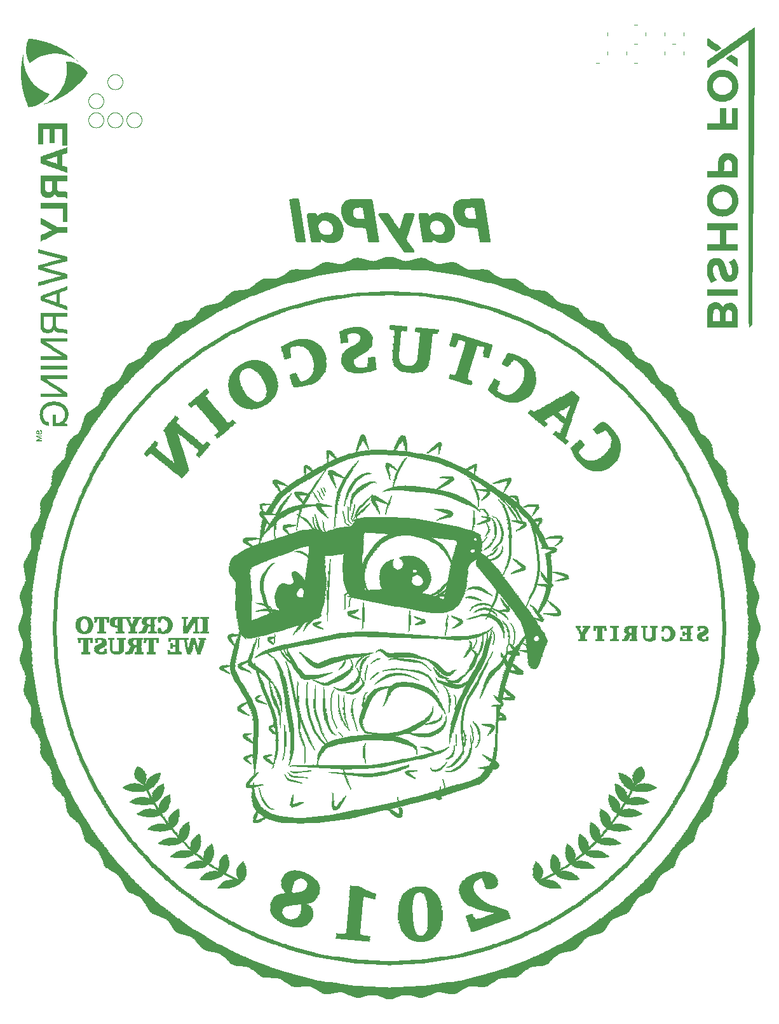
<source format=gbr>
G04 EAGLE Gerber RS-274X export*
G75*
%MOMM*%
%FSLAX34Y34*%
%LPD*%
%AMOC8*
5,1,8,0,0,1.08239X$1,22.5*%
G01*
%ADD10R,0.967738X0.080775*%
%ADD11R,1.290319X0.080513*%
%ADD12R,0.723900X0.080769*%
%ADD13R,1.775456X0.080769*%
%ADD14R,1.211575X0.080519*%
%ADD15R,2.258056X0.080519*%
%ADD16R,1.209037X0.080519*%
%ADD17R,2.740656X0.080769*%
%ADD18R,2.258063X0.080519*%
%ADD19R,3.065775X0.080519*%
%ADD20R,2.743200X0.080519*%
%ADD21R,3.548375X0.080519*%
%ADD22R,10.965175X0.080769*%
%ADD23R,11.290300X0.080513*%
%ADD24R,0.967738X0.080769*%
%ADD25R,11.610337X0.080769*%
%ADD26R,1.694181X0.080519*%
%ADD27R,12.095481X0.080519*%
%ADD28R,2.258056X0.080769*%
%ADD29R,12.580619X0.080769*%
%ADD30R,2.176781X0.080769*%
%ADD31R,18.544538X0.080519*%
%ADD32R,18.869656X0.080769*%
%ADD33R,19.189700X0.080519*%
%ADD34R,19.352256X0.080769*%
%ADD35R,19.674838X0.080519*%
%ADD36R,19.997419X0.080769*%
%ADD37R,20.320000X0.080513*%
%ADD38R,10.078719X0.080519*%
%ADD39R,1.049019X0.080769*%
%ADD40R,8.628375X0.080769*%
%ADD41R,8.625838X0.080769*%
%ADD42R,9.593575X0.080519*%
%ADD43R,9.593581X0.080519*%
%ADD44R,8.305800X0.080769*%
%ADD45R,7.823200X0.080519*%
%ADD46R,7.498081X0.080769*%
%ADD47R,7.015475X0.080519*%
%ADD48R,6.692900X0.080769*%
%ADD49R,6.207756X0.080513*%
%ADD50R,5.806438X0.080769*%
%ADD51R,5.402575X0.080519*%
%ADD52R,4.998719X0.080769*%
%ADD53R,4.597400X0.080519*%
%ADD54R,4.594856X0.080519*%
%ADD55R,4.353556X0.080519*%
%ADD56R,4.274819X0.080769*%
%ADD57R,4.193538X0.080519*%
%ADD58R,4.919975X0.080769*%
%ADD59R,4.757419X0.080769*%
%ADD60R,5.725163X0.080513*%
%ADD61R,5.725156X0.080513*%
%ADD62R,5.565138X0.080769*%
%ADD63R,5.161281X0.080769*%
%ADD64R,4.919975X0.080519*%
%ADD65R,4.919981X0.080519*%
%ADD66R,4.356100X0.080769*%
%ADD67R,4.112256X0.080519*%
%ADD68R,3.870956X0.080513*%
%ADD69R,3.870963X0.080513*%
%ADD70R,3.789681X0.080769*%
%ADD71R,3.792219X0.080769*%
%ADD72R,3.627119X0.080519*%
%ADD73R,3.467100X0.080769*%
%ADD74R,3.307081X0.080519*%
%ADD75R,3.304538X0.080769*%
%ADD76R,3.144519X0.080519*%
%ADD77R,3.065781X0.080769*%
%ADD78R,3.063238X0.080519*%
%ADD79R,3.065781X0.080519*%
%ADD80R,3.548381X0.080769*%
%ADD81R,3.548375X0.080769*%
%ADD82R,4.193538X0.080513*%
%ADD83R,0.485137X0.080769*%
%ADD84R,4.274819X0.080519*%
%ADD85R,4.272275X0.080519*%
%ADD86R,6.774175X0.080519*%
%ADD87R,4.033519X0.080769*%
%ADD88R,9.514838X0.080769*%
%ADD89R,3.870963X0.080519*%
%ADD90R,10.482575X0.080519*%
%ADD91R,3.868419X0.080519*%
%ADD92R,3.789675X0.080769*%
%ADD93R,3.629656X0.080513*%
%ADD94R,12.738100X0.080513*%
%ADD95R,3.467100X0.080775*%
%ADD96R,5.643875X0.080775*%
%ADD97R,3.304538X0.080513*%
%ADD98R,4.594856X0.080513*%
%ADD99R,3.225800X0.080769*%
%ADD100R,3.467100X0.080519*%
%ADD101R,2.984500X0.080769*%
%ADD102R,2.900681X0.080519*%
%ADD103R,3.304538X0.080519*%
%ADD104R,2.900675X0.080519*%
%ADD105R,2.821938X0.080519*%
%ADD106R,2.821938X0.080769*%
%ADD107R,2.743200X0.080769*%
%ADD108R,2.661919X0.080513*%
%ADD109R,2.580637X0.080513*%
%ADD110R,2.659375X0.080769*%
%ADD111R,2.418075X0.080769*%
%ADD112R,2.661919X0.080769*%
%ADD113R,2.580637X0.080519*%
%ADD114R,2.176781X0.080519*%
%ADD115R,2.499356X0.080769*%
%ADD116R,2.095500X0.080769*%
%ADD117R,2.501900X0.080769*%
%ADD118R,2.499356X0.080519*%
%ADD119R,2.095500X0.080519*%
%ADD120R,2.740656X0.080519*%
%ADD121R,2.176775X0.080519*%
%ADD122R,3.467100X0.080513*%
%ADD123R,2.095500X0.080513*%
%ADD124R,2.016756X0.080519*%
%ADD125R,3.385819X0.080769*%
%ADD126R,1.935481X0.080769*%
%ADD127R,1.772919X0.080519*%
%ADD128R,1.694181X0.080769*%
%ADD129R,1.691638X0.080769*%
%ADD130R,3.223263X0.080769*%
%ADD131R,1.694175X0.080519*%
%ADD132R,3.063238X0.080769*%
%ADD133R,1.612900X0.080769*%
%ADD134R,2.984500X0.080519*%
%ADD135R,1.534156X0.080519*%
%ADD136R,1.531619X0.080519*%
%ADD137R,2.824481X0.080769*%
%ADD138R,1.531619X0.080769*%
%ADD139R,2.740663X0.080513*%
%ADD140R,1.612900X0.080513*%
%ADD141R,2.740656X0.080513*%
%ADD142R,2.659381X0.080769*%
%ADD143R,1.534156X0.080769*%
%ADD144R,1.534163X0.080519*%
%ADD145R,2.501900X0.080519*%
%ADD146R,1.612900X0.080519*%
%ADD147R,2.418075X0.080519*%
%ADD148R,0.162562X0.080519*%
%ADD149R,2.339338X0.080769*%
%ADD150R,1.854200X0.080769*%
%ADD151R,2.098038X0.080519*%
%ADD152R,2.339338X0.080519*%
%ADD153R,2.176775X0.080769*%
%ADD154R,1.610363X0.080769*%
%ADD155R,2.098038X0.080513*%
%ADD156R,1.531619X0.080513*%
%ADD157R,3.952238X0.080513*%
%ADD158R,2.984500X0.080513*%
%ADD159R,4.597400X0.080769*%
%ADD160R,1.452881X0.080519*%
%ADD161R,1.452875X0.080519*%
%ADD162R,1.450338X0.080769*%
%ADD163R,4.516119X0.080769*%
%ADD164R,3.629656X0.080769*%
%ADD165R,1.371600X0.080519*%
%ADD166R,4.516119X0.080519*%
%ADD167R,2.179319X0.080519*%
%ADD168R,1.290319X0.080769*%
%ADD169R,4.193538X0.080769*%
%ADD170R,4.030981X0.080769*%
%ADD171R,1.290319X0.080519*%
%ADD172R,1.935481X0.080519*%
%ADD173R,1.209037X0.080769*%
%ADD174R,1.775463X0.080769*%
%ADD175R,1.211581X0.080519*%
%ADD176R,3.225800X0.080519*%
%ADD177R,1.775456X0.080519*%
%ADD178R,1.691638X0.080519*%
%ADD179R,2.981956X0.080513*%
%ADD180R,1.209037X0.080513*%
%ADD181R,0.160019X0.080513*%
%ADD182R,2.016756X0.080513*%
%ADD183R,1.772919X0.080513*%
%ADD184R,1.694175X0.080513*%
%ADD185R,1.211575X0.080769*%
%ADD186R,1.211581X0.080769*%
%ADD187R,2.981956X0.080519*%
%ADD188R,1.694175X0.080769*%
%ADD189R,0.241300X0.080769*%
%ADD190R,2.903219X0.080519*%
%ADD191R,1.856738X0.080519*%
%ADD192R,0.566419X0.080519*%
%ADD193R,1.856738X0.080769*%
%ADD194R,1.772919X0.080769*%
%ADD195R,0.807719X0.080769*%
%ADD196R,1.854200X0.080519*%
%ADD197R,1.049019X0.080519*%
%ADD198R,1.369056X0.080769*%
%ADD199R,1.935475X0.080519*%
%ADD200R,2.580637X0.080769*%
%ADD201R,2.499363X0.080513*%
%ADD202R,1.935481X0.080513*%
%ADD203R,1.854200X0.080513*%
%ADD204R,1.211581X0.080513*%
%ADD205R,2.499356X0.080513*%
%ADD206R,2.336800X0.080769*%
%ADD207R,1.371600X0.080769*%
%ADD208R,2.661919X0.080519*%
%ADD209R,1.935475X0.080769*%
%ADD210R,3.144519X0.080769*%
%ADD211R,2.258063X0.080769*%
%ADD212R,3.388356X0.080519*%
%ADD213R,3.627119X0.080513*%
%ADD214R,2.014219X0.080513*%
%ADD215R,2.016756X0.080775*%
%ADD216R,1.127763X0.080775*%
%ADD217R,3.870956X0.080775*%
%ADD218R,1.935481X0.080775*%
%ADD219R,2.014219X0.080775*%
%ADD220R,4.191000X0.080775*%
%ADD221R,1.130300X0.080775*%
%ADD222R,1.935475X0.080513*%
%ADD223R,1.127756X0.080513*%
%ADD224R,4.033519X0.080513*%
%ADD225R,4.434838X0.080513*%
%ADD226R,4.272281X0.080769*%
%ADD227R,4.676138X0.080769*%
%ADD228R,1.932938X0.080769*%
%ADD229R,4.998719X0.080519*%
%ADD230R,1.046475X0.080769*%
%ADD231R,4.594856X0.080769*%
%ADD232R,2.016756X0.080769*%
%ADD233R,5.240019X0.080769*%
%ADD234R,5.402581X0.080519*%
%ADD235R,1.046475X0.080519*%
%ADD236R,2.418081X0.080519*%
%ADD237R,4.272281X0.080519*%
%ADD238R,1.130300X0.080769*%
%ADD239R,1.046481X0.080513*%
%ADD240R,1.450338X0.080513*%
%ADD241R,2.176775X0.080513*%
%ADD242R,1.130300X0.080513*%
%ADD243R,1.932938X0.080513*%
%ADD244R,2.098038X0.080769*%
%ADD245R,3.710938X0.080769*%
%ADD246R,1.452875X0.080769*%
%ADD247R,2.014219X0.080769*%
%ADD248R,2.255519X0.080769*%
%ADD249R,2.420619X0.080519*%
%ADD250R,1.932938X0.080519*%
%ADD251R,0.886456X0.080519*%
%ADD252R,2.418081X0.080769*%
%ADD253R,1.046481X0.080769*%
%ADD254R,0.645156X0.080769*%
%ADD255R,0.967738X0.080519*%
%ADD256R,0.322575X0.080519*%
%ADD257R,2.578100X0.080519*%
%ADD258R,2.014219X0.080519*%
%ADD259R,1.046475X0.080513*%
%ADD260R,1.691638X0.080513*%
%ADD261R,2.900675X0.080513*%
%ADD262R,3.548381X0.080519*%
%ADD263R,3.545838X0.080769*%
%ADD264R,2.336800X0.080519*%
%ADD265R,1.450338X0.080519*%
%ADD266R,1.046481X0.080519*%
%ADD267R,1.369056X0.080519*%
%ADD268R,1.287781X0.080769*%
%ADD269R,2.179319X0.080769*%
%ADD270R,0.967738X0.080513*%
%ADD271R,2.258056X0.080513*%
%ADD272R,1.127756X0.080769*%
%ADD273R,3.147056X0.080519*%
%ADD274R,0.886456X0.080769*%
%ADD275R,0.965200X0.080769*%
%ADD276R,0.889000X0.080769*%
%ADD277R,5.080000X0.080519*%
%ADD278R,5.402575X0.080769*%
%ADD279R,5.565138X0.080519*%
%ADD280R,5.643881X0.080769*%
%ADD281R,0.886463X0.080769*%
%ADD282R,0.886456X0.080513*%
%ADD283R,1.856738X0.080513*%
%ADD284R,1.775456X0.080513*%
%ADD285R,0.889000X0.080513*%
%ADD286R,1.694181X0.080513*%
%ADD287R,5.725156X0.080769*%
%ADD288R,5.803900X0.080519*%
%ADD289R,0.322575X0.080769*%
%ADD290R,5.806438X0.080519*%
%ADD291R,0.645156X0.080519*%
%ADD292R,5.887719X0.080769*%
%ADD293R,0.889000X0.080519*%
%ADD294R,5.803900X0.080769*%
%ADD295R,5.643875X0.080519*%
%ADD296R,3.629656X0.080519*%
%ADD297R,5.643881X0.080513*%
%ADD298R,5.402581X0.080769*%
%ADD299R,5.242563X0.080519*%
%ADD300R,3.388356X0.080769*%
%ADD301R,4.434838X0.080519*%
%ADD302R,3.949700X0.080519*%
%ADD303R,2.420619X0.080769*%
%ADD304R,3.065781X0.080513*%
%ADD305R,2.339338X0.080513*%
%ADD306R,1.610356X0.080519*%
%ADD307R,2.255519X0.080519*%
%ADD308R,0.805181X0.080769*%
%ADD309R,1.452881X0.080769*%
%ADD310R,1.127756X0.080519*%
%ADD311R,0.160019X0.080769*%
%ADD312R,2.016763X0.080513*%
%ADD313R,0.805175X0.080513*%
%ADD314R,2.418075X0.080513*%
%ADD315R,0.807719X0.080775*%
%ADD316R,2.499356X0.080775*%
%ADD317R,1.612900X0.080775*%
%ADD318R,1.531619X0.080775*%
%ADD319R,1.854200X0.080775*%
%ADD320R,2.580637X0.080775*%
%ADD321R,0.807719X0.080513*%
%ADD322R,0.805175X0.080769*%
%ADD323R,0.805181X0.080519*%
%ADD324R,0.807719X0.080519*%
%ADD325R,2.499363X0.080519*%
%ADD326R,2.016763X0.080519*%
%ADD327R,0.805175X0.080519*%
%ADD328R,2.016763X0.080769*%
%ADD329R,1.452875X0.080513*%
%ADD330R,1.369063X0.080513*%
%ADD331R,0.805181X0.080513*%
%ADD332R,1.534163X0.080769*%
%ADD333R,0.723900X0.080519*%
%ADD334R,0.886463X0.080519*%
%ADD335R,0.726438X0.080769*%
%ADD336R,4.112256X0.080769*%
%ADD337R,4.030975X0.080519*%
%ADD338R,0.726438X0.080519*%
%ADD339R,0.645163X0.080769*%
%ADD340R,3.952238X0.080769*%
%ADD341R,3.708400X0.080519*%
%ADD342R,3.627119X0.080769*%
%ADD343R,0.645163X0.080519*%
%ADD344R,3.385819X0.080519*%
%ADD345R,2.821938X0.080513*%
%ADD346R,2.903219X0.080513*%
%ADD347R,2.418081X0.080513*%
%ADD348R,1.371600X0.080513*%
%ADD349R,1.369063X0.080519*%
%ADD350R,1.369063X0.080769*%
%ADD351R,0.482600X0.080519*%
%ADD352R,0.563881X0.080769*%
%ADD353R,0.322581X0.080519*%
%ADD354R,0.566419X0.080513*%
%ADD355R,0.645156X0.080513*%
%ADD356R,2.179319X0.080513*%
%ADD357R,2.499363X0.080769*%
%ADD358R,0.563875X0.080519*%
%ADD359R,1.130300X0.080519*%
%ADD360R,2.740663X0.080519*%
%ADD361R,0.563881X0.080519*%
%ADD362R,3.307075X0.080769*%
%ADD363R,0.482600X0.080769*%
%ADD364R,0.566419X0.080769*%
%ADD365R,2.740663X0.080769*%
%ADD366R,0.723900X0.080513*%
%ADD367R,0.401319X0.080513*%
%ADD368R,0.403863X0.080513*%
%ADD369R,2.743200X0.080513*%
%ADD370R,0.726438X0.080513*%
%ADD371R,0.243838X0.080769*%
%ADD372R,0.162556X0.080519*%
%ADD373R,1.775463X0.080519*%
%ADD374R,0.485137X0.080519*%
%ADD375R,2.501900X0.080513*%
%ADD376R,0.482600X0.080513*%
%ADD377R,1.287781X0.080513*%
%ADD378R,1.287781X0.080519*%
%ADD379R,2.903219X0.080769*%
%ADD380R,0.403863X0.080519*%
%ADD381R,0.162556X0.080769*%
%ADD382R,0.563875X0.080769*%
%ADD383R,2.900681X0.080769*%
%ADD384R,1.127763X0.080519*%
%ADD385R,0.965200X0.080519*%
%ADD386R,1.694181X0.080775*%
%ADD387R,0.726438X0.080775*%
%ADD388R,0.403863X0.080775*%
%ADD389R,1.371600X0.080775*%
%ADD390R,0.566419X0.080775*%
%ADD391R,0.645156X0.080775*%
%ADD392R,1.290319X0.080775*%
%ADD393R,0.485137X0.080775*%
%ADD394R,1.691638X0.080775*%
%ADD395R,0.322581X0.080513*%
%ADD396R,0.403856X0.080513*%
%ADD397R,0.485137X0.080513*%
%ADD398R,0.241300X0.080513*%
%ADD399R,0.403856X0.080769*%
%ADD400R,0.401319X0.080519*%
%ADD401R,0.241300X0.080519*%
%ADD402R,0.081275X0.080769*%
%ADD403R,0.403856X0.080519*%
%ADD404R,0.401319X0.080769*%
%ADD405R,3.225800X0.080513*%
%ADD406R,2.981963X0.080769*%
%ADD407R,0.642619X0.080769*%
%ADD408R,0.322581X0.080769*%
%ADD409R,1.369056X0.080513*%
%ADD410R,0.645163X0.080513*%
%ADD411R,0.081281X0.080519*%
%ADD412R,1.287775X0.080769*%
%ADD413R,0.403863X0.080769*%
%ADD414R,0.642619X0.080519*%
%ADD415R,3.307081X0.080513*%
%ADD416R,1.049019X0.080513*%
%ADD417R,0.563875X0.080513*%
%ADD418R,0.081281X0.080513*%
%ADD419R,0.081275X0.080513*%
%ADD420R,0.322575X0.080513*%
%ADD421R,1.775463X0.080513*%
%ADD422R,1.694175X0.080775*%
%ADD423R,1.211581X0.080775*%
%ADD424R,0.403856X0.080775*%
%ADD425R,3.063238X0.080513*%
%ADD426R,1.287775X0.080519*%
%ADD427R,3.629663X0.080519*%
%ADD428R,1.534156X0.080513*%
%ADD429R,0.886463X0.080513*%
%ADD430R,3.868419X0.080769*%
%ADD431R,3.952238X0.080519*%
%ADD432R,4.030981X0.080519*%
%ADD433R,4.030975X0.080769*%
%ADD434R,4.030981X0.080513*%
%ADD435R,0.563881X0.080513*%
%ADD436R,0.160019X0.080519*%
%ADD437R,1.452881X0.080513*%
%ADD438R,0.642619X0.080513*%
%ADD439R,1.209037X0.080775*%
%ADD440R,1.049019X0.080775*%
%ADD441R,0.563875X0.080775*%
%ADD442R,1.127763X0.080513*%
%ADD443R,1.127763X0.080769*%
%ADD444R,0.243838X0.080519*%
%ADD445R,1.610363X0.080519*%
%ADD446R,1.534156X0.080775*%
%ADD447R,0.563881X0.080775*%
%ADD448R,2.418075X0.080775*%
%ADD449R,0.886456X0.080775*%
%ADD450R,1.369056X0.080775*%
%ADD451R,1.610363X0.080513*%
%ADD452R,2.420619X0.080513*%
%ADD453R,3.789681X0.080519*%
%ADD454R,4.112256X0.080513*%
%ADD455R,2.981956X0.080775*%
%ADD456R,4.272281X0.080775*%
%ADD457R,4.757419X0.080519*%
%ADD458R,4.917438X0.080769*%
%ADD459R,5.242556X0.080519*%
%ADD460R,3.307081X0.080769*%
%ADD461R,2.659375X0.080519*%
%ADD462R,1.610356X0.080769*%
%ADD463R,0.081275X0.080519*%
%ADD464R,0.081281X0.080769*%
%ADD465R,1.211575X0.080513*%
%ADD466R,2.981956X0.080769*%
%ADD467R,2.659381X0.080519*%
%ADD468R,1.450338X0.080775*%
%ADD469R,0.723900X0.080775*%
%ADD470R,2.336800X0.080775*%
%ADD471R,0.241300X0.080775*%
%ADD472R,2.258063X0.080513*%
%ADD473R,0.243838X0.080513*%
%ADD474R,4.191000X0.080519*%
%ADD475R,4.033519X0.080519*%
%ADD476R,3.307075X0.080519*%
%ADD477R,3.708400X0.080513*%
%ADD478R,3.870956X0.080769*%
%ADD479R,4.353556X0.080769*%
%ADD480R,3.545838X0.080519*%
%ADD481R,3.385819X0.080513*%
%ADD482R,0.320038X0.080519*%
%ADD483R,2.176781X0.080513*%
%ADD484R,2.176775X0.080775*%
%ADD485R,0.805175X0.080775*%
%ADD486R,0.805181X0.080775*%
%ADD487R,2.179319X0.080775*%
%ADD488R,2.578100X0.080513*%
%ADD489R,2.578100X0.080769*%
%ADD490R,2.336800X0.080513*%
%ADD491R,3.789675X0.080519*%
%ADD492R,4.272275X0.080769*%
%ADD493R,4.353556X0.080513*%
%ADD494R,1.610356X0.080513*%
%ADD495R,2.095500X0.080775*%
%ADD496R,1.127756X0.080775*%
%ADD497R,1.772919X0.080775*%
%ADD498R,4.838700X0.080513*%
%ADD499R,3.789675X0.080513*%
%ADD500R,4.191000X0.080769*%
%ADD501R,3.870956X0.080519*%
%ADD502R,2.981963X0.080519*%
%ADD503R,3.223263X0.080513*%
%ADD504R,3.388362X0.080769*%
%ADD505R,2.659381X0.080775*%
%ADD506R,1.610356X0.080775*%
%ADD507R,2.255519X0.080513*%
%ADD508R,3.147063X0.080769*%
%ADD509R,3.065775X0.080769*%
%ADD510R,3.870963X0.080769*%
%ADD511R,4.919981X0.080513*%
%ADD512R,6.045200X0.080769*%
%ADD513R,6.047738X0.080769*%
%ADD514R,12.255500X0.080519*%
%ADD515R,11.290300X0.080769*%
%ADD516R,10.160000X0.080519*%
%ADD517R,8.869681X0.080519*%
%ADD518R,5.646419X0.080769*%
%ADD519R,3.949700X0.080513*%
%ADD520R,3.710938X0.080513*%
%ADD521R,3.949700X0.080769*%
%ADD522R,4.434838X0.080769*%
%ADD523R,4.836156X0.080769*%
%ADD524R,5.321300X0.080769*%
%ADD525R,5.722619X0.080513*%
%ADD526R,4.356100X0.080519*%
%ADD527R,4.513581X0.080769*%
%ADD528R,4.676138X0.080519*%
%ADD529R,4.678681X0.080519*%
%ADD530R,5.483856X0.080513*%
%ADD531R,5.483862X0.080513*%
%ADD532R,5.966456X0.080775*%
%ADD533R,6.289038X0.080513*%
%ADD534R,6.774181X0.080769*%
%ADD535R,7.256775X0.080519*%
%ADD536R,7.579356X0.080769*%
%ADD537R,8.064500X0.080519*%
%ADD538R,8.628381X0.080519*%
%ADD539R,8.628375X0.080519*%
%ADD540R,7.823200X0.080769*%
%ADD541R,9.113519X0.080513*%
%ADD542R,20.480019X0.080769*%
%ADD543R,20.159975X0.080519*%
%ADD544R,19.834856X0.080769*%
%ADD545R,19.029681X0.080519*%
%ADD546R,18.707100X0.080769*%
%ADD547R,12.418056X0.080769*%
%ADD548R,11.935456X0.080513*%
%ADD549R,11.610337X0.080519*%
%ADD550R,0.965200X0.080516*%
%ADD551R,0.403859X0.080772*%
%ADD552R,3.952241X0.080772*%
%ADD553R,5.242559X0.080519*%
%ADD554R,0.967741X0.080772*%
%ADD555R,6.291581X0.080772*%
%ADD556R,1.127759X0.080519*%
%ADD557R,7.259322X0.080519*%
%ADD558R,1.209041X0.080772*%
%ADD559R,8.305800X0.080772*%
%ADD560R,1.369059X0.080519*%
%ADD561R,9.192259X0.080519*%
%ADD562R,0.805181X0.080772*%
%ADD563R,10.078719X0.080772*%
%ADD564R,0.403859X0.080519*%
%ADD565R,0.726441X0.080519*%
%ADD566R,10.965178X0.080519*%
%ADD567R,0.482600X0.080772*%
%ADD568R,12.095481X0.080772*%
%ADD569R,0.482600X0.080516*%
%ADD570R,4.033522X0.080516*%
%ADD571R,6.532878X0.080516*%
%ADD572R,0.566422X0.080516*%
%ADD573R,3.144519X0.080772*%
%ADD574R,6.129022X0.080772*%
%ADD575R,0.805178X0.080772*%
%ADD576R,2.659378X0.080519*%
%ADD577R,5.643878X0.080519*%
%ADD578R,2.258059X0.080519*%
%ADD579R,5.161281X0.080519*%
%ADD580R,0.485137X0.080772*%
%ADD581R,2.095500X0.080772*%
%ADD582R,4.676141X0.080772*%
%ADD583R,1.775459X0.080772*%
%ADD584R,4.516119X0.080772*%
%ADD585R,1.450341X0.080772*%
%ADD586R,2.095500X0.080516*%
%ADD587R,4.437381X0.080516*%
%ADD588R,0.805178X0.080516*%
%ADD589R,1.935478X0.080775*%
%ADD590R,4.356100X0.080775*%
%ADD591R,0.482600X0.080775*%
%ADD592R,1.691641X0.080516*%
%ADD593R,4.272278X0.080516*%
%ADD594R,0.726441X0.080516*%
%ADD595R,1.531622X0.080772*%
%ADD596R,4.191000X0.080772*%
%ADD597R,0.723900X0.080772*%
%ADD598R,4.272278X0.080519*%
%ADD599R,0.645159X0.080519*%
%ADD600R,1.287781X0.080772*%
%ADD601R,0.162559X0.080772*%
%ADD602R,4.193541X0.080772*%
%ADD603R,0.645163X0.080772*%
%ADD604R,0.566422X0.080519*%
%ADD605R,4.112259X0.080519*%
%ADD606R,0.322578X0.080519*%
%ADD607R,1.209041X0.080519*%
%ADD608R,1.127759X0.080772*%
%ADD609R,0.886463X0.080772*%
%ADD610R,3.949700X0.080772*%
%ADD611R,1.130300X0.080516*%
%ADD612R,0.403859X0.080516*%
%ADD613R,3.870959X0.080516*%
%ADD614R,0.401319X0.080772*%
%ADD615R,0.160019X0.080772*%
%ADD616R,1.046481X0.080772*%
%ADD617R,3.870959X0.080772*%
%ADD618R,0.243841X0.080772*%
%ADD619R,1.046478X0.080519*%
%ADD620R,1.049022X0.080772*%
%ADD621R,0.322578X0.080772*%
%ADD622R,0.886459X0.080772*%
%ADD623R,0.563881X0.080772*%
%ADD624R,3.708400X0.080772*%
%ADD625R,0.967741X0.080519*%
%ADD626R,0.563878X0.080519*%
%ADD627R,3.629659X0.080519*%
%ADD628R,0.322581X0.080772*%
%ADD629R,1.290319X0.080772*%
%ADD630R,0.485141X0.080772*%
%ADD631R,3.548381X0.080772*%
%ADD632R,3.469641X0.080772*%
%ADD633R,0.886459X0.080519*%
%ADD634R,0.807719X0.080772*%
%ADD635R,0.642619X0.080772*%
%ADD636R,3.304541X0.080772*%
%ADD637R,0.889000X0.080516*%
%ADD638R,0.401319X0.080516*%
%ADD639R,0.485141X0.080516*%
%ADD640R,3.223263X0.080516*%
%ADD641R,0.241300X0.080772*%
%ADD642R,0.401322X0.080772*%
%ADD643R,3.223259X0.080772*%
%ADD644R,0.243841X0.080519*%
%ADD645R,0.726441X0.080772*%
%ADD646R,3.385822X0.080772*%
%ADD647R,0.162559X0.080519*%
%ADD648R,0.320038X0.080772*%
%ADD649R,4.274819X0.080772*%
%ADD650R,3.952241X0.080519*%
%ADD651R,0.645159X0.080772*%
%ADD652R,0.243838X0.080772*%
%ADD653R,3.710941X0.080772*%
%ADD654R,0.645159X0.080516*%
%ADD655R,0.241300X0.080516*%
%ADD656R,0.162559X0.080516*%
%ADD657R,3.388359X0.080516*%
%ADD658R,3.307078X0.080772*%
%ADD659R,3.307078X0.080519*%
%ADD660R,0.081281X0.080772*%
%ADD661R,0.160022X0.080772*%
%ADD662R,3.225800X0.080772*%
%ADD663R,0.160022X0.080519*%
%ADD664R,3.304541X0.080519*%
%ADD665R,0.162562X0.080772*%
%ADD666R,0.078741X0.080772*%
%ADD667R,3.144522X0.080519*%
%ADD668R,3.063241X0.080772*%
%ADD669R,3.144519X0.080516*%
%ADD670R,0.081278X0.080519*%
%ADD671R,2.984500X0.080772*%
%ADD672R,1.772922X0.080772*%
%ADD673R,2.418081X0.080516*%
%ADD674R,0.160022X0.080516*%
%ADD675R,2.903219X0.080516*%
%ADD676R,0.563878X0.080772*%
%ADD677R,2.824481X0.080772*%
%ADD678R,2.821941X0.080519*%
%ADD679R,2.740659X0.080772*%
%ADD680R,2.420622X0.080772*%
%ADD681R,0.967738X0.080772*%
%ADD682R,2.098041X0.080772*%
%ADD683R,1.935478X0.080519*%
%ADD684R,0.807722X0.080772*%
%ADD685R,1.772919X0.080772*%
%ADD686R,0.563878X0.080516*%
%ADD687R,0.322578X0.080516*%
%ADD688R,1.694181X0.080516*%
%ADD689R,1.531619X0.080772*%
%ADD690R,0.485141X0.080519*%
%ADD691R,1.691641X0.080772*%
%ADD692R,1.371600X0.080772*%
%ADD693R,2.740659X0.080519*%
%ADD694R,1.130300X0.080772*%
%ADD695R,0.160019X0.080516*%
%ADD696R,5.080000X0.080516*%
%ADD697R,0.726438X0.080516*%
%ADD698R,0.078741X0.080775*%
%ADD699R,6.047741X0.080775*%
%ADD700R,0.645159X0.080775*%
%ADD701R,1.127759X0.080775*%
%ADD702R,7.015481X0.080516*%
%ADD703R,1.046478X0.080516*%
%ADD704R,2.339341X0.080772*%
%ADD705R,2.179322X0.080519*%
%ADD706R,1.935481X0.080772*%
%ADD707R,2.016759X0.080772*%
%ADD708R,1.772922X0.080519*%
%ADD709R,1.534159X0.080519*%
%ADD710R,1.450341X0.080519*%
%ADD711R,1.369059X0.080516*%
%ADD712R,1.371600X0.080516*%
%ADD713R,1.046481X0.080516*%
%ADD714R,5.158741X0.080519*%
%ADD715R,7.500622X0.080772*%
%ADD716R,0.403863X0.080772*%
%ADD717R,2.661922X0.080772*%
%ADD718R,9.916163X0.080519*%
%ADD719R,11.772900X0.080772*%
%ADD720R,13.063219X0.080519*%
%ADD721R,1.610359X0.080519*%
%ADD722R,0.081278X0.080772*%
%ADD723R,13.223241X0.080772*%
%ADD724R,1.369059X0.080772*%
%ADD725R,2.903222X0.080519*%
%ADD726R,1.287778X0.080519*%
%ADD727R,2.580637X0.080772*%
%ADD728R,0.322581X0.080516*%
%ADD729R,0.645163X0.080516*%
%ADD730R,0.081278X0.080516*%
%ADD731R,0.078741X0.080516*%
%ADD732R,2.499359X0.080516*%
%ADD733R,0.243838X0.080516*%
%ADD734R,0.563881X0.080516*%
%ADD735R,0.807722X0.080519*%
%ADD736R,0.078741X0.080519*%
%ADD737R,0.566419X0.080772*%
%ADD738R,2.258059X0.080772*%
%ADD739R,0.726438X0.080772*%
%ADD740R,1.049019X0.080772*%
%ADD741R,2.339341X0.080519*%
%ADD742R,2.339338X0.080772*%
%ADD743R,1.290322X0.080772*%
%ADD744R,0.401322X0.080516*%
%ADD745R,0.243841X0.080516*%
%ADD746R,2.339341X0.080516*%
%ADD747R,0.403863X0.080516*%
%ADD748R,2.176781X0.080772*%
%ADD749R,0.566422X0.080772*%
%ADD750R,0.889000X0.080772*%
%ADD751R,2.014219X0.080772*%
%ADD752R,1.531622X0.080519*%
%ADD753R,1.049022X0.080519*%
%ADD754R,1.694178X0.080772*%
%ADD755R,1.612900X0.080772*%
%ADD756R,0.401322X0.080519*%
%ADD757R,0.485137X0.080516*%
%ADD758R,0.967741X0.080516*%
%ADD759R,0.162562X0.080516*%
%ADD760R,1.534159X0.080772*%
%ADD761R,1.209037X0.080772*%
%ADD762R,2.580641X0.080519*%
%ADD763R,2.661919X0.080772*%
%ADD764R,3.063241X0.080519*%
%ADD765R,3.467100X0.080772*%
%ADD766R,1.935478X0.080772*%
%ADD767R,0.566419X0.080516*%
%ADD768R,3.789678X0.080516*%
%ADD769R,4.112259X0.080772*%
%ADD770R,3.307081X0.080772*%
%ADD771R,9.756141X0.080519*%
%ADD772R,9.354819X0.080519*%
%ADD773R,8.709659X0.080772*%
%ADD774R,8.061959X0.080519*%
%ADD775R,7.500619X0.080772*%
%ADD776R,6.855459X0.080516*%
%ADD777R,1.612900X0.080516*%
%ADD778R,0.726441X0.080775*%
%ADD779R,0.322581X0.080775*%
%ADD780R,0.403859X0.080775*%
%ADD781R,2.258063X0.080775*%
%ADD782R,0.160022X0.080775*%
%ADD783R,0.243841X0.080775*%
%ADD784R,0.322578X0.080775*%
%ADD785R,5.565141X0.080516*%
%ADD786R,2.661922X0.080516*%
%ADD787R,5.001263X0.080772*%
%ADD788R,3.144522X0.080772*%
%ADD789R,4.193541X0.080519*%
%ADD790R,4.917441X0.080772*%
%ADD791R,3.868422X0.080772*%
%ADD792R,6.855459X0.080519*%
%ADD793R,1.935478X0.080516*%
%ADD794R,1.127759X0.080516*%
%ADD795R,1.775463X0.080772*%
%ADD796R,1.610359X0.080772*%
%ADD797R,1.287778X0.080516*%
%ADD798R,1.531619X0.080516*%
%ADD799R,1.211581X0.080772*%
%ADD800R,0.807719X0.080516*%
%ADD801R,0.807722X0.080516*%
%ADD802R,1.290322X0.080516*%
%ADD803R,0.078738X0.080519*%
%ADD804R,0.723900X0.080516*%
%ADD805R,0.805178X0.080519*%
%ADD806R,1.049022X0.080516*%
%ADD807R,2.499359X0.080772*%
%ADD808R,2.580641X0.080516*%
%ADD809R,0.485141X0.080775*%
%ADD810R,0.162559X0.080775*%
%ADD811R,0.162562X0.080775*%
%ADD812R,0.160019X0.080775*%
%ADD813R,2.743200X0.080775*%
%ADD814R,1.211581X0.080516*%
%ADD815R,1.694178X0.080519*%
%ADD816R,1.290322X0.080519*%
%ADD817R,1.452881X0.080772*%
%ADD818R,2.016763X0.080772*%
%ADD819R,2.580641X0.080772*%
%ADD820R,1.287778X0.080772*%
%ADD821R,0.886459X0.080516*%
%ADD822R,0.081281X0.080516*%
%ADD823R,2.258063X0.080516*%
%ADD824R,1.854200X0.080516*%
%ADD825R,5.481322X0.080519*%
%ADD826R,3.789681X0.080772*%
%ADD827R,1.854200X0.080772*%
%ADD828R,2.821938X0.080772*%
%ADD829R,1.694181X0.080772*%
%ADD830R,2.418078X0.080519*%
%ADD831R,1.127763X0.080772*%
%ADD832R,1.209041X0.080516*%
%ADD833R,1.450341X0.080516*%
%ADD834R,3.225800X0.080516*%
%ADD835R,3.545838X0.080772*%
%ADD836R,3.789678X0.080519*%
%ADD837R,0.886463X0.080516*%
%ADD838R,2.501900X0.080516*%
%ADD839R,1.775459X0.080519*%
%ADD840R,1.450338X0.080772*%
%ADD841R,0.805181X0.080516*%
%ADD842R,1.290319X0.080516*%
%ADD843R,2.903219X0.080772*%
%ADD844R,2.098041X0.080519*%
%ADD845R,1.691638X0.080772*%
%ADD846R,0.967738X0.080516*%
%ADD847R,1.691638X0.080516*%
%ADD848R,2.580641X0.080775*%
%ADD849R,2.339341X0.080775*%
%ADD850R,0.805178X0.080775*%
%ADD851R,0.645163X0.080775*%
%ADD852R,2.661919X0.080516*%
%ADD853R,1.772919X0.080516*%
%ADD854R,2.821941X0.080772*%
%ADD855R,4.597400X0.080772*%
%ADD856R,4.594859X0.080519*%
%ADD857R,3.144522X0.080516*%
%ADD858R,4.434841X0.080516*%
%ADD859R,1.127763X0.080516*%
%ADD860R,2.014219X0.080516*%
%ADD861R,4.353562X0.080772*%
%ADD862R,1.452878X0.080772*%
%ADD863R,4.033522X0.080772*%
%ADD864R,1.691641X0.080519*%
%ADD865R,2.336800X0.080772*%
%ADD866R,2.339338X0.080516*%
%ADD867R,2.336800X0.080516*%
%ADD868R,2.420622X0.080519*%
%ADD869R,2.499363X0.080772*%
%ADD870R,3.065781X0.080772*%
%ADD871R,2.740663X0.080772*%
%ADD872R,3.223263X0.080519*%
%ADD873R,3.147059X0.080772*%
%ADD874R,2.981959X0.080519*%
%ADD875R,4.030978X0.080772*%
%ADD876R,3.385822X0.080516*%
%ADD877R,8.387078X0.080516*%
%ADD878R,1.046478X0.080772*%
%ADD879R,3.789678X0.080772*%
%ADD880R,11.612881X0.080772*%
%ADD881R,14.836141X0.080519*%
%ADD882R,15.158719X0.080772*%
%ADD883R,13.627100X0.080519*%
%ADD884R,0.078738X0.080772*%
%ADD885R,12.095478X0.080772*%
%ADD886R,5.321300X0.080519*%
%ADD887R,10.645141X0.080519*%
%ADD888R,4.272278X0.080772*%
%ADD889R,9.110981X0.080772*%
%ADD890R,2.659381X0.080772*%
%ADD891R,7.579359X0.080519*%
%ADD892R,4.757422X0.080516*%
%ADD893R,5.402581X0.080516*%
%ADD894R,4.998722X0.080772*%
%ADD895R,5.240022X0.080519*%
%ADD896R,2.499359X0.080519*%
%ADD897R,5.481322X0.080772*%
%ADD898R,6.047741X0.080772*%
%ADD899R,6.289041X0.080519*%
%ADD900R,6.611619X0.080772*%
%ADD901R,2.418081X0.080772*%
%ADD902R,6.934200X0.080519*%
%ADD903R,7.175500X0.080772*%
%ADD904R,7.419338X0.080516*%
%ADD905R,7.660637X0.080772*%
%ADD906R,8.709659X0.080519*%
%ADD907R,8.788400X0.080772*%
%ADD908R,8.950959X0.080772*%
%ADD909R,2.176778X0.080772*%
%ADD910R,9.192259X0.080516*%
%ADD911R,2.255519X0.080516*%
%ADD912R,9.918700X0.080775*%
%ADD913R,0.563878X0.080775*%
%ADD914R,2.176778X0.080775*%
%ADD915R,9.999981X0.080516*%
%ADD916R,2.258059X0.080516*%
%ADD917R,10.160000X0.080772*%
%ADD918R,8.143241X0.080519*%
%ADD919R,2.176778X0.080519*%
%ADD920R,8.064500X0.080772*%
%ADD921R,7.980681X0.080519*%
%ADD922R,7.901941X0.080516*%
%ADD923R,2.176778X0.080516*%
%ADD924R,7.901941X0.080772*%
%ADD925R,7.741922X0.080519*%
%ADD926R,7.579359X0.080772*%
%ADD927R,7.338059X0.080519*%
%ADD928R,2.420619X0.080772*%
%ADD929R,7.015481X0.080519*%
%ADD930R,6.934200X0.080772*%
%ADD931R,1.856741X0.080772*%
%ADD932R,6.530341X0.080519*%
%ADD933R,7.096759X0.080772*%
%ADD934R,3.629659X0.080772*%
%ADD935R,8.788400X0.080516*%
%ADD936R,4.274819X0.080516*%
%ADD937R,2.176781X0.080516*%
%ADD938R,4.838700X0.080519*%
%ADD939R,5.806438X0.080772*%
%ADD940R,5.402581X0.080772*%
%ADD941R,1.932938X0.080772*%
%ADD942R,5.885178X0.080519*%
%ADD943R,5.969000X0.080772*%
%ADD944R,6.451600X0.080772*%
%ADD945R,6.047741X0.080519*%
%ADD946R,7.015478X0.080519*%
%ADD947R,7.498081X0.080772*%
%ADD948R,6.207759X0.080519*%
%ADD949R,7.983222X0.080519*%
%ADD950R,6.207759X0.080772*%
%ADD951R,8.465819X0.080772*%
%ADD952R,6.207759X0.080516*%
%ADD953R,8.950959X0.080516*%
%ADD954R,6.370319X0.080772*%
%ADD955R,9.433563X0.080772*%
%ADD956R,6.370319X0.080519*%
%ADD957R,9.918700X0.080519*%
%ADD958R,10.401300X0.080772*%
%ADD959R,6.451600X0.080519*%
%ADD960R,10.886441X0.080519*%
%ADD961R,6.532881X0.080519*%
%ADD962R,11.369038X0.080519*%
%ADD963R,6.532881X0.080772*%
%ADD964R,6.611619X0.080519*%
%ADD965R,2.258063X0.080772*%
%ADD966R,12.659359X0.080772*%
%ADD967R,6.611619X0.080516*%
%ADD968R,13.141959X0.080516*%
%ADD969R,13.545822X0.080772*%
%ADD970R,6.692900X0.080519*%
%ADD971R,11.290300X0.080519*%
%ADD972R,6.692900X0.080772*%
%ADD973R,11.531600X0.080772*%
%ADD974R,2.418078X0.080772*%
%ADD975R,11.854181X0.080519*%
%ADD976R,2.903222X0.080772*%
%ADD977R,12.176763X0.080772*%
%ADD978R,15.562581X0.080519*%
%ADD979R,2.981959X0.080772*%
%ADD980R,11.209019X0.080772*%
%ADD981R,11.529059X0.080519*%
%ADD982R,2.981959X0.080516*%
%ADD983R,10.642600X0.080516*%
%ADD984R,3.548378X0.080516*%
%ADD985R,2.824481X0.080519*%
%ADD986R,10.320019X0.080519*%
%ADD987R,10.081259X0.080772*%
%ADD988R,10.241281X0.080772*%
%ADD989R,10.403841X0.080519*%
%ADD990R,10.561322X0.080772*%
%ADD991R,7.498078X0.080519*%
%ADD992R,3.063238X0.080772*%
%ADD993R,6.210300X0.080772*%
%ADD994R,3.063241X0.080516*%
%ADD995R,6.047741X0.080516*%
%ADD996R,2.659378X0.080516*%
%ADD997R,6.530341X0.080772*%
%ADD998R,2.659378X0.080772*%
%ADD999R,2.016759X0.080519*%
%ADD1000R,2.098041X0.080516*%
%ADD1001R,4.676141X0.080516*%
%ADD1002R,4.356100X0.080516*%
%ADD1003R,1.049019X0.080516*%
%ADD1004R,2.418078X0.080516*%
%ADD1005R,2.098041X0.080775*%
%ADD1006R,4.516119X0.080775*%
%ADD1007R,2.981959X0.080775*%
%ADD1008R,0.967741X0.080775*%
%ADD1009R,2.821941X0.080775*%
%ADD1010R,2.418081X0.080775*%
%ADD1011R,4.353559X0.080516*%
%ADD1012R,2.740659X0.080516*%
%ADD1013R,4.353559X0.080772*%
%ADD1014R,4.272281X0.080772*%
%ADD1015R,4.353559X0.080519*%
%ADD1016R,2.661922X0.080519*%
%ADD1017R,2.821941X0.080516*%
%ADD1018R,2.903222X0.080516*%
%ADD1019R,1.452878X0.080519*%
%ADD1020R,4.434841X0.080519*%
%ADD1021R,4.434841X0.080772*%
%ADD1022R,4.516122X0.080519*%
%ADD1023R,4.836159X0.080519*%
%ADD1024R,6.852922X0.080772*%
%ADD1025R,6.852922X0.080519*%
%ADD1026R,6.771641X0.080772*%
%ADD1027R,6.692900X0.080516*%
%ADD1028R,2.578100X0.080516*%
%ADD1029R,4.437381X0.080519*%
%ADD1030R,3.065778X0.080772*%
%ADD1031R,4.356100X0.080772*%
%ADD1032R,2.578100X0.080772*%
%ADD1033R,3.065778X0.080519*%
%ADD1034R,4.437381X0.080772*%
%ADD1035R,3.870963X0.080772*%
%ADD1036R,3.627119X0.080772*%
%ADD1037R,3.467100X0.080516*%
%ADD1038R,2.420622X0.080516*%
%ADD1039R,3.870959X0.080519*%
%ADD1040R,4.434838X0.080772*%
%ADD1041R,4.597400X0.080516*%
%ADD1042R,3.065778X0.080516*%
%ADD1043R,4.838700X0.080772*%
%ADD1044R,5.161281X0.080772*%
%ADD1045R,5.240019X0.080519*%
%ADD1046R,5.806441X0.080519*%
%ADD1047R,5.483859X0.080772*%
%ADD1048R,5.643881X0.080519*%
%ADD1049R,4.757422X0.080519*%
%ADD1050R,5.725159X0.080772*%
%ADD1051R,5.887719X0.080519*%
%ADD1052R,4.676141X0.080519*%
%ADD1053R,5.885181X0.080516*%
%ADD1054R,2.580637X0.080516*%
%ADD1055R,1.450338X0.080516*%
%ADD1056R,3.385822X0.080519*%
%ADD1057R,6.289041X0.080772*%
%ADD1058R,6.291581X0.080519*%
%ADD1059R,4.513581X0.080519*%
%ADD1060R,4.030978X0.080519*%
%ADD1061R,7.338063X0.080772*%
%ADD1062R,3.792222X0.080772*%
%ADD1063R,3.710941X0.080519*%
%ADD1064R,6.532878X0.080772*%
%ADD1065R,7.259322X0.080772*%
%ADD1066R,6.774178X0.080516*%
%ADD1067R,7.259322X0.080516*%
%ADD1068R,3.548378X0.080519*%
%ADD1069R,7.015481X0.080772*%
%ADD1070R,3.548378X0.080772*%
%ADD1071R,7.178041X0.080519*%
%ADD1072R,7.416800X0.080772*%
%ADD1073R,15.161263X0.080516*%
%ADD1074R,3.548381X0.080516*%
%ADD1075R,14.594838X0.080775*%
%ADD1076R,3.548381X0.080775*%
%ADD1077R,14.351000X0.080516*%
%ADD1078R,3.469641X0.080516*%
%ADD1079R,14.109700X0.080772*%
%ADD1080R,14.028419X0.080519*%
%ADD1081R,3.469641X0.080519*%
%ADD1082R,13.627100X0.080772*%
%ADD1083R,13.385800X0.080519*%
%ADD1084R,13.141959X0.080519*%
%ADD1085R,12.900659X0.080772*%
%ADD1086R,12.659359X0.080516*%
%ADD1087R,12.418059X0.080772*%
%ADD1088R,2.743200X0.080772*%
%ADD1089R,12.095478X0.080519*%
%ADD1090R,11.932919X0.080772*%
%ADD1091R,4.030981X0.080772*%
%ADD1092R,11.369038X0.080772*%
%ADD1093R,2.179319X0.080772*%
%ADD1094R,11.127738X0.080519*%
%ADD1095R,10.805159X0.080772*%
%ADD1096R,8.869681X0.080772*%
%ADD1097R,10.561319X0.080519*%
%ADD1098R,9.352281X0.080519*%
%ADD1099R,10.320019X0.080772*%
%ADD1100R,12.578081X0.080772*%
%ADD1101R,10.160000X0.080516*%
%ADD1102R,12.336781X0.080516*%
%ADD1103R,10.241281X0.080519*%
%ADD1104R,12.580622X0.080519*%
%ADD1105R,9.677400X0.080772*%
%ADD1106R,13.787119X0.080772*%
%ADD1107R,9.514841X0.080519*%
%ADD1108R,14.757400X0.080519*%
%ADD1109R,23.947122X0.080772*%
%ADD1110R,19.273519X0.080772*%
%ADD1111R,18.867122X0.080519*%
%ADD1112R,18.465800X0.080772*%
%ADD1113R,17.901922X0.080516*%
%ADD1114R,17.498062X0.080772*%
%ADD1115R,16.852900X0.080519*%
%ADD1116R,16.286478X0.080772*%
%ADD1117R,15.481300X0.080519*%
%ADD1118R,14.190981X0.080519*%
%ADD1119R,13.548363X0.080772*%
%ADD1120R,12.981941X0.080519*%
%ADD1121R,12.580619X0.080772*%
%ADD1122R,12.014200X0.080516*%
%ADD1123R,11.529059X0.080772*%
%ADD1124R,11.046459X0.080519*%
%ADD1125R,10.563859X0.080772*%
%ADD1126R,10.081259X0.080519*%
%ADD1127R,9.999981X0.080772*%
%ADD1128R,9.271000X0.080519*%
%ADD1129R,8.628381X0.080772*%
%ADD1130R,7.983219X0.080519*%
%ADD1131R,6.611622X0.080516*%
%ADD1132R,4.516122X0.080772*%
%ADD1133R,0.965200X0.080772*%
%ADD1134R,0.886459X0.080775*%
%ADD1135R,2.258059X0.080775*%
%ADD1136R,0.401319X0.080775*%
%ADD1137R,0.078738X0.080775*%
%ADD1138R,1.452881X0.080775*%
%ADD1139R,1.452878X0.080516*%
%ADD1140R,1.369063X0.080772*%
%ADD1141R,4.274822X0.080519*%
%ADD1142R,2.255522X0.080772*%
%ADD1143R,4.838700X0.080516*%
%ADD1144R,5.242559X0.080772*%
%ADD1145R,7.419341X0.080519*%
%ADD1146R,6.210300X0.080519*%
%ADD1147R,1.211578X0.080519*%
%ADD1148R,5.481319X0.080519*%
%ADD1149R,4.513581X0.080772*%
%ADD1150R,1.534163X0.080772*%
%ADD1151R,1.452881X0.080516*%
%ADD1152R,1.534159X0.080516*%
%ADD1153R,0.401322X0.080775*%
%ADD1154R,1.531622X0.080775*%
%ADD1155R,2.418078X0.080775*%
%ADD1156R,1.932941X0.080772*%
%ADD1157R,2.499363X0.080516*%
%ADD1158R,3.388362X0.080519*%
%ADD1159R,5.565141X0.080519*%
%ADD1160R,9.916159X0.080519*%
%ADD1161R,9.192259X0.080772*%
%ADD1162R,8.547100X0.080516*%
%ADD1163R,7.823200X0.080772*%
%ADD1164C,0.101600*%

G36*
X978829Y900094D02*
X978829Y900094D01*
X978831Y900094D01*
X980014Y900885D01*
X981115Y901798D01*
X982086Y902644D01*
X983057Y903489D01*
X983058Y903492D01*
X983059Y903493D01*
X983081Y905480D01*
X983103Y907467D01*
X983124Y909455D01*
X983146Y911441D01*
X983168Y913429D01*
X983189Y915416D01*
X983211Y917403D01*
X983233Y919391D01*
X983254Y921379D01*
X983276Y923366D01*
X983297Y925354D01*
X983319Y927341D01*
X983340Y929328D01*
X983362Y931316D01*
X983383Y933303D01*
X983405Y935291D01*
X983427Y937278D01*
X983448Y939266D01*
X983492Y943241D01*
X983513Y945228D01*
X983535Y947215D01*
X983557Y949202D01*
X983578Y951191D01*
X983600Y953178D01*
X983622Y955165D01*
X983643Y957152D01*
X983665Y959139D01*
X983686Y961127D01*
X983708Y963114D01*
X983729Y965102D01*
X983751Y967090D01*
X983772Y969077D01*
X983794Y971064D01*
X983816Y973052D01*
X983837Y975040D01*
X983859Y977027D01*
X983881Y979015D01*
X983902Y981002D01*
X983924Y982989D01*
X983946Y984977D01*
X983967Y986964D01*
X983989Y988952D01*
X984011Y990938D01*
X984032Y992926D01*
X984054Y994914D01*
X984076Y996901D01*
X984097Y998888D01*
X984119Y1000876D01*
X984140Y1002863D01*
X984162Y1004851D01*
X984183Y1006838D01*
X984205Y1008826D01*
X984227Y1010813D01*
X984248Y1012801D01*
X984270Y1014788D01*
X984292Y1016776D01*
X984313Y1018763D01*
X984335Y1020752D01*
X984357Y1022739D01*
X984378Y1024727D01*
X984400Y1026714D01*
X984422Y1028702D01*
X984443Y1030689D01*
X984465Y1032677D01*
X984486Y1034664D01*
X984508Y1036652D01*
X984551Y1040627D01*
X984572Y1042613D01*
X984594Y1044601D01*
X984616Y1046589D01*
X984637Y1048577D01*
X984659Y1050563D01*
X984681Y1052551D01*
X984702Y1054538D01*
X984724Y1056526D01*
X984746Y1058513D01*
X984767Y1060500D01*
X984811Y1064475D01*
X984832Y1066462D01*
X984854Y1068450D01*
X984876Y1070437D01*
X984897Y1072425D01*
X984919Y1074412D01*
X984940Y1076400D01*
X984961Y1078387D01*
X984983Y1080374D01*
X985005Y1082361D01*
X985026Y1084349D01*
X985048Y1086337D01*
X985070Y1088323D01*
X985091Y1090311D01*
X985113Y1092309D01*
X985135Y1094307D01*
X985157Y1096305D01*
X985179Y1098303D01*
X985201Y1100302D01*
X985222Y1102300D01*
X985244Y1104298D01*
X985265Y1106296D01*
X985287Y1108294D01*
X985309Y1110292D01*
X985330Y1112291D01*
X985352Y1114288D01*
X985374Y1116287D01*
X985396Y1118285D01*
X985418Y1120283D01*
X985439Y1122281D01*
X985461Y1124280D01*
X985483Y1126277D01*
X985504Y1128275D01*
X985526Y1130273D01*
X985547Y1132271D01*
X985569Y1134269D01*
X985590Y1136266D01*
X985612Y1138265D01*
X985634Y1140262D01*
X985656Y1142260D01*
X985677Y1144258D01*
X985699Y1146256D01*
X985721Y1148255D01*
X985742Y1150253D01*
X985764Y1152251D01*
X985786Y1154249D01*
X985807Y1156247D01*
X985829Y1158245D01*
X985850Y1160244D01*
X985872Y1162241D01*
X985893Y1164239D01*
X985915Y1166237D01*
X985936Y1168235D01*
X985958Y1170234D01*
X985979Y1172231D01*
X986001Y1174230D01*
X986022Y1176228D01*
X986044Y1178226D01*
X986065Y1180224D01*
X986086Y1182223D01*
X986108Y1184221D01*
X986129Y1186219D01*
X986150Y1188217D01*
X986171Y1190216D01*
X986193Y1192213D01*
X986214Y1194212D01*
X986235Y1196210D01*
X986256Y1198209D01*
X986277Y1200206D01*
X986298Y1202205D01*
X986319Y1204203D01*
X986340Y1206202D01*
X986361Y1208199D01*
X986382Y1210198D01*
X986403Y1212195D01*
X986423Y1214193D01*
X986444Y1216191D01*
X986465Y1218189D01*
X986486Y1220187D01*
X986506Y1222185D01*
X986526Y1224184D01*
X986547Y1226182D01*
X986567Y1228180D01*
X986587Y1230178D01*
X986608Y1232176D01*
X986628Y1234174D01*
X986647Y1236172D01*
X986668Y1238169D01*
X986687Y1240168D01*
X986707Y1242166D01*
X986726Y1244164D01*
X986745Y1246162D01*
X986765Y1248160D01*
X986783Y1250159D01*
X986802Y1252157D01*
X986821Y1254155D01*
X986839Y1256153D01*
X986857Y1258152D01*
X986875Y1260149D01*
X986892Y1262148D01*
X986909Y1264145D01*
X986926Y1266143D01*
X986942Y1268141D01*
X986958Y1270140D01*
X986973Y1272138D01*
X986987Y1274137D01*
X987001Y1276135D01*
X987014Y1278133D01*
X987026Y1280131D01*
X987036Y1282129D01*
X987045Y1284127D01*
X987052Y1286125D01*
X987056Y1288123D01*
X987058Y1290122D01*
X987056Y1290123D01*
X987053Y1292120D01*
X987041Y1294117D01*
X987017Y1296116D01*
X986965Y1298113D01*
X986965Y1298114D01*
X986639Y1299998D01*
X986639Y1299999D01*
X986637Y1300000D01*
X986634Y1300002D01*
X986633Y1300001D01*
X986632Y1300001D01*
X985021Y1298922D01*
X983423Y1297821D01*
X981828Y1296717D01*
X980235Y1295610D01*
X978644Y1294502D01*
X977053Y1293393D01*
X975462Y1292283D01*
X973871Y1291172D01*
X972281Y1290060D01*
X970692Y1288949D01*
X969103Y1287836D01*
X967514Y1286724D01*
X965926Y1285610D01*
X964338Y1284496D01*
X962749Y1283382D01*
X961162Y1282268D01*
X959574Y1281154D01*
X957988Y1280039D01*
X956401Y1278924D01*
X954814Y1277808D01*
X953247Y1276706D01*
X951681Y1275605D01*
X950114Y1274504D01*
X948548Y1273402D01*
X946981Y1272301D01*
X945415Y1271199D01*
X943849Y1270098D01*
X942282Y1268996D01*
X940716Y1267895D01*
X939149Y1266793D01*
X937582Y1265692D01*
X936015Y1264590D01*
X934449Y1263488D01*
X932882Y1262387D01*
X931316Y1261285D01*
X929749Y1260184D01*
X928182Y1259082D01*
X926616Y1257981D01*
X925049Y1256880D01*
X923483Y1255778D01*
X923482Y1255775D01*
X923481Y1255774D01*
X923481Y1250656D01*
X923500Y1248942D01*
X923501Y1248942D01*
X923500Y1248942D01*
X923569Y1247230D01*
X923570Y1247229D01*
X923569Y1247229D01*
X923822Y1245555D01*
X923822Y1245554D01*
X923822Y1245553D01*
X923824Y1245553D01*
X923827Y1245551D01*
X923828Y1245552D01*
X923829Y1245551D01*
X925432Y1246569D01*
X927008Y1247630D01*
X928579Y1248700D01*
X930146Y1249773D01*
X931711Y1250849D01*
X933275Y1251928D01*
X934838Y1253009D01*
X936399Y1254092D01*
X937959Y1255176D01*
X939518Y1256262D01*
X941076Y1257349D01*
X942633Y1258438D01*
X944189Y1259529D01*
X945743Y1260621D01*
X947297Y1261715D01*
X948849Y1262811D01*
X950482Y1263959D01*
X952116Y1265105D01*
X953752Y1266249D01*
X955389Y1267393D01*
X957025Y1268537D01*
X958662Y1269680D01*
X960299Y1270822D01*
X961936Y1271964D01*
X963574Y1273105D01*
X965212Y1274248D01*
X966843Y1275383D01*
X968475Y1276520D01*
X970106Y1277657D01*
X971737Y1278794D01*
X973368Y1279930D01*
X975000Y1281066D01*
X976631Y1282202D01*
X978254Y1283333D01*
X978255Y1281347D01*
X978256Y1279350D01*
X978258Y1277355D01*
X978258Y1275359D01*
X978260Y1273363D01*
X978261Y1271366D01*
X978262Y1269370D01*
X978263Y1267373D01*
X978265Y1265377D01*
X978265Y1263382D01*
X978267Y1261385D01*
X978268Y1259389D01*
X978269Y1257393D01*
X978271Y1255398D01*
X978272Y1253401D01*
X978273Y1251405D01*
X978274Y1249409D01*
X978276Y1247413D01*
X978276Y1245416D01*
X978278Y1243420D01*
X978279Y1241423D01*
X978280Y1239427D01*
X978281Y1237431D01*
X978283Y1235434D01*
X978283Y1233439D01*
X978285Y1231442D01*
X978286Y1229447D01*
X978287Y1227451D01*
X978288Y1225454D01*
X978290Y1223458D01*
X978291Y1221462D01*
X978292Y1219466D01*
X978293Y1217470D01*
X978294Y1215473D01*
X978295Y1213477D01*
X978297Y1211481D01*
X978298Y1209484D01*
X978299Y1207488D01*
X978301Y1205492D01*
X978302Y1203496D01*
X978303Y1201500D01*
X978304Y1199504D01*
X978305Y1197508D01*
X978306Y1195511D01*
X978308Y1193515D01*
X978309Y1191519D01*
X978310Y1189523D01*
X978311Y1187527D01*
X978313Y1185531D01*
X978313Y1183534D01*
X978315Y1181538D01*
X978316Y1179542D01*
X978317Y1177546D01*
X978318Y1175550D01*
X978320Y1173554D01*
X978320Y1171558D01*
X978322Y1169562D01*
X978324Y1167566D01*
X978324Y1165570D01*
X978326Y1163573D01*
X978327Y1161578D01*
X978328Y1159582D01*
X978329Y1157586D01*
X978331Y1155589D01*
X978331Y1153593D01*
X978333Y1151597D01*
X978334Y1149601D01*
X978335Y1147606D01*
X978336Y1145609D01*
X978338Y1143613D01*
X978339Y1141616D01*
X978340Y1139620D01*
X978341Y1137624D01*
X978342Y1135628D01*
X978343Y1133632D01*
X978345Y1131636D01*
X978346Y1129639D01*
X978347Y1127644D01*
X978348Y1125648D01*
X978350Y1123652D01*
X978351Y1121656D01*
X978352Y1119659D01*
X978353Y1117663D01*
X978354Y1115667D01*
X978356Y1113671D01*
X978357Y1111675D01*
X978358Y1109679D01*
X978359Y1107683D01*
X978361Y1105687D01*
X978361Y1103691D01*
X978363Y1101695D01*
X978364Y1099698D01*
X978365Y1097702D01*
X978366Y1095706D01*
X978368Y1093709D01*
X978368Y1091713D01*
X978370Y1089717D01*
X978371Y1087721D01*
X978372Y1085725D01*
X978374Y1083730D01*
X978375Y1081733D01*
X978376Y1079737D01*
X978378Y1077741D01*
X978379Y1075745D01*
X978381Y1073749D01*
X978382Y1071753D01*
X978384Y1069757D01*
X978386Y1067761D01*
X978387Y1065765D01*
X978389Y1063769D01*
X978391Y1061773D01*
X978393Y1059777D01*
X978394Y1057781D01*
X978396Y1055785D01*
X978398Y1053789D01*
X978400Y1051793D01*
X978402Y1049797D01*
X978404Y1047801D01*
X978406Y1045806D01*
X978408Y1043809D01*
X978410Y1041813D01*
X978412Y1039817D01*
X978415Y1037822D01*
X978417Y1035826D01*
X978419Y1033830D01*
X978422Y1031834D01*
X978424Y1029838D01*
X978426Y1027841D01*
X978429Y1025845D01*
X978431Y1023849D01*
X978434Y1021853D01*
X978437Y1019857D01*
X978440Y1017862D01*
X978442Y1015866D01*
X978445Y1013870D01*
X978448Y1011874D01*
X978451Y1009878D01*
X978453Y1007882D01*
X978456Y1005885D01*
X978459Y1003890D01*
X978462Y1001894D01*
X978466Y999898D01*
X978472Y995906D01*
X978475Y993910D01*
X978479Y991913D01*
X978482Y989917D01*
X978485Y987921D01*
X978489Y985925D01*
X978493Y983930D01*
X978496Y981934D01*
X978500Y979938D01*
X978504Y977941D01*
X978508Y975945D01*
X978512Y973949D01*
X978516Y971953D01*
X978520Y969957D01*
X978523Y967961D01*
X978528Y965965D01*
X978532Y963969D01*
X978537Y961972D01*
X978541Y959977D01*
X978546Y957981D01*
X978551Y955984D01*
X978555Y953988D01*
X978560Y951991D01*
X978566Y949995D01*
X978570Y947999D01*
X978576Y946003D01*
X978581Y944008D01*
X978587Y942012D01*
X978592Y940016D01*
X978598Y938019D01*
X978605Y936023D01*
X978610Y934027D01*
X978617Y932032D01*
X978623Y930036D01*
X978630Y928040D01*
X978638Y926044D01*
X978645Y924048D01*
X978653Y922052D01*
X978661Y920055D01*
X978678Y916063D01*
X978688Y914067D01*
X978698Y912072D01*
X978709Y910076D01*
X978722Y908080D01*
X978736Y906084D01*
X978752Y904087D01*
X978773Y902091D01*
X978823Y900098D01*
X978824Y900097D01*
X978824Y900095D01*
X978826Y900095D01*
X978828Y900093D01*
X978829Y900094D01*
G37*
G36*
X631294Y1013463D02*
X631294Y1013463D01*
X632543Y1013510D01*
X632544Y1013510D01*
X633769Y1013722D01*
X633770Y1013723D01*
X633771Y1013723D01*
X634578Y1014390D01*
X634579Y1014392D01*
X634580Y1014393D01*
X634582Y1014406D01*
X634592Y1014461D01*
X634601Y1014515D01*
X634612Y1014575D01*
X634621Y1014629D01*
X634622Y1014629D01*
X634622Y1014630D01*
X634631Y1014684D01*
X634642Y1014744D01*
X634651Y1014798D01*
X634661Y1014853D01*
X634671Y1014913D01*
X634681Y1014967D01*
X634690Y1015022D01*
X634701Y1015082D01*
X634710Y1015136D01*
X634720Y1015191D01*
X634731Y1015251D01*
X634740Y1015305D01*
X634750Y1015360D01*
X634760Y1015419D01*
X634760Y1015420D01*
X634763Y1015436D01*
X634762Y1015437D01*
X634763Y1015437D01*
X634570Y1016912D01*
X634354Y1018383D01*
X634133Y1019854D01*
X633910Y1021323D01*
X633686Y1022792D01*
X633459Y1024263D01*
X633232Y1025732D01*
X633005Y1027201D01*
X632777Y1028671D01*
X632548Y1030140D01*
X632318Y1031609D01*
X632088Y1033078D01*
X631858Y1034548D01*
X631628Y1036015D01*
X631397Y1037485D01*
X631165Y1038952D01*
X630934Y1040420D01*
X630702Y1041889D01*
X630470Y1043357D01*
X630238Y1044826D01*
X630005Y1046294D01*
X629771Y1047763D01*
X629538Y1049231D01*
X629304Y1050699D01*
X629069Y1052168D01*
X628835Y1053636D01*
X628599Y1055105D01*
X628363Y1056573D01*
X628127Y1058039D01*
X628095Y1058243D01*
X627890Y1059509D01*
X627653Y1060976D01*
X627414Y1062443D01*
X627175Y1063910D01*
X626933Y1065377D01*
X626689Y1066843D01*
X626441Y1068309D01*
X626441Y1068310D01*
X626169Y1069771D01*
X626168Y1069772D01*
X626168Y1069773D01*
X625755Y1070562D01*
X625754Y1070563D01*
X625754Y1070564D01*
X625110Y1071180D01*
X625109Y1071180D01*
X625109Y1071181D01*
X624344Y1071694D01*
X624343Y1071693D01*
X624342Y1071694D01*
X613521Y1071694D01*
X612169Y1071693D01*
X610673Y1071693D01*
X609677Y1071691D01*
X609661Y1071691D01*
X609179Y1071690D01*
X607821Y1071686D01*
X607811Y1071686D01*
X607683Y1071686D01*
X606906Y1071681D01*
X606901Y1071681D01*
X606188Y1071677D01*
X606111Y1071676D01*
X606108Y1071676D01*
X605603Y1071671D01*
X605600Y1071671D01*
X605095Y1071666D01*
X605092Y1071666D01*
X604692Y1071662D01*
X604622Y1071661D01*
X604620Y1071661D01*
X604285Y1071656D01*
X604282Y1071656D01*
X603947Y1071651D01*
X603945Y1071651D01*
X603610Y1071646D01*
X603608Y1071646D01*
X603272Y1071641D01*
X603270Y1071641D01*
X603198Y1071640D01*
X603033Y1071636D01*
X603032Y1071636D01*
X603031Y1071636D01*
X602821Y1071631D01*
X602820Y1071631D01*
X602609Y1071626D01*
X602608Y1071626D01*
X602397Y1071621D01*
X602396Y1071621D01*
X602186Y1071616D01*
X602185Y1071616D01*
X602184Y1071616D01*
X601974Y1071611D01*
X601973Y1071611D01*
X601762Y1071606D01*
X601761Y1071606D01*
X601702Y1071605D01*
X601611Y1071602D01*
X601611Y1071601D01*
X601485Y1071597D01*
X601484Y1071597D01*
X601358Y1071592D01*
X601357Y1071592D01*
X601231Y1071587D01*
X601105Y1071582D01*
X601104Y1071582D01*
X600978Y1071577D01*
X600977Y1071577D01*
X600851Y1071572D01*
X600724Y1071567D01*
X600598Y1071562D01*
X600597Y1071562D01*
X600471Y1071557D01*
X600470Y1071557D01*
X600344Y1071552D01*
X600218Y1071547D01*
X600217Y1071547D01*
X600208Y1071546D01*
X600135Y1071542D01*
X600056Y1071537D01*
X599977Y1071532D01*
X599898Y1071527D01*
X599819Y1071522D01*
X599818Y1071522D01*
X599740Y1071517D01*
X599739Y1071517D01*
X599661Y1071512D01*
X599660Y1071512D01*
X599581Y1071507D01*
X599502Y1071502D01*
X599423Y1071497D01*
X599344Y1071492D01*
X599265Y1071487D01*
X599186Y1071482D01*
X599107Y1071477D01*
X599028Y1071472D01*
X598949Y1071467D01*
X598870Y1071462D01*
X598791Y1071457D01*
X598715Y1071453D01*
X597228Y1071293D01*
X595756Y1071032D01*
X595755Y1071032D01*
X594307Y1070660D01*
X594306Y1070660D01*
X593020Y1070231D01*
X593020Y1070230D01*
X593020Y1070231D01*
X591773Y1069693D01*
X590579Y1069050D01*
X589445Y1068304D01*
X589444Y1068304D01*
X588385Y1067454D01*
X587417Y1066503D01*
X587416Y1066503D01*
X586561Y1065451D01*
X586561Y1065450D01*
X586560Y1065450D01*
X585847Y1064296D01*
X585296Y1063137D01*
X585296Y1063136D01*
X584861Y1061928D01*
X584861Y1061927D01*
X584560Y1060679D01*
X584561Y1060679D01*
X584560Y1060679D01*
X584557Y1060656D01*
X584556Y1060651D01*
X584552Y1060621D01*
X584548Y1060591D01*
X584547Y1060586D01*
X584543Y1060557D01*
X584539Y1060527D01*
X584535Y1060497D01*
X584534Y1060492D01*
X584530Y1060462D01*
X584526Y1060432D01*
X584522Y1060403D01*
X584521Y1060398D01*
X584517Y1060368D01*
X584513Y1060338D01*
X584512Y1060333D01*
X584509Y1060308D01*
X584508Y1060303D01*
X584504Y1060273D01*
X584500Y1060244D01*
X584499Y1060239D01*
X584495Y1060209D01*
X584491Y1060179D01*
X584486Y1060149D01*
X584486Y1060144D01*
X584482Y1060114D01*
X584477Y1060085D01*
X584473Y1060055D01*
X584473Y1060050D01*
X584468Y1060020D01*
X584464Y1059990D01*
X584460Y1059960D01*
X584459Y1059955D01*
X584455Y1059926D01*
X584451Y1059896D01*
X584450Y1059891D01*
X584446Y1059861D01*
X584442Y1059831D01*
X584438Y1059801D01*
X584437Y1059796D01*
X584433Y1059767D01*
X584429Y1059737D01*
X584425Y1059707D01*
X584424Y1059702D01*
X584420Y1059672D01*
X584416Y1059642D01*
X584412Y1059613D01*
X584412Y1059612D01*
X584411Y1059608D01*
X584407Y1059578D01*
X584403Y1059548D01*
X584402Y1059543D01*
X584398Y1059513D01*
X584394Y1059483D01*
X584390Y1059454D01*
X584389Y1059454D01*
X584390Y1059453D01*
X584389Y1059449D01*
X584385Y1059419D01*
X584383Y1059407D01*
X584382Y1059389D01*
X584378Y1059334D01*
X584375Y1059280D01*
X584371Y1059225D01*
X584367Y1059170D01*
X584364Y1059116D01*
X584360Y1059061D01*
X584356Y1059006D01*
X584356Y1058996D01*
X584352Y1058942D01*
X584349Y1058887D01*
X584345Y1058832D01*
X584341Y1058778D01*
X584338Y1058723D01*
X584334Y1058668D01*
X584330Y1058614D01*
X584327Y1058559D01*
X584323Y1058505D01*
X584323Y1058504D01*
X584320Y1058450D01*
X584316Y1058395D01*
X584315Y1058385D01*
X584312Y1058331D01*
X584308Y1058276D01*
X584304Y1058221D01*
X584301Y1058167D01*
X584298Y1058125D01*
X584276Y1056840D01*
X584313Y1055403D01*
X584415Y1053970D01*
X584587Y1052545D01*
X584828Y1051128D01*
X584829Y1051128D01*
X584828Y1051128D01*
X585139Y1049726D01*
X585520Y1048341D01*
X585973Y1046979D01*
X586500Y1045641D01*
X587102Y1044337D01*
X587334Y1043903D01*
X587781Y1043071D01*
X588538Y1041852D01*
X589378Y1040686D01*
X590299Y1039583D01*
X590299Y1039582D01*
X591301Y1038557D01*
X591302Y1038557D01*
X592304Y1037675D01*
X593366Y1036868D01*
X593366Y1036867D01*
X594485Y1036142D01*
X594486Y1036142D01*
X595656Y1035502D01*
X596869Y1034944D01*
X596870Y1034944D01*
X598115Y1034462D01*
X599398Y1034034D01*
X600704Y1033676D01*
X602028Y1033402D01*
X603367Y1033206D01*
X604714Y1033068D01*
X606064Y1032975D01*
X607415Y1032909D01*
X608767Y1032862D01*
X610121Y1032827D01*
X611378Y1032797D01*
X612637Y1032761D01*
X613894Y1032706D01*
X615148Y1032610D01*
X616376Y1032358D01*
X617313Y1031560D01*
X617670Y1030189D01*
X617943Y1028795D01*
X618196Y1027398D01*
X618438Y1025996D01*
X618671Y1024594D01*
X618896Y1023192D01*
X619122Y1021790D01*
X619355Y1020391D01*
X619596Y1018992D01*
X619850Y1017595D01*
X620122Y1016202D01*
X620122Y1016201D01*
X620475Y1014829D01*
X620477Y1014828D01*
X620477Y1014827D01*
X621337Y1013940D01*
X621338Y1013940D01*
X621339Y1013939D01*
X622546Y1013633D01*
X622547Y1013633D01*
X623795Y1013540D01*
X623795Y1013541D01*
X623795Y1013540D01*
X625046Y1013501D01*
X626297Y1013480D01*
X627547Y1013466D01*
X628796Y1013455D01*
X630046Y1013453D01*
X631294Y1013463D01*
G37*
G36*
X481698Y1013450D02*
X481698Y1013450D01*
X483163Y1013476D01*
X484622Y1013568D01*
X484623Y1013569D01*
X484625Y1013569D01*
X485556Y1014230D01*
X485557Y1014231D01*
X485558Y1014232D01*
X486037Y1015266D01*
X486037Y1015268D01*
X486037Y1015269D01*
X485834Y1016737D01*
X485613Y1018203D01*
X485390Y1019668D01*
X485164Y1021134D01*
X484937Y1022599D01*
X484712Y1024064D01*
X484483Y1025529D01*
X484256Y1026993D01*
X484028Y1028458D01*
X483798Y1029923D01*
X483569Y1031388D01*
X483339Y1032853D01*
X483111Y1034318D01*
X482881Y1035782D01*
X482651Y1037247D01*
X482419Y1038712D01*
X482189Y1040176D01*
X481958Y1041640D01*
X481728Y1043105D01*
X481496Y1044570D01*
X481265Y1046033D01*
X481034Y1047498D01*
X480802Y1048962D01*
X480569Y1050426D01*
X480338Y1051890D01*
X480105Y1053355D01*
X479872Y1054818D01*
X479639Y1056281D01*
X479639Y1056282D01*
X479405Y1057746D01*
X479172Y1059210D01*
X478937Y1060673D01*
X478744Y1061870D01*
X478701Y1062136D01*
X478701Y1062137D01*
X478466Y1063600D01*
X478230Y1065063D01*
X477991Y1066527D01*
X477749Y1067990D01*
X477493Y1069451D01*
X477492Y1069451D01*
X477493Y1069452D01*
X477118Y1070234D01*
X477117Y1070234D01*
X477117Y1070235D01*
X476576Y1070915D01*
X475882Y1071582D01*
X475879Y1071582D01*
X475878Y1071583D01*
X475868Y1071583D01*
X475862Y1071583D01*
X475024Y1071588D01*
X475019Y1071588D01*
X474383Y1071592D01*
X474139Y1071593D01*
X474132Y1071593D01*
X473118Y1071598D01*
X473112Y1071598D01*
X472887Y1071599D01*
X472235Y1071603D01*
X472229Y1071603D01*
X471391Y1071608D01*
X471386Y1071608D01*
X470547Y1071613D01*
X470542Y1071613D01*
X469894Y1071617D01*
X469703Y1071618D01*
X469698Y1071618D01*
X468857Y1071623D01*
X468852Y1071623D01*
X468400Y1071626D01*
X468013Y1071628D01*
X468007Y1071628D01*
X467169Y1071633D01*
X467163Y1071633D01*
X466903Y1071634D01*
X466317Y1071638D01*
X466311Y1071638D01*
X465461Y1071643D01*
X465456Y1071643D01*
X465408Y1071643D01*
X464617Y1071648D01*
X464612Y1071648D01*
X463912Y1071652D01*
X463773Y1071653D01*
X463768Y1071653D01*
X462926Y1071658D01*
X462921Y1071658D01*
X462415Y1071661D01*
X461916Y1071663D01*
X461908Y1071663D01*
X460918Y1071667D01*
X460386Y1071668D01*
X460370Y1071668D01*
X459419Y1071669D01*
X459419Y1071670D01*
X457922Y1071670D01*
X457922Y1071669D01*
X457296Y1071668D01*
X457285Y1071668D01*
X456425Y1071665D01*
X456178Y1071663D01*
X456175Y1071663D01*
X455668Y1071658D01*
X455665Y1071658D01*
X455159Y1071653D01*
X455156Y1071653D01*
X454928Y1071650D01*
X454774Y1071648D01*
X454772Y1071648D01*
X454492Y1071643D01*
X454490Y1071643D01*
X454210Y1071638D01*
X454209Y1071638D01*
X453929Y1071633D01*
X453927Y1071633D01*
X453647Y1071628D01*
X453645Y1071628D01*
X453431Y1071624D01*
X453396Y1071623D01*
X453395Y1071623D01*
X453247Y1071618D01*
X453246Y1071618D01*
X453097Y1071613D01*
X453096Y1071613D01*
X452948Y1071608D01*
X452947Y1071608D01*
X452798Y1071603D01*
X452797Y1071603D01*
X452649Y1071598D01*
X452648Y1071598D01*
X452499Y1071593D01*
X452350Y1071588D01*
X452349Y1071588D01*
X452201Y1071583D01*
X452200Y1071583D01*
X452051Y1071578D01*
X452050Y1071578D01*
X451934Y1071574D01*
X451915Y1071573D01*
X451827Y1071568D01*
X451740Y1071563D01*
X451653Y1071558D01*
X451652Y1071558D01*
X451565Y1071553D01*
X451478Y1071548D01*
X451477Y1071548D01*
X451390Y1071543D01*
X451303Y1071538D01*
X451215Y1071533D01*
X451128Y1071529D01*
X451128Y1071528D01*
X451041Y1071524D01*
X451040Y1071524D01*
X450953Y1071519D01*
X450866Y1071514D01*
X450865Y1071514D01*
X450778Y1071509D01*
X450691Y1071504D01*
X450603Y1071499D01*
X450516Y1071494D01*
X450438Y1071489D01*
X448948Y1071343D01*
X447471Y1071101D01*
X446012Y1070760D01*
X446012Y1070759D01*
X446012Y1070760D01*
X444651Y1070348D01*
X444650Y1070348D01*
X443328Y1069826D01*
X443327Y1069826D01*
X442056Y1069189D01*
X442055Y1069189D01*
X440853Y1068430D01*
X440852Y1068430D01*
X439739Y1067546D01*
X439738Y1067546D01*
X438732Y1066541D01*
X437850Y1065426D01*
X437850Y1065425D01*
X437105Y1064214D01*
X436502Y1062924D01*
X436501Y1062924D01*
X436043Y1061578D01*
X436043Y1061577D01*
X435719Y1060193D01*
X435712Y1060141D01*
X435711Y1060136D01*
X435710Y1060131D01*
X435710Y1060126D01*
X435709Y1060121D01*
X435708Y1060116D01*
X435708Y1060111D01*
X435707Y1060106D01*
X435706Y1060101D01*
X435706Y1060096D01*
X435705Y1060091D01*
X435677Y1059887D01*
X435676Y1059882D01*
X435675Y1059877D01*
X435675Y1059872D01*
X435674Y1059867D01*
X435673Y1059863D01*
X435673Y1059862D01*
X435673Y1059858D01*
X435673Y1059857D01*
X435672Y1059853D01*
X435671Y1059848D01*
X435671Y1059843D01*
X435670Y1059838D01*
X435642Y1059634D01*
X435641Y1059629D01*
X435640Y1059624D01*
X435640Y1059619D01*
X435639Y1059614D01*
X435638Y1059609D01*
X435638Y1059604D01*
X435637Y1059599D01*
X435636Y1059594D01*
X435636Y1059589D01*
X435635Y1059584D01*
X435607Y1059381D01*
X435607Y1059380D01*
X435606Y1059376D01*
X435605Y1059371D01*
X435605Y1059366D01*
X435604Y1059361D01*
X435603Y1059356D01*
X435603Y1059351D01*
X435602Y1059346D01*
X435601Y1059341D01*
X435601Y1059336D01*
X435600Y1059331D01*
X435572Y1059127D01*
X435571Y1059122D01*
X435570Y1059117D01*
X435570Y1059112D01*
X435569Y1059107D01*
X435568Y1059102D01*
X435568Y1059097D01*
X435567Y1059092D01*
X435566Y1059087D01*
X435566Y1059082D01*
X435565Y1059082D01*
X435566Y1059082D01*
X435565Y1059077D01*
X435537Y1058874D01*
X435536Y1058869D01*
X435535Y1058864D01*
X435535Y1058859D01*
X435534Y1058854D01*
X435533Y1058849D01*
X435533Y1058844D01*
X435532Y1058839D01*
X435531Y1058834D01*
X435530Y1058829D01*
X435530Y1058824D01*
X435524Y1058783D01*
X435524Y1058774D01*
X435520Y1058710D01*
X435518Y1058675D01*
X435516Y1058640D01*
X435515Y1058610D01*
X435513Y1058576D01*
X435511Y1058541D01*
X435507Y1058476D01*
X435505Y1058441D01*
X435502Y1058377D01*
X435500Y1058342D01*
X435498Y1058307D01*
X435494Y1058243D01*
X435492Y1058208D01*
X435489Y1058143D01*
X435487Y1058109D01*
X435487Y1058108D01*
X435483Y1058044D01*
X435481Y1058009D01*
X435479Y1057974D01*
X435476Y1057910D01*
X435474Y1057875D01*
X435470Y1057810D01*
X435468Y1057776D01*
X435466Y1057741D01*
X435464Y1057711D01*
X435463Y1057676D01*
X435461Y1057641D01*
X435457Y1057577D01*
X435455Y1057542D01*
X435451Y1057477D01*
X435450Y1057443D01*
X435448Y1057408D01*
X435446Y1057378D01*
X435445Y1057362D01*
X435470Y1055939D01*
X435574Y1054583D01*
X435574Y1054582D01*
X435738Y1053232D01*
X435959Y1051888D01*
X436235Y1050557D01*
X436235Y1050556D01*
X436561Y1049235D01*
X436941Y1047928D01*
X437374Y1046639D01*
X437375Y1046639D01*
X437865Y1045370D01*
X438421Y1044128D01*
X438451Y1044069D01*
X439048Y1042921D01*
X439048Y1042920D01*
X439791Y1041777D01*
X440630Y1040703D01*
X441534Y1039682D01*
X442488Y1038708D01*
X443490Y1037785D01*
X444548Y1036922D01*
X445676Y1036157D01*
X445677Y1036157D01*
X446882Y1035525D01*
X448123Y1034963D01*
X449389Y1034462D01*
X450673Y1034034D01*
X451978Y1033676D01*
X453303Y1033402D01*
X454642Y1033206D01*
X455988Y1033068D01*
X457339Y1032975D01*
X458689Y1032909D01*
X458690Y1032909D01*
X460043Y1032862D01*
X461395Y1032827D01*
X462671Y1032797D01*
X463945Y1032759D01*
X465218Y1032705D01*
X466489Y1032602D01*
X467727Y1032319D01*
X468586Y1031421D01*
X468929Y1030008D01*
X469204Y1028574D01*
X469463Y1027138D01*
X469711Y1025701D01*
X469950Y1024261D01*
X470181Y1022821D01*
X470408Y1021408D01*
X470642Y1019996D01*
X470887Y1018584D01*
X471140Y1017174D01*
X471413Y1015768D01*
X471754Y1014381D01*
X471756Y1014379D01*
X471756Y1014378D01*
X472922Y1013648D01*
X472924Y1013648D01*
X472925Y1013647D01*
X474382Y1013532D01*
X475844Y1013486D01*
X477308Y1013458D01*
X478771Y1013444D01*
X480235Y1013441D01*
X481698Y1013450D01*
G37*
G36*
X572996Y1012664D02*
X572996Y1012664D01*
X572996Y1012665D01*
X572997Y1012664D01*
X574274Y1012831D01*
X574274Y1012832D01*
X575535Y1013094D01*
X575536Y1013094D01*
X576779Y1013435D01*
X576780Y1013435D01*
X577998Y1013854D01*
X577999Y1013854D01*
X579185Y1014358D01*
X579186Y1014359D01*
X579186Y1014358D01*
X580346Y1014988D01*
X580346Y1014989D01*
X580346Y1014988D01*
X581436Y1015734D01*
X581437Y1015734D01*
X582443Y1016588D01*
X582443Y1016589D01*
X583360Y1017539D01*
X583360Y1017540D01*
X583361Y1017540D01*
X584181Y1018573D01*
X584905Y1019676D01*
X585533Y1020838D01*
X585534Y1020838D01*
X586083Y1022013D01*
X586572Y1023216D01*
X586955Y1024456D01*
X587201Y1025729D01*
X587328Y1027020D01*
X587329Y1027025D01*
X587332Y1027109D01*
X587337Y1027228D01*
X587340Y1027313D01*
X587343Y1027397D01*
X587347Y1027482D01*
X587348Y1027517D01*
X587351Y1027601D01*
X587355Y1027685D01*
X587355Y1027686D01*
X587358Y1027770D01*
X587363Y1027889D01*
X587366Y1027974D01*
X587370Y1028058D01*
X587373Y1028143D01*
X587378Y1028262D01*
X587380Y1028317D01*
X587390Y1029615D01*
X587377Y1030993D01*
X587321Y1032372D01*
X587169Y1033743D01*
X587169Y1033744D01*
X586884Y1035093D01*
X586496Y1036493D01*
X586496Y1036494D01*
X586035Y1037869D01*
X585501Y1039222D01*
X584893Y1040540D01*
X584212Y1041822D01*
X583718Y1042634D01*
X583456Y1043063D01*
X582628Y1044256D01*
X581727Y1045396D01*
X580757Y1046478D01*
X580757Y1046479D01*
X579722Y1047495D01*
X579721Y1047495D01*
X578623Y1048443D01*
X578622Y1048443D01*
X577464Y1049319D01*
X577463Y1049319D01*
X577463Y1049320D01*
X576251Y1050116D01*
X576250Y1050116D01*
X576250Y1050117D01*
X574988Y1050834D01*
X574987Y1050834D01*
X574987Y1050835D01*
X573681Y1051467D01*
X573680Y1051467D01*
X573680Y1051468D01*
X572336Y1052015D01*
X572335Y1052015D01*
X570958Y1052475D01*
X570958Y1052476D01*
X569637Y1052788D01*
X569636Y1052787D01*
X569636Y1052788D01*
X568294Y1052994D01*
X566942Y1053132D01*
X566885Y1053135D01*
X566805Y1053140D01*
X566724Y1053145D01*
X566644Y1053150D01*
X566643Y1053150D01*
X566563Y1053155D01*
X566482Y1053160D01*
X566402Y1053165D01*
X566401Y1053165D01*
X566321Y1053170D01*
X566240Y1053175D01*
X566160Y1053180D01*
X566079Y1053185D01*
X565998Y1053190D01*
X565918Y1053195D01*
X565837Y1053200D01*
X565757Y1053205D01*
X565756Y1053205D01*
X565676Y1053210D01*
X565595Y1053215D01*
X565587Y1053215D01*
X565400Y1053220D01*
X565398Y1053220D01*
X565190Y1053225D01*
X565189Y1053225D01*
X564981Y1053230D01*
X564980Y1053230D01*
X564772Y1053235D01*
X564771Y1053235D01*
X564770Y1053235D01*
X564562Y1053240D01*
X564561Y1053240D01*
X564353Y1053245D01*
X564351Y1053245D01*
X564230Y1053248D01*
X564230Y1053247D01*
X564230Y1053248D01*
X564052Y1053245D01*
X564050Y1053245D01*
X563744Y1053240D01*
X563742Y1053240D01*
X563436Y1053235D01*
X563434Y1053235D01*
X563128Y1053230D01*
X563126Y1053230D01*
X562872Y1053226D01*
X562859Y1053225D01*
X562782Y1053220D01*
X562706Y1053215D01*
X562705Y1053215D01*
X562629Y1053210D01*
X562552Y1053205D01*
X562476Y1053200D01*
X562475Y1053200D01*
X562399Y1053195D01*
X562322Y1053190D01*
X562245Y1053185D01*
X562169Y1053180D01*
X562092Y1053175D01*
X562015Y1053170D01*
X561939Y1053165D01*
X561938Y1053165D01*
X561862Y1053160D01*
X561785Y1053155D01*
X561709Y1053150D01*
X561708Y1053150D01*
X561632Y1053145D01*
X561555Y1053140D01*
X561516Y1053138D01*
X561515Y1053138D01*
X560169Y1052953D01*
X558853Y1052662D01*
X558853Y1052661D01*
X557561Y1052281D01*
X557561Y1052280D01*
X556307Y1051788D01*
X556306Y1051788D01*
X555114Y1051163D01*
X555114Y1051162D01*
X555113Y1051162D01*
X554025Y1050371D01*
X554025Y1050370D01*
X554024Y1050371D01*
X553108Y1049386D01*
X552453Y1048497D01*
X552329Y1049118D01*
X552329Y1049119D01*
X552188Y1049867D01*
X552055Y1050614D01*
X552055Y1050615D01*
X551618Y1051803D01*
X551616Y1051804D01*
X551615Y1051806D01*
X550415Y1052223D01*
X550414Y1052224D01*
X550379Y1052226D01*
X550306Y1052231D01*
X550233Y1052236D01*
X550161Y1052241D01*
X550160Y1052241D01*
X550088Y1052246D01*
X550015Y1052251D01*
X549942Y1052256D01*
X549870Y1052261D01*
X549797Y1052266D01*
X549724Y1052271D01*
X549652Y1052276D01*
X549579Y1052281D01*
X549506Y1052286D01*
X549434Y1052291D01*
X549433Y1052291D01*
X549361Y1052296D01*
X549288Y1052301D01*
X549215Y1052306D01*
X549143Y1052311D01*
X549128Y1052312D01*
X549128Y1052311D01*
X549128Y1052312D01*
X548936Y1052316D01*
X548934Y1052316D01*
X548693Y1052320D01*
X548693Y1052321D01*
X548692Y1052321D01*
X548451Y1052325D01*
X548450Y1052325D01*
X548209Y1052330D01*
X548207Y1052330D01*
X547967Y1052335D01*
X547965Y1052335D01*
X547840Y1052338D01*
X547314Y1052340D01*
X547307Y1052340D01*
X546553Y1052344D01*
X545263Y1052345D01*
X544037Y1052341D01*
X543996Y1052340D01*
X543993Y1052340D01*
X543581Y1052335D01*
X543579Y1052335D01*
X543167Y1052330D01*
X543164Y1052330D01*
X542810Y1052326D01*
X542778Y1052325D01*
X542776Y1052325D01*
X542546Y1052321D01*
X542544Y1052321D01*
X542544Y1052320D01*
X542314Y1052316D01*
X542313Y1052316D01*
X542082Y1052311D01*
X542081Y1052311D01*
X541850Y1052306D01*
X541849Y1052306D01*
X541619Y1052301D01*
X541617Y1052301D01*
X541584Y1052300D01*
X541473Y1052296D01*
X541344Y1052291D01*
X541343Y1052291D01*
X541214Y1052286D01*
X541213Y1052286D01*
X541084Y1052281D01*
X540954Y1052276D01*
X540825Y1052271D01*
X540824Y1052271D01*
X540695Y1052266D01*
X540694Y1052266D01*
X540565Y1052261D01*
X540436Y1052256D01*
X540435Y1052256D01*
X540359Y1052253D01*
X539141Y1052124D01*
X539139Y1052122D01*
X539137Y1052121D01*
X538538Y1050963D01*
X538539Y1050961D01*
X538538Y1050960D01*
X538602Y1049566D01*
X538602Y1049565D01*
X538755Y1048177D01*
X538938Y1046794D01*
X539135Y1045409D01*
X539341Y1044029D01*
X539550Y1042650D01*
X539764Y1041270D01*
X539978Y1039890D01*
X540195Y1038510D01*
X540411Y1037130D01*
X540628Y1035750D01*
X540846Y1034372D01*
X541065Y1032992D01*
X541286Y1031593D01*
X541508Y1030193D01*
X541509Y1030193D01*
X541733Y1028792D01*
X541875Y1027913D01*
X541958Y1027393D01*
X542185Y1025994D01*
X542414Y1024597D01*
X542644Y1023198D01*
X542877Y1021800D01*
X543114Y1020403D01*
X543354Y1019008D01*
X543603Y1017614D01*
X543864Y1016221D01*
X543864Y1016220D01*
X544192Y1014842D01*
X544194Y1014841D01*
X544194Y1014840D01*
X545178Y1013889D01*
X545180Y1013889D01*
X545180Y1013888D01*
X546537Y1013596D01*
X546538Y1013596D01*
X547926Y1013510D01*
X549318Y1013473D01*
X550710Y1013450D01*
X552082Y1013432D01*
X553456Y1013429D01*
X554830Y1013463D01*
X554831Y1013463D01*
X556192Y1013636D01*
X556193Y1013637D01*
X556194Y1013637D01*
X557272Y1014428D01*
X557273Y1014430D01*
X557274Y1014430D01*
X557557Y1015396D01*
X557556Y1015397D01*
X557557Y1015397D01*
X557449Y1016417D01*
X557448Y1016417D01*
X557449Y1016417D01*
X557242Y1017804D01*
X558022Y1017212D01*
X558812Y1016613D01*
X559897Y1015847D01*
X559898Y1015847D01*
X561033Y1015157D01*
X562212Y1014546D01*
X562213Y1014546D01*
X563431Y1014017D01*
X563432Y1014017D01*
X564683Y1013570D01*
X565962Y1013208D01*
X567261Y1012930D01*
X567262Y1012930D01*
X568576Y1012736D01*
X570045Y1012594D01*
X570046Y1012594D01*
X571522Y1012566D01*
X571523Y1012566D01*
X572996Y1012664D01*
G37*
G36*
X423569Y1012626D02*
X423569Y1012626D01*
X424829Y1012763D01*
X426237Y1012975D01*
X427624Y1013293D01*
X427625Y1013293D01*
X428981Y1013728D01*
X428982Y1013728D01*
X430291Y1014288D01*
X430292Y1014288D01*
X431537Y1014978D01*
X432702Y1015797D01*
X433772Y1016738D01*
X434737Y1017784D01*
X434737Y1017785D01*
X434738Y1017785D01*
X435595Y1018921D01*
X435595Y1018922D01*
X436346Y1020133D01*
X436997Y1021401D01*
X437538Y1022681D01*
X437538Y1022682D01*
X437979Y1023998D01*
X437979Y1023999D01*
X438322Y1025348D01*
X438321Y1025348D01*
X438322Y1025348D01*
X438328Y1025387D01*
X438329Y1025392D01*
X438340Y1025451D01*
X438350Y1025511D01*
X438361Y1025571D01*
X438371Y1025630D01*
X438372Y1025635D01*
X438382Y1025695D01*
X438393Y1025754D01*
X438403Y1025814D01*
X438414Y1025874D01*
X438415Y1025879D01*
X438425Y1025938D01*
X438436Y1025998D01*
X438446Y1026058D01*
X438457Y1026117D01*
X438467Y1026177D01*
X438468Y1026182D01*
X438478Y1026241D01*
X438489Y1026301D01*
X438499Y1026361D01*
X438510Y1026420D01*
X438511Y1026425D01*
X438521Y1026485D01*
X438532Y1026544D01*
X438532Y1026545D01*
X438542Y1026604D01*
X438553Y1026664D01*
X438553Y1026669D01*
X438562Y1026716D01*
X438562Y1026717D01*
X438705Y1028100D01*
X438754Y1029489D01*
X438711Y1030878D01*
X438582Y1032262D01*
X438374Y1033636D01*
X438374Y1033637D01*
X438092Y1034998D01*
X438091Y1034998D01*
X438092Y1034998D01*
X437739Y1036344D01*
X437738Y1036344D01*
X437284Y1037755D01*
X436745Y1039135D01*
X436122Y1040480D01*
X435421Y1041786D01*
X434961Y1042528D01*
X434641Y1043046D01*
X433788Y1044257D01*
X433788Y1044258D01*
X432864Y1045415D01*
X431869Y1046515D01*
X430810Y1047551D01*
X429686Y1048518D01*
X428502Y1049409D01*
X427260Y1050218D01*
X427260Y1050217D01*
X427260Y1050218D01*
X425965Y1050938D01*
X425964Y1050938D01*
X425964Y1050939D01*
X424623Y1051564D01*
X424622Y1051564D01*
X423346Y1052072D01*
X423346Y1052073D01*
X422045Y1052508D01*
X420709Y1052826D01*
X419351Y1053021D01*
X419350Y1053020D01*
X419350Y1053021D01*
X419177Y1053034D01*
X418984Y1053049D01*
X418790Y1053064D01*
X418596Y1053079D01*
X418532Y1053084D01*
X418403Y1053094D01*
X418338Y1053099D01*
X418209Y1053108D01*
X418145Y1053113D01*
X417981Y1053126D01*
X417980Y1053126D01*
X417928Y1053128D01*
X417812Y1053133D01*
X417811Y1053133D01*
X417695Y1053138D01*
X417579Y1053143D01*
X417578Y1053143D01*
X417462Y1053148D01*
X417346Y1053153D01*
X417345Y1053153D01*
X417229Y1053158D01*
X417113Y1053163D01*
X416997Y1053168D01*
X416996Y1053168D01*
X416880Y1053173D01*
X416764Y1053178D01*
X416763Y1053178D01*
X416647Y1053183D01*
X416609Y1053185D01*
X416273Y1053188D01*
X416270Y1053188D01*
X415774Y1053193D01*
X415771Y1053193D01*
X415275Y1053198D01*
X415272Y1053198D01*
X415131Y1053199D01*
X415091Y1053198D01*
X414952Y1053193D01*
X414951Y1053193D01*
X414813Y1053188D01*
X414812Y1053188D01*
X414673Y1053183D01*
X414672Y1053183D01*
X414534Y1053178D01*
X414533Y1053178D01*
X414394Y1053173D01*
X414255Y1053168D01*
X414254Y1053168D01*
X414115Y1053163D01*
X413976Y1053158D01*
X413975Y1053158D01*
X413836Y1053153D01*
X413697Y1053148D01*
X413696Y1053148D01*
X413651Y1053147D01*
X413651Y1053146D01*
X413651Y1053147D01*
X412179Y1053013D01*
X410718Y1052786D01*
X409278Y1052443D01*
X409277Y1052443D01*
X407880Y1051964D01*
X407879Y1051964D01*
X406552Y1051313D01*
X405348Y1050456D01*
X405347Y1050455D01*
X404346Y1049371D01*
X403618Y1048685D01*
X403350Y1050071D01*
X403140Y1051000D01*
X403140Y1051001D01*
X402659Y1051817D01*
X402657Y1051818D01*
X402657Y1051819D01*
X401511Y1052275D01*
X401510Y1052274D01*
X401510Y1052275D01*
X401424Y1052279D01*
X401423Y1052279D01*
X401308Y1052284D01*
X401307Y1052284D01*
X401191Y1052289D01*
X401075Y1052294D01*
X401074Y1052294D01*
X400959Y1052299D01*
X400958Y1052299D01*
X400842Y1052303D01*
X400842Y1052304D01*
X400726Y1052308D01*
X400610Y1052313D01*
X400609Y1052313D01*
X400493Y1052318D01*
X400377Y1052323D01*
X400261Y1052328D01*
X400260Y1052328D01*
X400241Y1052329D01*
X399845Y1052333D01*
X399842Y1052333D01*
X399367Y1052338D01*
X399364Y1052338D01*
X398971Y1052342D01*
X398602Y1052343D01*
X398589Y1052343D01*
X397701Y1052345D01*
X396431Y1052345D01*
X395408Y1052343D01*
X395392Y1052343D01*
X394968Y1052342D01*
X394967Y1052342D01*
X394461Y1052338D01*
X394457Y1052338D01*
X393846Y1052333D01*
X393842Y1052333D01*
X393506Y1052331D01*
X393505Y1052331D01*
X393429Y1052328D01*
X393428Y1052328D01*
X393258Y1052323D01*
X393257Y1052323D01*
X393086Y1052318D01*
X393085Y1052318D01*
X392915Y1052313D01*
X392914Y1052313D01*
X392744Y1052308D01*
X392743Y1052308D01*
X392573Y1052304D01*
X392572Y1052304D01*
X392572Y1052303D01*
X392401Y1052299D01*
X392400Y1052299D01*
X392230Y1052294D01*
X392229Y1052294D01*
X392059Y1052289D01*
X392058Y1052289D01*
X392044Y1052288D01*
X392043Y1052288D01*
X390593Y1052120D01*
X390592Y1052118D01*
X390590Y1052118D01*
X389645Y1051137D01*
X389645Y1051134D01*
X389644Y1051133D01*
X389774Y1049672D01*
X389967Y1048216D01*
X390173Y1046763D01*
X390383Y1045310D01*
X390599Y1043857D01*
X390817Y1042404D01*
X391040Y1040952D01*
X391262Y1039500D01*
X391488Y1038050D01*
X391715Y1036600D01*
X391944Y1035148D01*
X392175Y1033698D01*
X392406Y1032248D01*
X392407Y1032248D01*
X392639Y1030798D01*
X392875Y1029346D01*
X393111Y1027897D01*
X393350Y1026447D01*
X393590Y1024997D01*
X393706Y1024304D01*
X393832Y1023550D01*
X393832Y1023549D01*
X394076Y1022101D01*
X394325Y1020652D01*
X394577Y1019205D01*
X394837Y1017759D01*
X395108Y1016315D01*
X395108Y1016314D01*
X395439Y1014886D01*
X395440Y1014885D01*
X395440Y1014884D01*
X396485Y1013873D01*
X396486Y1013873D01*
X396487Y1013872D01*
X397934Y1013601D01*
X397935Y1013601D01*
X397935Y1013600D01*
X399413Y1013539D01*
X400893Y1013524D01*
X402372Y1013523D01*
X403862Y1013523D01*
X405350Y1013532D01*
X405351Y1013532D01*
X406839Y1013573D01*
X406840Y1013573D01*
X408217Y1014018D01*
X408218Y1014020D01*
X408220Y1014021D01*
X408676Y1014917D01*
X408676Y1014918D01*
X408675Y1014919D01*
X408676Y1014919D01*
X408713Y1015937D01*
X408712Y1015938D01*
X408713Y1015938D01*
X408578Y1016952D01*
X408412Y1017887D01*
X409114Y1017356D01*
X409825Y1016818D01*
X409826Y1016818D01*
X410934Y1016029D01*
X410935Y1016029D01*
X410935Y1016028D01*
X412087Y1015306D01*
X412088Y1015306D01*
X413285Y1014662D01*
X413285Y1014661D01*
X414524Y1014097D01*
X414524Y1014098D01*
X414524Y1014097D01*
X415799Y1013621D01*
X417106Y1013237D01*
X418435Y1012944D01*
X419780Y1012745D01*
X421040Y1012612D01*
X422306Y1012553D01*
X423569Y1012626D01*
G37*
G36*
X945694Y1200826D02*
X945694Y1200826D01*
X945695Y1200826D01*
X947637Y1201077D01*
X949552Y1201495D01*
X949553Y1201495D01*
X951422Y1202080D01*
X951422Y1202081D01*
X951423Y1202081D01*
X953232Y1202833D01*
X954964Y1203751D01*
X956597Y1204833D01*
X956597Y1204834D01*
X957962Y1205968D01*
X959209Y1207232D01*
X959210Y1207232D01*
X960352Y1208591D01*
X960352Y1208592D01*
X961390Y1210031D01*
X962319Y1211544D01*
X962320Y1211544D01*
X962877Y1212649D01*
X963119Y1213127D01*
X963119Y1213128D01*
X963749Y1214787D01*
X963750Y1214787D01*
X964246Y1216715D01*
X964246Y1216716D01*
X964246Y1216720D01*
X964247Y1216720D01*
X964246Y1216720D01*
X964248Y1216729D01*
X964248Y1216730D01*
X964249Y1216734D01*
X964249Y1216735D01*
X964251Y1216744D01*
X964252Y1216754D01*
X964254Y1216764D01*
X964256Y1216774D01*
X964258Y1216789D01*
X964260Y1216799D01*
X964261Y1216809D01*
X964263Y1216819D01*
X964265Y1216829D01*
X964265Y1216834D01*
X964266Y1216834D01*
X964267Y1216844D01*
X964269Y1216854D01*
X964270Y1216864D01*
X964272Y1216874D01*
X964275Y1216888D01*
X964275Y1216889D01*
X964276Y1216898D01*
X964278Y1216908D01*
X964280Y1216918D01*
X964281Y1216928D01*
X964282Y1216933D01*
X964284Y1216943D01*
X964285Y1216953D01*
X964287Y1216963D01*
X964289Y1216973D01*
X964291Y1216988D01*
X964293Y1216998D01*
X964294Y1217008D01*
X964296Y1217018D01*
X964298Y1217028D01*
X964299Y1217033D01*
X964300Y1217043D01*
X964302Y1217052D01*
X964302Y1217053D01*
X964304Y1217062D01*
X964305Y1217072D01*
X964308Y1217087D01*
X964309Y1217097D01*
X964311Y1217107D01*
X964313Y1217117D01*
X964314Y1217127D01*
X964315Y1217132D01*
X964317Y1217142D01*
X964318Y1217152D01*
X964320Y1217162D01*
X964322Y1217172D01*
X964324Y1217187D01*
X964326Y1217197D01*
X964327Y1217206D01*
X964328Y1217207D01*
X964327Y1217207D01*
X964329Y1217216D01*
X964331Y1217226D01*
X964332Y1217231D01*
X964333Y1217241D01*
X964335Y1217251D01*
X964337Y1217261D01*
X964338Y1217271D01*
X964341Y1217286D01*
X964342Y1217296D01*
X964344Y1217306D01*
X964346Y1217316D01*
X964347Y1217326D01*
X964348Y1217331D01*
X964350Y1217341D01*
X964351Y1217351D01*
X964353Y1217361D01*
X964355Y1217370D01*
X964355Y1217371D01*
X964357Y1217385D01*
X964359Y1217395D01*
X964361Y1217405D01*
X964362Y1217415D01*
X964364Y1217425D01*
X964365Y1217430D01*
X964366Y1217440D01*
X964368Y1217450D01*
X964370Y1217460D01*
X964371Y1217470D01*
X964372Y1217475D01*
X964374Y1217485D01*
X964375Y1217495D01*
X964377Y1217505D01*
X964379Y1217515D01*
X964381Y1217529D01*
X964381Y1217530D01*
X964383Y1217539D01*
X964385Y1217549D01*
X964386Y1217559D01*
X964388Y1217569D01*
X964389Y1217574D01*
X964390Y1217584D01*
X964392Y1217594D01*
X964394Y1217604D01*
X964395Y1217614D01*
X964398Y1217629D01*
X964399Y1217639D01*
X964401Y1217649D01*
X964403Y1217659D01*
X964404Y1217669D01*
X964405Y1217674D01*
X964407Y1217683D01*
X964407Y1217684D01*
X964408Y1217693D01*
X964409Y1217693D01*
X964408Y1217693D01*
X964410Y1217703D01*
X964412Y1217713D01*
X964414Y1217728D01*
X964416Y1217738D01*
X964418Y1217748D01*
X964419Y1217758D01*
X964421Y1217768D01*
X964422Y1217773D01*
X964423Y1217783D01*
X964425Y1217793D01*
X964427Y1217803D01*
X964428Y1217813D01*
X964431Y1217828D01*
X964432Y1217838D01*
X964434Y1217847D01*
X964434Y1217848D01*
X964436Y1217857D01*
X964437Y1217867D01*
X964438Y1217872D01*
X964440Y1217882D01*
X964442Y1217892D01*
X964443Y1217902D01*
X964445Y1217912D01*
X964447Y1217927D01*
X964449Y1217937D01*
X964451Y1217947D01*
X964452Y1217957D01*
X964454Y1217967D01*
X964455Y1217972D01*
X964456Y1217982D01*
X964458Y1217992D01*
X964460Y1218001D01*
X964460Y1218002D01*
X964461Y1218011D01*
X964464Y1218026D01*
X964466Y1218036D01*
X964467Y1218046D01*
X964469Y1218056D01*
X964470Y1218066D01*
X964471Y1218066D01*
X964470Y1218066D01*
X964471Y1218071D01*
X964473Y1218081D01*
X964475Y1218091D01*
X964476Y1218101D01*
X964478Y1218111D01*
X964480Y1218126D01*
X964482Y1218136D01*
X964484Y1218146D01*
X964485Y1218156D01*
X964487Y1218165D01*
X964487Y1218166D01*
X964488Y1218170D01*
X964489Y1218180D01*
X964490Y1218180D01*
X964489Y1218180D01*
X964491Y1218190D01*
X964493Y1218200D01*
X964494Y1218210D01*
X964497Y1218225D01*
X964499Y1218235D01*
X964500Y1218245D01*
X964502Y1218255D01*
X964504Y1218265D01*
X964504Y1218270D01*
X964506Y1218280D01*
X964508Y1218290D01*
X964509Y1218300D01*
X964511Y1218310D01*
X964513Y1218324D01*
X964513Y1218325D01*
X964515Y1218334D01*
X964517Y1218344D01*
X964518Y1218354D01*
X964520Y1218364D01*
X964521Y1218369D01*
X964523Y1218379D01*
X964524Y1218389D01*
X964526Y1218399D01*
X964528Y1218409D01*
X964530Y1218424D01*
X964532Y1218434D01*
X964533Y1218444D01*
X964535Y1218454D01*
X964537Y1218464D01*
X964537Y1218469D01*
X964539Y1218478D01*
X964539Y1218479D01*
X964541Y1218488D01*
X964542Y1218498D01*
X964544Y1218508D01*
X964547Y1218523D01*
X964548Y1218533D01*
X964550Y1218543D01*
X964551Y1218553D01*
X964552Y1218553D01*
X964551Y1218553D01*
X964553Y1218563D01*
X964554Y1218568D01*
X964556Y1218578D01*
X964557Y1218588D01*
X964559Y1218598D01*
X964561Y1218608D01*
X964563Y1218623D01*
X964565Y1218633D01*
X964566Y1218642D01*
X964566Y1218643D01*
X964568Y1218652D01*
X964570Y1218662D01*
X964570Y1218667D01*
X964571Y1218667D01*
X964572Y1218677D01*
X964572Y1218679D01*
X964589Y1218881D01*
X964591Y1218896D01*
X964592Y1218911D01*
X964593Y1218926D01*
X964594Y1218941D01*
X964615Y1219189D01*
X964616Y1219204D01*
X964617Y1219204D01*
X964616Y1219204D01*
X964618Y1219219D01*
X964619Y1219234D01*
X964620Y1219249D01*
X964621Y1219264D01*
X964622Y1219264D01*
X964642Y1219512D01*
X964644Y1219527D01*
X964645Y1219542D01*
X964646Y1219557D01*
X964647Y1219572D01*
X964649Y1219587D01*
X964669Y1219835D01*
X964671Y1219850D01*
X964672Y1219865D01*
X964673Y1219880D01*
X964674Y1219895D01*
X964676Y1219910D01*
X964697Y1220158D01*
X964698Y1220173D01*
X964699Y1220188D01*
X964700Y1220203D01*
X964702Y1220218D01*
X964703Y1220232D01*
X964703Y1220233D01*
X964724Y1220481D01*
X964725Y1220496D01*
X964726Y1220511D01*
X964727Y1220526D01*
X964729Y1220541D01*
X964739Y1220663D01*
X964751Y1222654D01*
X964615Y1224640D01*
X964614Y1224640D01*
X964615Y1224641D01*
X964327Y1226610D01*
X964327Y1226611D01*
X963885Y1228551D01*
X963885Y1228552D01*
X963282Y1230448D01*
X963281Y1230449D01*
X962506Y1232282D01*
X962506Y1232283D01*
X961503Y1233953D01*
X960315Y1235499D01*
X959016Y1236953D01*
X959016Y1236954D01*
X957623Y1238321D01*
X956135Y1239580D01*
X956134Y1239580D01*
X956134Y1239581D01*
X954515Y1240663D01*
X954514Y1240663D01*
X952723Y1241518D01*
X952722Y1241518D01*
X950854Y1242191D01*
X950853Y1242190D01*
X950853Y1242191D01*
X948932Y1242692D01*
X946975Y1243032D01*
X944998Y1243215D01*
X944772Y1243219D01*
X944770Y1243219D01*
X944439Y1243224D01*
X944437Y1243224D01*
X944106Y1243228D01*
X944106Y1243229D01*
X944103Y1243229D01*
X943772Y1243233D01*
X943770Y1243233D01*
X943439Y1243238D01*
X943437Y1243238D01*
X943106Y1243243D01*
X943104Y1243243D01*
X943012Y1243245D01*
X942990Y1243243D01*
X942911Y1243238D01*
X942832Y1243233D01*
X942753Y1243229D01*
X942675Y1243224D01*
X942674Y1243224D01*
X942596Y1243219D01*
X942517Y1243214D01*
X942438Y1243209D01*
X942359Y1243204D01*
X942281Y1243199D01*
X942280Y1243199D01*
X942202Y1243194D01*
X942201Y1243194D01*
X942123Y1243189D01*
X942044Y1243184D01*
X941965Y1243179D01*
X941886Y1243174D01*
X941808Y1243169D01*
X941807Y1243169D01*
X941729Y1243164D01*
X941650Y1243159D01*
X941571Y1243154D01*
X941492Y1243149D01*
X941414Y1243144D01*
X941413Y1243144D01*
X941335Y1243139D01*
X941256Y1243134D01*
X941177Y1243129D01*
X941098Y1243124D01*
X941029Y1243120D01*
X941028Y1243120D01*
X939063Y1242839D01*
X939063Y1242838D01*
X939062Y1242838D01*
X937128Y1242392D01*
X935241Y1241773D01*
X935241Y1241772D01*
X935240Y1241773D01*
X933426Y1240967D01*
X931816Y1240008D01*
X931815Y1240008D01*
X930322Y1238873D01*
X928944Y1237603D01*
X927677Y1236220D01*
X927677Y1236219D01*
X926527Y1234740D01*
X926527Y1234739D01*
X925502Y1233169D01*
X925501Y1233169D01*
X924620Y1231515D01*
X924620Y1231514D01*
X923910Y1229779D01*
X923909Y1229779D01*
X923443Y1227879D01*
X923443Y1227878D01*
X923442Y1227871D01*
X923441Y1227861D01*
X923439Y1227851D01*
X923436Y1227826D01*
X923435Y1227816D01*
X923433Y1227806D01*
X923430Y1227781D01*
X923429Y1227771D01*
X923427Y1227761D01*
X923424Y1227737D01*
X923423Y1227727D01*
X923421Y1227717D01*
X923419Y1227702D01*
X923418Y1227692D01*
X923417Y1227682D01*
X923415Y1227672D01*
X923413Y1227657D01*
X923412Y1227647D01*
X923411Y1227637D01*
X923410Y1227637D01*
X923411Y1227637D01*
X923409Y1227627D01*
X923407Y1227612D01*
X923406Y1227602D01*
X923404Y1227592D01*
X923401Y1227568D01*
X923400Y1227558D01*
X923398Y1227548D01*
X923395Y1227523D01*
X923394Y1227513D01*
X923392Y1227503D01*
X923389Y1227478D01*
X923388Y1227468D01*
X923386Y1227458D01*
X923383Y1227433D01*
X923382Y1227424D01*
X923382Y1227423D01*
X923380Y1227414D01*
X923377Y1227389D01*
X923376Y1227379D01*
X923374Y1227369D01*
X923371Y1227344D01*
X923370Y1227334D01*
X923368Y1227324D01*
X923365Y1227299D01*
X923364Y1227289D01*
X923362Y1227279D01*
X923360Y1227265D01*
X923359Y1227255D01*
X923358Y1227245D01*
X923356Y1227235D01*
X923354Y1227220D01*
X923353Y1227210D01*
X923352Y1227200D01*
X923350Y1227190D01*
X923348Y1227175D01*
X923347Y1227165D01*
X923346Y1227155D01*
X923345Y1227155D01*
X923346Y1227155D01*
X923344Y1227145D01*
X923342Y1227130D01*
X923341Y1227120D01*
X923339Y1227111D01*
X923339Y1227110D01*
X923336Y1227086D01*
X923335Y1227076D01*
X923333Y1227066D01*
X923330Y1227041D01*
X923329Y1227031D01*
X923327Y1227021D01*
X923324Y1226996D01*
X923323Y1226986D01*
X923321Y1226976D01*
X923318Y1226952D01*
X923318Y1226951D01*
X923317Y1226942D01*
X923315Y1226932D01*
X923312Y1226907D01*
X923311Y1226897D01*
X923309Y1226887D01*
X923306Y1226862D01*
X923305Y1226852D01*
X923303Y1226842D01*
X923300Y1226817D01*
X923299Y1226807D01*
X923297Y1226797D01*
X923295Y1226783D01*
X923294Y1226773D01*
X923293Y1226763D01*
X923291Y1226753D01*
X923289Y1226738D01*
X923288Y1226728D01*
X923287Y1226718D01*
X923285Y1226708D01*
X923283Y1226693D01*
X923282Y1226683D01*
X923281Y1226673D01*
X923280Y1226673D01*
X923281Y1226673D01*
X923277Y1226648D01*
X923276Y1226638D01*
X923274Y1226629D01*
X923274Y1226628D01*
X923271Y1226604D01*
X923270Y1226594D01*
X923268Y1226584D01*
X923265Y1226559D01*
X923264Y1226549D01*
X923262Y1226539D01*
X923259Y1226514D01*
X923258Y1226504D01*
X923256Y1226494D01*
X923253Y1226470D01*
X923253Y1226469D01*
X923252Y1226460D01*
X923250Y1226450D01*
X923247Y1226425D01*
X923246Y1226415D01*
X923244Y1226405D01*
X923241Y1226380D01*
X923240Y1226370D01*
X923238Y1226360D01*
X923236Y1226345D01*
X923235Y1226335D01*
X923234Y1226325D01*
X923232Y1226316D01*
X923232Y1226315D01*
X923230Y1226301D01*
X923229Y1226291D01*
X923228Y1226281D01*
X923226Y1226271D01*
X923224Y1226256D01*
X923223Y1226246D01*
X923222Y1226236D01*
X923218Y1226211D01*
X923217Y1226201D01*
X923216Y1226191D01*
X923215Y1226191D01*
X923216Y1226191D01*
X923212Y1226166D01*
X923211Y1226157D01*
X923211Y1226156D01*
X923209Y1226147D01*
X923206Y1226122D01*
X923205Y1226112D01*
X923203Y1226102D01*
X923200Y1226077D01*
X923199Y1226067D01*
X923197Y1226057D01*
X923194Y1226032D01*
X923193Y1226022D01*
X923191Y1226012D01*
X923188Y1225988D01*
X923187Y1225978D01*
X923185Y1225968D01*
X923182Y1225943D01*
X923181Y1225937D01*
X923181Y1225933D01*
X923177Y1225878D01*
X923176Y1225863D01*
X923171Y1225794D01*
X923170Y1225779D01*
X923165Y1225709D01*
X923164Y1225694D01*
X923159Y1225625D01*
X923158Y1225610D01*
X923154Y1225555D01*
X923153Y1225540D01*
X923152Y1225525D01*
X923148Y1225471D01*
X923147Y1225456D01*
X923146Y1225441D01*
X923142Y1225386D01*
X923141Y1225371D01*
X923140Y1225357D01*
X923140Y1225356D01*
X923136Y1225302D01*
X923135Y1225287D01*
X923130Y1225217D01*
X923129Y1225203D01*
X923129Y1225202D01*
X923124Y1225133D01*
X923123Y1225118D01*
X923118Y1225048D01*
X923117Y1225034D01*
X923112Y1224964D01*
X923111Y1224949D01*
X923107Y1224894D01*
X923106Y1224880D01*
X923106Y1224879D01*
X923105Y1224865D01*
X923101Y1224810D01*
X923100Y1224795D01*
X923099Y1224789D01*
X923097Y1224754D01*
X923095Y1224729D01*
X923092Y1224695D01*
X923092Y1224694D01*
X923091Y1224670D01*
X923088Y1224635D01*
X923086Y1224610D01*
X923084Y1224575D01*
X923082Y1224550D01*
X923080Y1224516D01*
X923078Y1224491D01*
X923075Y1224456D01*
X923074Y1224431D01*
X923071Y1224396D01*
X923069Y1224372D01*
X923069Y1224371D01*
X923067Y1224337D01*
X923065Y1224312D01*
X923063Y1224277D01*
X923062Y1224277D01*
X923063Y1224277D01*
X923061Y1224252D01*
X923058Y1224218D01*
X923058Y1224217D01*
X923056Y1224193D01*
X923054Y1224158D01*
X923052Y1224133D01*
X923050Y1224098D01*
X923048Y1224073D01*
X923045Y1224039D01*
X923044Y1224014D01*
X923041Y1223984D01*
X923042Y1223984D01*
X923041Y1223984D01*
X922995Y1222026D01*
X923034Y1220067D01*
X923168Y1218114D01*
X923168Y1218113D01*
X923423Y1216172D01*
X923424Y1216172D01*
X923888Y1214271D01*
X923888Y1214270D01*
X924650Y1212437D01*
X924651Y1212437D01*
X925605Y1210695D01*
X926714Y1209048D01*
X927962Y1207503D01*
X929345Y1206077D01*
X929346Y1206077D01*
X930870Y1204806D01*
X930870Y1204805D01*
X932504Y1203724D01*
X934236Y1202807D01*
X934237Y1202807D01*
X936047Y1202059D01*
X937918Y1201478D01*
X937919Y1201478D01*
X939834Y1201065D01*
X939835Y1201065D01*
X941778Y1200819D01*
X943736Y1200740D01*
X945694Y1200826D01*
G37*
G36*
X945525Y1048001D02*
X945525Y1048001D01*
X947438Y1048229D01*
X949326Y1048613D01*
X951174Y1049155D01*
X951174Y1049156D01*
X951175Y1049156D01*
X952969Y1049858D01*
X954690Y1050721D01*
X954690Y1050722D01*
X956319Y1051749D01*
X956320Y1051749D01*
X957834Y1052940D01*
X959206Y1054292D01*
X960430Y1055780D01*
X961511Y1057375D01*
X961512Y1057375D01*
X962443Y1059061D01*
X963220Y1060825D01*
X963840Y1062648D01*
X963840Y1062649D01*
X964302Y1064519D01*
X964302Y1064520D01*
X964303Y1064524D01*
X964304Y1064529D01*
X964304Y1064534D01*
X964305Y1064534D01*
X964304Y1064534D01*
X964305Y1064539D01*
X964306Y1064544D01*
X964307Y1064549D01*
X964308Y1064559D01*
X964310Y1064569D01*
X964312Y1064579D01*
X964313Y1064589D01*
X964314Y1064594D01*
X964315Y1064599D01*
X964316Y1064604D01*
X964316Y1064609D01*
X964317Y1064614D01*
X964319Y1064624D01*
X964320Y1064634D01*
X964322Y1064644D01*
X964323Y1064649D01*
X964324Y1064654D01*
X964324Y1064659D01*
X964325Y1064664D01*
X964326Y1064668D01*
X964326Y1064669D01*
X964328Y1064678D01*
X964329Y1064688D01*
X964331Y1064698D01*
X964332Y1064708D01*
X964333Y1064713D01*
X964334Y1064718D01*
X964335Y1064723D01*
X964336Y1064728D01*
X964336Y1064733D01*
X964338Y1064743D01*
X964339Y1064753D01*
X964340Y1064753D01*
X964339Y1064753D01*
X964341Y1064763D01*
X964343Y1064773D01*
X964343Y1064778D01*
X964344Y1064783D01*
X964345Y1064788D01*
X964346Y1064793D01*
X964347Y1064798D01*
X964348Y1064808D01*
X964350Y1064818D01*
X964351Y1064827D01*
X964351Y1064828D01*
X964353Y1064837D01*
X964354Y1064842D01*
X964355Y1064847D01*
X964355Y1064852D01*
X964356Y1064857D01*
X964357Y1064862D01*
X964359Y1064872D01*
X964360Y1064882D01*
X964362Y1064892D01*
X964363Y1064902D01*
X964364Y1064907D01*
X964365Y1064912D01*
X964366Y1064917D01*
X964367Y1064922D01*
X964367Y1064927D01*
X964369Y1064937D01*
X964371Y1064947D01*
X964372Y1064957D01*
X964374Y1064967D01*
X964374Y1064972D01*
X964375Y1064972D01*
X964375Y1064977D01*
X964376Y1064982D01*
X964377Y1064986D01*
X964377Y1064987D01*
X964378Y1064991D01*
X964378Y1064992D01*
X964379Y1065001D01*
X964381Y1065011D01*
X964382Y1065021D01*
X964383Y1065026D01*
X964384Y1065031D01*
X964385Y1065036D01*
X964386Y1065041D01*
X964386Y1065046D01*
X964388Y1065056D01*
X964390Y1065066D01*
X964391Y1065076D01*
X964393Y1065086D01*
X964394Y1065091D01*
X964394Y1065096D01*
X964395Y1065101D01*
X964396Y1065106D01*
X964397Y1065111D01*
X964398Y1065121D01*
X964400Y1065131D01*
X964402Y1065141D01*
X964403Y1065150D01*
X964403Y1065151D01*
X964404Y1065155D01*
X964405Y1065160D01*
X964406Y1065165D01*
X964406Y1065170D01*
X964407Y1065175D01*
X964409Y1065185D01*
X964410Y1065195D01*
X964412Y1065205D01*
X964413Y1065215D01*
X964414Y1065215D01*
X964413Y1065215D01*
X964414Y1065220D01*
X964415Y1065225D01*
X964416Y1065230D01*
X964417Y1065235D01*
X964417Y1065240D01*
X964419Y1065250D01*
X964421Y1065260D01*
X964422Y1065270D01*
X964424Y1065280D01*
X964425Y1065285D01*
X964425Y1065290D01*
X964426Y1065295D01*
X964427Y1065300D01*
X964428Y1065304D01*
X964428Y1065305D01*
X964429Y1065314D01*
X964431Y1065324D01*
X964433Y1065334D01*
X964433Y1065339D01*
X964434Y1065344D01*
X964435Y1065349D01*
X964436Y1065354D01*
X964437Y1065359D01*
X964437Y1065364D01*
X964438Y1065369D01*
X964440Y1065379D01*
X964441Y1065389D01*
X964443Y1065399D01*
X964444Y1065404D01*
X964445Y1065409D01*
X964445Y1065414D01*
X964446Y1065419D01*
X964447Y1065424D01*
X964448Y1065434D01*
X964449Y1065434D01*
X964448Y1065434D01*
X964450Y1065444D01*
X964452Y1065454D01*
X964453Y1065463D01*
X964453Y1065464D01*
X964454Y1065468D01*
X964454Y1065469D01*
X964455Y1065473D01*
X964456Y1065478D01*
X964456Y1065483D01*
X964457Y1065488D01*
X964459Y1065498D01*
X964460Y1065508D01*
X964462Y1065518D01*
X964464Y1065528D01*
X964464Y1065533D01*
X964465Y1065538D01*
X964466Y1065543D01*
X964467Y1065548D01*
X964468Y1065553D01*
X964469Y1065563D01*
X964471Y1065573D01*
X964472Y1065583D01*
X964474Y1065593D01*
X964475Y1065598D01*
X964476Y1065603D01*
X964476Y1065608D01*
X964477Y1065613D01*
X964478Y1065618D01*
X964480Y1065627D01*
X964480Y1065628D01*
X964481Y1065637D01*
X964483Y1065647D01*
X964484Y1065657D01*
X964485Y1065662D01*
X964486Y1065667D01*
X964487Y1065672D01*
X964487Y1065677D01*
X964488Y1065677D01*
X964487Y1065677D01*
X964488Y1065682D01*
X964490Y1065692D01*
X964491Y1065702D01*
X964493Y1065712D01*
X964494Y1065717D01*
X964495Y1065722D01*
X964495Y1065727D01*
X964496Y1065732D01*
X964497Y1065737D01*
X964499Y1065747D01*
X964500Y1065757D01*
X964502Y1065767D01*
X964503Y1065777D01*
X964504Y1065781D01*
X964504Y1065782D01*
X964505Y1065786D01*
X964505Y1065787D01*
X964506Y1065791D01*
X964507Y1065796D01*
X964507Y1065801D01*
X964509Y1065811D01*
X964511Y1065821D01*
X964512Y1065831D01*
X964514Y1065841D01*
X964515Y1065846D01*
X964515Y1065851D01*
X964516Y1065856D01*
X964517Y1065861D01*
X964518Y1065866D01*
X964519Y1065876D01*
X964521Y1065886D01*
X964522Y1065896D01*
X964523Y1065896D01*
X964522Y1065896D01*
X964524Y1065906D01*
X964525Y1065911D01*
X964526Y1065916D01*
X964526Y1065921D01*
X964527Y1065926D01*
X964528Y1065931D01*
X964530Y1065940D01*
X964530Y1065941D01*
X964531Y1065950D01*
X964533Y1065960D01*
X964534Y1065970D01*
X964535Y1065975D01*
X964536Y1065980D01*
X964537Y1065985D01*
X964538Y1065990D01*
X964538Y1065995D01*
X964540Y1066005D01*
X964542Y1066015D01*
X964543Y1066025D01*
X964545Y1066035D01*
X964546Y1066040D01*
X964546Y1066045D01*
X964547Y1066050D01*
X964548Y1066055D01*
X964549Y1066060D01*
X964550Y1066070D01*
X964552Y1066080D01*
X964554Y1066090D01*
X964554Y1066095D01*
X964555Y1066099D01*
X964555Y1066100D01*
X964556Y1066104D01*
X964556Y1066105D01*
X964557Y1066109D01*
X964557Y1066114D01*
X964558Y1066114D01*
X964557Y1066114D01*
X964559Y1066124D01*
X964561Y1066134D01*
X964562Y1066144D01*
X964564Y1066154D01*
X964565Y1066159D01*
X964565Y1066164D01*
X964566Y1066169D01*
X964567Y1066174D01*
X964568Y1066179D01*
X964569Y1066189D01*
X964571Y1066199D01*
X964573Y1066209D01*
X964574Y1066219D01*
X964575Y1066224D01*
X964576Y1066229D01*
X964577Y1066234D01*
X964577Y1066239D01*
X964578Y1066244D01*
X964580Y1066254D01*
X964581Y1066263D01*
X964581Y1066264D01*
X964583Y1066273D01*
X964585Y1066283D01*
X964585Y1066288D01*
X964586Y1066293D01*
X964587Y1066298D01*
X964588Y1066303D01*
X964589Y1066308D01*
X964590Y1066318D01*
X964592Y1066328D01*
X964593Y1066338D01*
X964595Y1066348D01*
X964596Y1066353D01*
X964596Y1066358D01*
X964597Y1066358D01*
X964596Y1066358D01*
X964597Y1066363D01*
X964598Y1066368D01*
X964599Y1066373D01*
X964600Y1066383D01*
X964602Y1066393D01*
X964604Y1066403D01*
X964605Y1066413D01*
X964606Y1066417D01*
X964606Y1066418D01*
X964607Y1066422D01*
X964609Y1066457D01*
X964612Y1066487D01*
X964617Y1066552D01*
X964622Y1066616D01*
X964624Y1066646D01*
X964627Y1066681D01*
X964629Y1066711D01*
X964634Y1066775D01*
X964636Y1066805D01*
X964639Y1066840D01*
X964641Y1066870D01*
X964646Y1066934D01*
X964651Y1066999D01*
X964653Y1067029D01*
X964658Y1067093D01*
X964663Y1067158D01*
X964665Y1067188D01*
X964668Y1067222D01*
X964670Y1067252D01*
X964675Y1067317D01*
X964677Y1067347D01*
X964680Y1067381D01*
X964682Y1067411D01*
X964687Y1067476D01*
X964692Y1067540D01*
X964695Y1067570D01*
X964699Y1067635D01*
X964700Y1067635D01*
X964699Y1067635D01*
X964704Y1067699D01*
X964707Y1067729D01*
X964709Y1067764D01*
X964712Y1067794D01*
X964717Y1067858D01*
X964719Y1067888D01*
X964722Y1067923D01*
X964724Y1067953D01*
X964729Y1068017D01*
X964734Y1068082D01*
X964736Y1068112D01*
X964741Y1068176D01*
X964746Y1068241D01*
X964748Y1068271D01*
X964751Y1068306D01*
X964753Y1068335D01*
X964754Y1068343D01*
X964753Y1068344D01*
X964754Y1068344D01*
X964745Y1070270D01*
X964579Y1072190D01*
X964258Y1074089D01*
X964258Y1074090D01*
X963780Y1075956D01*
X963146Y1077775D01*
X963145Y1077775D01*
X962354Y1079532D01*
X961405Y1081209D01*
X960302Y1082788D01*
X959048Y1084250D01*
X959047Y1084250D01*
X959047Y1084251D01*
X957649Y1085575D01*
X956118Y1086744D01*
X954469Y1087741D01*
X952729Y1088582D01*
X950927Y1089280D01*
X949074Y1089827D01*
X948794Y1089885D01*
X947182Y1090217D01*
X947181Y1090217D01*
X945263Y1090446D01*
X945201Y1090448D01*
X945200Y1090448D01*
X945051Y1090453D01*
X945050Y1090453D01*
X944901Y1090458D01*
X944900Y1090458D01*
X944752Y1090463D01*
X944751Y1090463D01*
X944602Y1090468D01*
X944601Y1090468D01*
X944452Y1090473D01*
X944451Y1090473D01*
X944302Y1090478D01*
X944153Y1090483D01*
X944152Y1090483D01*
X944003Y1090488D01*
X944002Y1090488D01*
X943853Y1090493D01*
X943852Y1090493D01*
X943703Y1090498D01*
X943554Y1090503D01*
X943553Y1090503D01*
X943404Y1090508D01*
X943403Y1090508D01*
X943332Y1090510D01*
X943331Y1090510D01*
X943287Y1090508D01*
X943196Y1090503D01*
X943104Y1090498D01*
X943013Y1090493D01*
X943012Y1090493D01*
X942921Y1090488D01*
X942830Y1090483D01*
X942829Y1090483D01*
X942738Y1090478D01*
X942647Y1090473D01*
X942646Y1090473D01*
X942555Y1090468D01*
X942464Y1090463D01*
X942463Y1090463D01*
X942372Y1090458D01*
X942280Y1090453D01*
X942189Y1090448D01*
X942097Y1090444D01*
X942097Y1090443D01*
X942006Y1090439D01*
X942005Y1090439D01*
X941914Y1090434D01*
X941823Y1090429D01*
X941822Y1090429D01*
X941731Y1090424D01*
X941640Y1090419D01*
X941639Y1090419D01*
X941548Y1090414D01*
X941456Y1090409D01*
X941402Y1090406D01*
X939489Y1090132D01*
X939489Y1090131D01*
X937609Y1089688D01*
X937609Y1089687D01*
X937609Y1089688D01*
X935776Y1089076D01*
X934007Y1088298D01*
X932318Y1087360D01*
X930726Y1086265D01*
X930725Y1086265D01*
X929245Y1085023D01*
X929244Y1085023D01*
X927890Y1083645D01*
X926676Y1082142D01*
X925611Y1080530D01*
X924703Y1078824D01*
X923938Y1077099D01*
X923938Y1077098D01*
X923438Y1075281D01*
X923439Y1075280D01*
X923438Y1075280D01*
X923249Y1073403D01*
X923243Y1073247D01*
X923236Y1073053D01*
X923228Y1072860D01*
X923221Y1072666D01*
X923215Y1072512D01*
X923213Y1072472D01*
X923207Y1072318D01*
X923206Y1072278D01*
X923200Y1072124D01*
X923198Y1072085D01*
X923193Y1071931D01*
X923192Y1071931D01*
X923193Y1071931D01*
X923191Y1071891D01*
X923185Y1071737D01*
X923184Y1071697D01*
X923183Y1071697D01*
X923178Y1071543D01*
X923177Y1071517D01*
X923134Y1069629D01*
X923105Y1067843D01*
X923105Y1067771D01*
X923102Y1066056D01*
X923102Y1066055D01*
X923182Y1064270D01*
X923182Y1064269D01*
X923504Y1062515D01*
X923504Y1062514D01*
X924123Y1060839D01*
X924914Y1059106D01*
X924915Y1059106D01*
X924915Y1059105D01*
X925833Y1057436D01*
X926893Y1055853D01*
X928104Y1054384D01*
X928105Y1054383D01*
X929466Y1053051D01*
X930961Y1051870D01*
X932566Y1050847D01*
X932567Y1050847D01*
X932567Y1050846D01*
X934258Y1049970D01*
X934259Y1049970D01*
X936040Y1049235D01*
X937881Y1048666D01*
X937881Y1048665D01*
X939763Y1048260D01*
X939764Y1048260D01*
X941675Y1048015D01*
X943599Y1047929D01*
X943600Y1047930D01*
X943600Y1047929D01*
X945525Y1048001D01*
G37*
G36*
X963947Y900083D02*
X963947Y900083D01*
X963946Y900083D01*
X963947Y900084D01*
X963947Y912190D01*
X963943Y914178D01*
X963938Y914878D01*
X963929Y916166D01*
X963903Y918154D01*
X963861Y920142D01*
X963793Y922128D01*
X963679Y924114D01*
X963412Y926081D01*
X963412Y926082D01*
X962745Y927705D01*
X962744Y927705D01*
X962744Y927706D01*
X961783Y929175D01*
X960579Y930453D01*
X960578Y930453D01*
X959179Y931513D01*
X959178Y931513D01*
X957627Y932333D01*
X957626Y932333D01*
X957626Y932334D01*
X955962Y932891D01*
X955961Y932890D01*
X955961Y932891D01*
X954226Y933160D01*
X954226Y933159D01*
X954225Y933160D01*
X954151Y933158D01*
X954150Y933158D01*
X953956Y933153D01*
X953954Y933153D01*
X953760Y933148D01*
X953759Y933148D01*
X953564Y933143D01*
X953563Y933143D01*
X953368Y933138D01*
X953367Y933138D01*
X953173Y933133D01*
X953171Y933133D01*
X952977Y933128D01*
X952976Y933128D01*
X952781Y933123D01*
X952780Y933123D01*
X952585Y933118D01*
X952584Y933118D01*
X952472Y933115D01*
X952471Y933115D01*
X950854Y932776D01*
X950853Y932776D01*
X949304Y932198D01*
X949304Y932197D01*
X949303Y932197D01*
X947846Y931418D01*
X947845Y931417D01*
X946521Y930428D01*
X946521Y930427D01*
X946520Y930427D01*
X945453Y929171D01*
X945452Y929171D01*
X944732Y928173D01*
X943945Y928255D01*
X943090Y929677D01*
X943090Y929678D01*
X941921Y930887D01*
X940639Y931978D01*
X939233Y932899D01*
X939232Y932899D01*
X939232Y932900D01*
X937749Y933471D01*
X937748Y933471D01*
X936186Y933771D01*
X936144Y933774D01*
X936061Y933779D01*
X935978Y933784D01*
X935895Y933789D01*
X935813Y933794D01*
X935812Y933794D01*
X935730Y933799D01*
X935647Y933804D01*
X935564Y933809D01*
X935481Y933814D01*
X935399Y933819D01*
X935398Y933819D01*
X935316Y933824D01*
X935233Y933829D01*
X935150Y933834D01*
X935068Y933839D01*
X935067Y933839D01*
X934985Y933843D01*
X934902Y933848D01*
X934819Y933853D01*
X934736Y933858D01*
X934654Y933863D01*
X934653Y933863D01*
X934598Y933867D01*
X934598Y933866D01*
X934598Y933867D01*
X934532Y933863D01*
X934433Y933858D01*
X934335Y933853D01*
X934334Y933853D01*
X934236Y933848D01*
X934138Y933843D01*
X934137Y933843D01*
X934039Y933839D01*
X934039Y933838D01*
X933941Y933834D01*
X933940Y933834D01*
X933842Y933829D01*
X933743Y933824D01*
X933645Y933819D01*
X933644Y933819D01*
X933546Y933814D01*
X933448Y933809D01*
X933447Y933809D01*
X933349Y933804D01*
X933251Y933799D01*
X933250Y933799D01*
X933152Y933794D01*
X933053Y933789D01*
X932955Y933784D01*
X932954Y933784D01*
X932856Y933779D01*
X932758Y933774D01*
X932757Y933774D01*
X932676Y933770D01*
X932676Y933769D01*
X932675Y933770D01*
X930789Y933399D01*
X930788Y933399D01*
X928998Y932700D01*
X928997Y932699D01*
X928997Y932700D01*
X927386Y931653D01*
X927386Y931652D01*
X927385Y931652D01*
X926019Y930299D01*
X926019Y930298D01*
X926018Y930298D01*
X924916Y928723D01*
X924313Y927700D01*
X923710Y926678D01*
X923710Y926676D01*
X923709Y926675D01*
X923690Y924775D01*
X923670Y922876D01*
X923650Y920977D01*
X923630Y919077D01*
X923610Y917178D01*
X923591Y915278D01*
X923574Y913725D01*
X923570Y913379D01*
X923551Y911480D01*
X923530Y909581D01*
X923511Y907681D01*
X923491Y905782D01*
X923471Y903883D01*
X923452Y901983D01*
X923431Y900084D01*
X923436Y900079D01*
X963942Y900079D01*
X963947Y900083D01*
G37*
G36*
X532353Y1000137D02*
X532353Y1000137D01*
X532355Y1000138D01*
X532821Y1000729D01*
X532821Y1000730D01*
X532821Y1000731D01*
X533243Y1002004D01*
X533242Y1002006D01*
X533243Y1002008D01*
X532590Y1003276D01*
X532589Y1003276D01*
X532589Y1003277D01*
X531810Y1004475D01*
X531001Y1005654D01*
X530181Y1006825D01*
X529356Y1007994D01*
X528530Y1009160D01*
X527703Y1010326D01*
X526875Y1011493D01*
X526144Y1012530D01*
X525419Y1013572D01*
X524700Y1014617D01*
X523989Y1015669D01*
X523294Y1016729D01*
X522666Y1017826D01*
X523120Y1019198D01*
X523581Y1020571D01*
X524046Y1021942D01*
X524510Y1023311D01*
X524974Y1024682D01*
X525440Y1026054D01*
X525907Y1027425D01*
X526373Y1028796D01*
X526840Y1030165D01*
X527308Y1031538D01*
X527775Y1032907D01*
X527775Y1032908D01*
X528242Y1034279D01*
X528713Y1035659D01*
X529183Y1037040D01*
X529651Y1038423D01*
X530119Y1039807D01*
X530583Y1041191D01*
X531046Y1042576D01*
X531506Y1043960D01*
X531962Y1045347D01*
X532413Y1046736D01*
X532855Y1048127D01*
X533283Y1049523D01*
X533283Y1049524D01*
X533627Y1050939D01*
X533626Y1050940D01*
X533627Y1050940D01*
X533626Y1050941D01*
X533627Y1050942D01*
X533057Y1051899D01*
X533055Y1051900D01*
X533054Y1051901D01*
X531878Y1052276D01*
X531877Y1052276D01*
X531876Y1052276D01*
X531844Y1052278D01*
X531843Y1052278D01*
X531717Y1052283D01*
X531591Y1052288D01*
X531590Y1052288D01*
X531465Y1052293D01*
X531464Y1052293D01*
X531338Y1052298D01*
X531212Y1052303D01*
X531211Y1052303D01*
X531086Y1052307D01*
X531086Y1052308D01*
X531085Y1052308D01*
X530959Y1052312D01*
X530833Y1052317D01*
X530832Y1052317D01*
X530707Y1052322D01*
X530706Y1052322D01*
X530611Y1052326D01*
X530497Y1052327D01*
X530494Y1052327D01*
X530021Y1052332D01*
X530018Y1052332D01*
X529545Y1052337D01*
X529543Y1052337D01*
X529345Y1052339D01*
X528519Y1052342D01*
X528510Y1052342D01*
X528079Y1052344D01*
X526814Y1052344D01*
X525494Y1052342D01*
X525466Y1052342D01*
X525457Y1052342D01*
X525456Y1052342D01*
X524175Y1052338D01*
X524130Y1052337D01*
X524128Y1052337D01*
X523787Y1052332D01*
X523785Y1052332D01*
X523444Y1052327D01*
X523442Y1052327D01*
X523101Y1052322D01*
X523099Y1052322D01*
X522857Y1052319D01*
X522827Y1052317D01*
X522826Y1052317D01*
X522723Y1052312D01*
X522619Y1052308D01*
X522619Y1052307D01*
X522515Y1052303D01*
X522411Y1052298D01*
X522308Y1052293D01*
X522307Y1052293D01*
X522204Y1052288D01*
X522203Y1052288D01*
X522100Y1052283D01*
X522099Y1052283D01*
X521996Y1052278D01*
X521892Y1052273D01*
X521788Y1052268D01*
X521684Y1052263D01*
X521581Y1052258D01*
X521580Y1052258D01*
X521540Y1052256D01*
X521540Y1052255D01*
X521539Y1052256D01*
X520285Y1051895D01*
X520284Y1051894D01*
X520283Y1051894D01*
X519675Y1051371D01*
X519674Y1051370D01*
X519219Y1050713D01*
X519219Y1050712D01*
X519218Y1050711D01*
X518748Y1049301D01*
X518304Y1047880D01*
X517868Y1046456D01*
X517435Y1045032D01*
X517006Y1043607D01*
X516580Y1042182D01*
X516155Y1040753D01*
X515755Y1039406D01*
X515352Y1038058D01*
X514947Y1036709D01*
X514538Y1035364D01*
X514125Y1034018D01*
X513706Y1032676D01*
X513256Y1031352D01*
X512424Y1032383D01*
X511636Y1033469D01*
X510860Y1034563D01*
X510089Y1035662D01*
X509323Y1036763D01*
X508560Y1037868D01*
X507801Y1038974D01*
X507044Y1040082D01*
X506290Y1041191D01*
X505480Y1042382D01*
X504667Y1043570D01*
X503851Y1044758D01*
X503032Y1045943D01*
X502210Y1047125D01*
X501382Y1048305D01*
X500549Y1049481D01*
X499706Y1050648D01*
X499706Y1050649D01*
X498819Y1051782D01*
X498818Y1051783D01*
X498151Y1052344D01*
X498149Y1052344D01*
X498148Y1052345D01*
X486066Y1052345D01*
X486064Y1052344D01*
X486062Y1052343D01*
X485595Y1051750D01*
X485595Y1051749D01*
X485594Y1051749D01*
X485128Y1050530D01*
X485129Y1050530D01*
X485128Y1050529D01*
X485129Y1050528D01*
X485129Y1050526D01*
X485811Y1049273D01*
X485812Y1049273D01*
X486582Y1048069D01*
X487367Y1046874D01*
X488161Y1045684D01*
X488959Y1044498D01*
X489761Y1043313D01*
X490565Y1042131D01*
X491371Y1040948D01*
X492176Y1039769D01*
X492985Y1038589D01*
X493793Y1037409D01*
X493794Y1037409D01*
X494604Y1036230D01*
X495414Y1035052D01*
X496225Y1033875D01*
X497037Y1032697D01*
X497848Y1031519D01*
X498661Y1030343D01*
X499474Y1029165D01*
X500287Y1027989D01*
X501100Y1026813D01*
X501913Y1025636D01*
X502736Y1024447D01*
X503561Y1023257D01*
X504386Y1022066D01*
X505211Y1020878D01*
X506035Y1019689D01*
X506860Y1018500D01*
X507686Y1017312D01*
X508512Y1016124D01*
X509338Y1014937D01*
X510166Y1013749D01*
X510994Y1012563D01*
X511821Y1011376D01*
X512650Y1010189D01*
X513480Y1009004D01*
X514310Y1007821D01*
X515142Y1006636D01*
X515974Y1005454D01*
X516809Y1004272D01*
X517647Y1003091D01*
X518489Y1001915D01*
X518489Y1001914D01*
X519354Y1000756D01*
X519354Y1000755D01*
X520012Y1000137D01*
X520014Y1000137D01*
X520015Y1000136D01*
X532351Y1000136D01*
X532353Y1000137D01*
G37*
G36*
X20618Y1251956D02*
X20618Y1251956D01*
X20619Y1251956D01*
X21809Y1252970D01*
X23000Y1253984D01*
X24234Y1254910D01*
X25513Y1255836D01*
X26792Y1256718D01*
X28114Y1257555D01*
X29437Y1258305D01*
X30980Y1259143D01*
X32568Y1259937D01*
X34111Y1260642D01*
X35742Y1261347D01*
X37374Y1261921D01*
X39005Y1262494D01*
X40681Y1262979D01*
X42357Y1263420D01*
X44076Y1263817D01*
X45752Y1264125D01*
X47515Y1264390D01*
X49235Y1264610D01*
X50955Y1264743D01*
X52718Y1264831D01*
X54438Y1264875D01*
X56157Y1264831D01*
X57921Y1264743D01*
X59641Y1264566D01*
X61360Y1264346D01*
X63080Y1264081D01*
X64800Y1263728D01*
X66519Y1263332D01*
X68195Y1262891D01*
X69826Y1262406D01*
X71502Y1261832D01*
X73133Y1261215D01*
X74721Y1260554D01*
X76308Y1259804D01*
X77851Y1259010D01*
X79395Y1258173D01*
X80894Y1257291D01*
X82349Y1256365D01*
X83760Y1255351D01*
X85171Y1254337D01*
X86538Y1253234D01*
X86541Y1253234D01*
X86544Y1253234D01*
X86544Y1253235D01*
X86544Y1253238D01*
X86544Y1253242D01*
X85354Y1254432D01*
X84119Y1255623D01*
X82884Y1256770D01*
X81605Y1257916D01*
X80326Y1259019D01*
X79047Y1260121D01*
X77725Y1261224D01*
X77724Y1261224D01*
X76401Y1262282D01*
X75078Y1263296D01*
X73711Y1264311D01*
X72344Y1265325D01*
X70933Y1266295D01*
X69522Y1267265D01*
X68111Y1268191D01*
X66655Y1269073D01*
X65200Y1269955D01*
X63745Y1270837D01*
X62246Y1271675D01*
X62245Y1271675D01*
X60702Y1272513D01*
X59159Y1273351D01*
X57615Y1274101D01*
X56028Y1274894D01*
X56027Y1274894D01*
X54440Y1275600D01*
X52853Y1276350D01*
X52852Y1276350D01*
X51221Y1277011D01*
X49633Y1277673D01*
X48001Y1278290D01*
X46370Y1278907D01*
X46370Y1278908D01*
X44694Y1279481D01*
X43062Y1280054D01*
X41387Y1280583D01*
X41386Y1280583D01*
X39711Y1281068D01*
X38035Y1281553D01*
X36315Y1281994D01*
X34639Y1282391D01*
X32920Y1282788D01*
X31244Y1283141D01*
X29524Y1283494D01*
X27804Y1283803D01*
X27804Y1283802D01*
X27804Y1283803D01*
X26040Y1284067D01*
X24320Y1284332D01*
X22600Y1284552D01*
X20880Y1284729D01*
X19117Y1284905D01*
X19113Y1284903D01*
X19111Y1284902D01*
X18406Y1283315D01*
X18406Y1283314D01*
X17788Y1281727D01*
X17789Y1281727D01*
X17788Y1281727D01*
X17259Y1280095D01*
X16818Y1278463D01*
X16421Y1276787D01*
X16113Y1275111D01*
X16112Y1275111D01*
X16112Y1275104D01*
X16111Y1275100D01*
X16111Y1275099D01*
X16110Y1275090D01*
X16108Y1275075D01*
X16107Y1275065D01*
X16105Y1275050D01*
X16103Y1275040D01*
X16103Y1275035D01*
X16101Y1275025D01*
X16100Y1275010D01*
X16098Y1275000D01*
X16096Y1274985D01*
X16095Y1274975D01*
X16094Y1274970D01*
X16093Y1274960D01*
X16092Y1274950D01*
X16091Y1274945D01*
X16090Y1274936D01*
X16090Y1274935D01*
X16088Y1274921D01*
X16087Y1274911D01*
X16086Y1274906D01*
X16085Y1274896D01*
X16084Y1274886D01*
X16083Y1274881D01*
X16082Y1274871D01*
X16080Y1274856D01*
X16079Y1274846D01*
X16078Y1274846D01*
X16079Y1274846D01*
X16078Y1274841D01*
X16077Y1274831D01*
X16075Y1274821D01*
X16075Y1274816D01*
X16073Y1274806D01*
X16072Y1274791D01*
X16071Y1274791D01*
X16072Y1274791D01*
X16070Y1274782D01*
X16070Y1274781D01*
X16068Y1274767D01*
X16067Y1274757D01*
X16066Y1274752D01*
X16065Y1274742D01*
X16063Y1274727D01*
X16062Y1274717D01*
X16060Y1274702D01*
X16059Y1274692D01*
X16058Y1274687D01*
X16057Y1274677D01*
X16055Y1274662D01*
X16054Y1274652D01*
X16052Y1274637D01*
X16050Y1274627D01*
X16050Y1274623D01*
X16050Y1274622D01*
X16049Y1274613D01*
X16047Y1274603D01*
X16047Y1274598D01*
X16045Y1274588D01*
X16043Y1274573D01*
X16042Y1274563D01*
X16042Y1274558D01*
X16040Y1274548D01*
X16039Y1274538D01*
X16038Y1274533D01*
X16037Y1274523D01*
X16035Y1274508D01*
X16034Y1274498D01*
X16033Y1274493D01*
X16032Y1274483D01*
X16031Y1274473D01*
X16030Y1274468D01*
X16029Y1274459D01*
X16029Y1274458D01*
X16027Y1274444D01*
X16026Y1274434D01*
X16024Y1274419D01*
X16022Y1274409D01*
X16022Y1274404D01*
X16021Y1274394D01*
X16019Y1274379D01*
X16017Y1274369D01*
X16015Y1274354D01*
X16014Y1274344D01*
X16014Y1274339D01*
X16012Y1274329D01*
X16010Y1274314D01*
X16009Y1274305D01*
X16009Y1274304D01*
X16007Y1274290D01*
X16006Y1274280D01*
X16005Y1274275D01*
X16004Y1274265D01*
X16002Y1274250D01*
X16001Y1274240D01*
X15999Y1274225D01*
X15998Y1274215D01*
X15997Y1274210D01*
X15996Y1274200D01*
X15994Y1274190D01*
X15994Y1274185D01*
X15993Y1274175D01*
X15992Y1274175D01*
X15993Y1274175D01*
X15991Y1274160D01*
X15989Y1274150D01*
X15989Y1274146D01*
X15989Y1274145D01*
X15987Y1274136D01*
X15986Y1274126D01*
X15986Y1274121D01*
X15985Y1274121D01*
X15986Y1274121D01*
X15984Y1274111D01*
X15982Y1274096D01*
X15981Y1274086D01*
X15980Y1274081D01*
X15979Y1274071D01*
X15978Y1274061D01*
X15977Y1274056D01*
X15976Y1274046D01*
X15974Y1274031D01*
X15973Y1274021D01*
X15971Y1274006D01*
X15970Y1273996D01*
X15969Y1273991D01*
X15968Y1273982D01*
X15968Y1273981D01*
X15966Y1273967D01*
X15964Y1273957D01*
X15963Y1273942D01*
X15961Y1273932D01*
X15961Y1273927D01*
X15959Y1273917D01*
X15957Y1273902D01*
X15956Y1273892D01*
X15954Y1273877D01*
X15953Y1273867D01*
X15952Y1273862D01*
X15951Y1273852D01*
X15950Y1273842D01*
X15949Y1273837D01*
X15948Y1273828D01*
X15948Y1273827D01*
X15946Y1273813D01*
X15945Y1273803D01*
X15944Y1273798D01*
X15943Y1273788D01*
X15942Y1273778D01*
X15941Y1273773D01*
X15940Y1273763D01*
X15938Y1273748D01*
X15936Y1273738D01*
X15936Y1273733D01*
X15935Y1273723D01*
X15933Y1273713D01*
X15933Y1273708D01*
X15931Y1273698D01*
X15929Y1273683D01*
X15928Y1273673D01*
X15926Y1273659D01*
X15925Y1273649D01*
X15924Y1273644D01*
X15923Y1273634D01*
X15921Y1273619D01*
X15920Y1273609D01*
X15918Y1273594D01*
X15917Y1273584D01*
X15916Y1273579D01*
X15915Y1273569D01*
X15913Y1273554D01*
X15912Y1273544D01*
X15910Y1273529D01*
X15908Y1273519D01*
X15908Y1273514D01*
X15907Y1273505D01*
X15906Y1273505D01*
X15907Y1273504D01*
X15905Y1273495D01*
X15905Y1273490D01*
X15903Y1273480D01*
X15901Y1273465D01*
X15900Y1273455D01*
X15900Y1273450D01*
X15899Y1273450D01*
X15898Y1273440D01*
X15897Y1273430D01*
X15896Y1273425D01*
X15895Y1273415D01*
X15893Y1273400D01*
X15892Y1273391D01*
X15889Y1273355D01*
X15886Y1273311D01*
X15882Y1273266D01*
X15879Y1273221D01*
X15875Y1273177D01*
X15872Y1273132D01*
X15871Y1273112D01*
X15870Y1273112D01*
X15871Y1273112D01*
X15867Y1273067D01*
X15864Y1273023D01*
X15860Y1272978D01*
X15857Y1272933D01*
X15853Y1272888D01*
X15850Y1272844D01*
X15848Y1272824D01*
X15845Y1272779D01*
X15841Y1272734D01*
X15838Y1272690D01*
X15835Y1272645D01*
X15831Y1272600D01*
X15828Y1272555D01*
X15826Y1272536D01*
X15823Y1272491D01*
X15819Y1272446D01*
X15816Y1272401D01*
X15812Y1272357D01*
X15809Y1272312D01*
X15806Y1272267D01*
X15804Y1272247D01*
X15801Y1272203D01*
X15797Y1272158D01*
X15794Y1272113D01*
X15790Y1272069D01*
X15787Y1272024D01*
X15783Y1271979D01*
X15782Y1271959D01*
X15778Y1271915D01*
X15778Y1271914D01*
X15775Y1271870D01*
X15772Y1271825D01*
X15768Y1271780D01*
X15765Y1271736D01*
X15761Y1271691D01*
X15760Y1271671D01*
X15716Y1269951D01*
X15760Y1268231D01*
X15892Y1266555D01*
X16068Y1264835D01*
X16069Y1264835D01*
X16068Y1264835D01*
X16377Y1263159D01*
X16730Y1261483D01*
X17215Y1259807D01*
X17700Y1258176D01*
X17700Y1258175D01*
X18318Y1256588D01*
X19023Y1255000D01*
X19773Y1253457D01*
X19773Y1253456D01*
X20611Y1251957D01*
X20612Y1251957D01*
X20617Y1251955D01*
X20618Y1251956D01*
G37*
G36*
X20748Y1193702D02*
X20748Y1193702D01*
X22468Y1193967D01*
X24144Y1194319D01*
X24144Y1194320D01*
X25776Y1194761D01*
X27452Y1195246D01*
X29040Y1195863D01*
X30627Y1196525D01*
X30628Y1196525D01*
X32171Y1197274D01*
X33670Y1198068D01*
X33671Y1198068D01*
X35170Y1198950D01*
X36581Y1199921D01*
X37949Y1200935D01*
X39272Y1202037D01*
X39272Y1202038D01*
X40551Y1203184D01*
X41742Y1204419D01*
X42888Y1205698D01*
X43991Y1207021D01*
X45005Y1208388D01*
X45005Y1208389D01*
X45931Y1209844D01*
X46813Y1211299D01*
X46814Y1211299D01*
X46813Y1211301D01*
X46812Y1211306D01*
X46811Y1211305D01*
X46811Y1211306D01*
X45356Y1211836D01*
X43900Y1212365D01*
X42445Y1212982D01*
X41035Y1213599D01*
X39624Y1214305D01*
X38256Y1215010D01*
X36890Y1215804D01*
X35391Y1216686D01*
X33936Y1217656D01*
X32525Y1218670D01*
X31158Y1219728D01*
X29791Y1220831D01*
X28512Y1221977D01*
X27233Y1223167D01*
X25999Y1224402D01*
X24808Y1225681D01*
X23706Y1227004D01*
X22604Y1228370D01*
X21545Y1229782D01*
X20576Y1231192D01*
X19649Y1232647D01*
X18723Y1234147D01*
X17886Y1235690D01*
X17136Y1237233D01*
X16387Y1238820D01*
X15725Y1240408D01*
X15108Y1242039D01*
X14535Y1243671D01*
X14006Y1245346D01*
X13565Y1247022D01*
X13168Y1248741D01*
X12859Y1250417D01*
X12551Y1252136D01*
X12330Y1253900D01*
X12198Y1255620D01*
X12110Y1257339D01*
X12065Y1259103D01*
X12066Y1259103D01*
X12066Y1260823D01*
X12065Y1260823D01*
X12066Y1260827D01*
X12070Y1260921D01*
X12071Y1260926D01*
X12075Y1261020D01*
X12075Y1261021D01*
X12076Y1261025D01*
X12080Y1261120D01*
X12081Y1261125D01*
X12085Y1261214D01*
X12085Y1261219D01*
X12090Y1261314D01*
X12090Y1261319D01*
X12095Y1261413D01*
X12095Y1261418D01*
X12100Y1261512D01*
X12100Y1261517D01*
X12105Y1261607D01*
X12105Y1261612D01*
X12110Y1261706D01*
X12110Y1261711D01*
X12115Y1261806D01*
X12115Y1261810D01*
X12115Y1261811D01*
X12119Y1261900D01*
X12120Y1261905D01*
X12124Y1261999D01*
X12125Y1262004D01*
X12129Y1262099D01*
X12130Y1262104D01*
X12134Y1262198D01*
X12134Y1262203D01*
X12135Y1262203D01*
X12134Y1262203D01*
X12139Y1262292D01*
X12139Y1262293D01*
X12139Y1262297D01*
X12144Y1262392D01*
X12144Y1262397D01*
X12149Y1262491D01*
X12149Y1262496D01*
X12154Y1262586D01*
X12154Y1262596D01*
X12156Y1262615D01*
X12159Y1262660D01*
X12161Y1262680D01*
X12166Y1262745D01*
X12171Y1262809D01*
X12172Y1262829D01*
X12177Y1262894D01*
X12182Y1262958D01*
X12184Y1262978D01*
X12187Y1263023D01*
X12189Y1263043D01*
X12194Y1263107D01*
X12199Y1263172D01*
X12200Y1263192D01*
X12204Y1263237D01*
X12205Y1263256D01*
X12210Y1263321D01*
X12215Y1263386D01*
X12217Y1263405D01*
X12217Y1263406D01*
X12222Y1263470D01*
X12227Y1263535D01*
X12228Y1263555D01*
X12232Y1263599D01*
X12233Y1263619D01*
X12238Y1263684D01*
X12243Y1263748D01*
X12245Y1263768D01*
X12248Y1263813D01*
X12250Y1263833D01*
X12255Y1263897D01*
X12259Y1263962D01*
X12260Y1263962D01*
X12261Y1263982D01*
X12266Y1264046D01*
X12271Y1264111D01*
X12272Y1264131D01*
X12273Y1264131D01*
X12272Y1264131D01*
X12276Y1264176D01*
X12277Y1264195D01*
X12277Y1264196D01*
X12282Y1264260D01*
X12286Y1264306D01*
X12287Y1264315D01*
X12288Y1264320D01*
X12289Y1264330D01*
X12291Y1264345D01*
X12292Y1264354D01*
X12292Y1264355D01*
X12293Y1264359D01*
X12294Y1264369D01*
X12295Y1264379D01*
X12296Y1264384D01*
X12297Y1264394D01*
X12299Y1264409D01*
X12300Y1264419D01*
X12302Y1264434D01*
X12304Y1264444D01*
X12304Y1264449D01*
X12306Y1264459D01*
X12307Y1264474D01*
X12309Y1264484D01*
X12311Y1264499D01*
X12312Y1264509D01*
X12313Y1264513D01*
X12313Y1264514D01*
X12314Y1264523D01*
X12316Y1264538D01*
X12317Y1264548D01*
X12319Y1264563D01*
X12320Y1264573D01*
X12321Y1264578D01*
X12322Y1264588D01*
X12323Y1264598D01*
X12324Y1264603D01*
X12325Y1264613D01*
X12327Y1264628D01*
X12328Y1264638D01*
X12329Y1264638D01*
X12328Y1264638D01*
X12329Y1264643D01*
X12330Y1264653D01*
X12332Y1264663D01*
X12332Y1264668D01*
X12334Y1264677D01*
X12334Y1264678D01*
X12335Y1264692D01*
X12336Y1264692D01*
X12335Y1264692D01*
X12337Y1264702D01*
X12337Y1264707D01*
X12339Y1264717D01*
X12340Y1264727D01*
X12341Y1264732D01*
X12342Y1264742D01*
X12344Y1264757D01*
X12345Y1264767D01*
X12347Y1264782D01*
X12348Y1264792D01*
X12349Y1264797D01*
X12350Y1264807D01*
X12352Y1264822D01*
X12353Y1264831D01*
X12353Y1264832D01*
X12355Y1264846D01*
X12357Y1264856D01*
X12357Y1264861D01*
X12358Y1264871D01*
X12360Y1264886D01*
X12362Y1264896D01*
X12364Y1264911D01*
X12365Y1264921D01*
X12365Y1264926D01*
X12367Y1264936D01*
X12368Y1264946D01*
X12369Y1264951D01*
X12370Y1264961D01*
X12372Y1264976D01*
X12373Y1264986D01*
X12374Y1264990D01*
X12374Y1264991D01*
X12375Y1265000D01*
X12376Y1265010D01*
X12377Y1265015D01*
X12378Y1265025D01*
X12380Y1265040D01*
X12381Y1265050D01*
X12382Y1265055D01*
X12383Y1265065D01*
X12385Y1265075D01*
X12385Y1265080D01*
X12386Y1265090D01*
X12388Y1265105D01*
X12390Y1265115D01*
X12392Y1265130D01*
X12393Y1265140D01*
X12393Y1265145D01*
X12395Y1265154D01*
X12395Y1265155D01*
X12397Y1265169D01*
X12398Y1265179D01*
X12400Y1265194D01*
X12401Y1265204D01*
X12402Y1265209D01*
X12403Y1265219D01*
X12405Y1265234D01*
X12406Y1265244D01*
X12408Y1265259D01*
X12409Y1265269D01*
X12410Y1265274D01*
X12411Y1265284D01*
X12413Y1265294D01*
X12413Y1265299D01*
X12414Y1265308D01*
X12415Y1265309D01*
X12414Y1265309D01*
X12416Y1265323D01*
X12418Y1265333D01*
X12418Y1265338D01*
X12420Y1265348D01*
X12421Y1265358D01*
X12421Y1265363D01*
X12422Y1265363D01*
X12421Y1265363D01*
X12423Y1265373D01*
X12425Y1265388D01*
X12426Y1265398D01*
X12427Y1265403D01*
X12428Y1265413D01*
X12429Y1265423D01*
X12430Y1265428D01*
X12431Y1265438D01*
X12433Y1265453D01*
X12434Y1265463D01*
X12435Y1265468D01*
X12436Y1265477D01*
X12437Y1265487D01*
X12438Y1265492D01*
X12439Y1265502D01*
X12441Y1265517D01*
X12443Y1265527D01*
X12444Y1265542D01*
X12446Y1265552D01*
X12446Y1265557D01*
X12448Y1265567D01*
X12450Y1265582D01*
X12451Y1265592D01*
X12453Y1265607D01*
X12454Y1265617D01*
X12455Y1265622D01*
X12456Y1265631D01*
X12456Y1265632D01*
X12458Y1265646D01*
X12459Y1265656D01*
X12461Y1265671D01*
X12462Y1265681D01*
X12463Y1265686D01*
X12464Y1265696D01*
X12465Y1265706D01*
X12466Y1265711D01*
X12467Y1265721D01*
X12469Y1265736D01*
X12471Y1265746D01*
X12471Y1265751D01*
X12472Y1265761D01*
X12474Y1265771D01*
X12474Y1265776D01*
X12476Y1265785D01*
X12476Y1265786D01*
X12478Y1265800D01*
X12479Y1265810D01*
X12479Y1265815D01*
X12481Y1265825D01*
X12482Y1265835D01*
X12483Y1265840D01*
X12484Y1265850D01*
X12486Y1265865D01*
X12487Y1265875D01*
X12489Y1265890D01*
X12490Y1265900D01*
X12491Y1265905D01*
X12492Y1265915D01*
X12494Y1265930D01*
X12495Y1265940D01*
X12497Y1265954D01*
X12499Y1265964D01*
X12499Y1265969D01*
X12500Y1265979D01*
X12501Y1265979D01*
X12500Y1265979D01*
X12502Y1265994D01*
X12504Y1266004D01*
X12506Y1266019D01*
X12506Y1266026D01*
X12771Y1267745D01*
X12769Y1267748D01*
X12768Y1267751D01*
X12767Y1267751D01*
X12765Y1267749D01*
X12761Y1267748D01*
X12320Y1266116D01*
X11923Y1264484D01*
X11526Y1262808D01*
X11527Y1262808D01*
X11526Y1262808D01*
X11174Y1261177D01*
X10821Y1259501D01*
X10512Y1257825D01*
X10248Y1256149D01*
X9983Y1254474D01*
X9980Y1254453D01*
X9980Y1254448D01*
X9979Y1254443D01*
X9978Y1254438D01*
X9978Y1254433D01*
X9972Y1254388D01*
X9971Y1254384D01*
X9971Y1254383D01*
X9970Y1254379D01*
X9970Y1254378D01*
X9970Y1254374D01*
X9963Y1254324D01*
X9963Y1254319D01*
X9962Y1254314D01*
X9961Y1254309D01*
X9955Y1254264D01*
X9955Y1254259D01*
X9954Y1254254D01*
X9953Y1254249D01*
X9953Y1254244D01*
X9947Y1254200D01*
X9946Y1254195D01*
X9946Y1254190D01*
X9945Y1254185D01*
X9944Y1254180D01*
X9938Y1254135D01*
X9938Y1254130D01*
X9937Y1254125D01*
X9936Y1254120D01*
X9936Y1254115D01*
X9930Y1254070D01*
X9929Y1254066D01*
X9929Y1254065D01*
X9929Y1254061D01*
X9929Y1254060D01*
X9928Y1254056D01*
X9927Y1254051D01*
X9921Y1254006D01*
X9921Y1254001D01*
X9920Y1253996D01*
X9919Y1253991D01*
X9913Y1253941D01*
X9912Y1253936D01*
X9912Y1253931D01*
X9911Y1253926D01*
X9905Y1253882D01*
X9904Y1253877D01*
X9904Y1253872D01*
X9903Y1253867D01*
X9902Y1253862D01*
X9897Y1253817D01*
X9896Y1253812D01*
X9895Y1253807D01*
X9895Y1253802D01*
X9894Y1253797D01*
X9888Y1253752D01*
X9887Y1253748D01*
X9887Y1253747D01*
X9887Y1253743D01*
X9887Y1253742D01*
X9886Y1253738D01*
X9885Y1253733D01*
X9880Y1253688D01*
X9879Y1253683D01*
X9878Y1253678D01*
X9878Y1253673D01*
X9877Y1253668D01*
X9871Y1253623D01*
X9870Y1253618D01*
X9870Y1253613D01*
X9869Y1253608D01*
X9863Y1253559D01*
X9862Y1253554D01*
X9861Y1253549D01*
X9861Y1253544D01*
X9855Y1253499D01*
X9854Y1253494D01*
X9853Y1253489D01*
X9853Y1253484D01*
X9852Y1253479D01*
X9846Y1253434D01*
X9846Y1253430D01*
X9846Y1253429D01*
X9845Y1253425D01*
X9845Y1253424D01*
X9844Y1253420D01*
X9844Y1253415D01*
X9838Y1253370D01*
X9837Y1253365D01*
X9836Y1253360D01*
X9836Y1253355D01*
X9835Y1253350D01*
X9829Y1253305D01*
X9829Y1253300D01*
X9828Y1253295D01*
X9827Y1253290D01*
X9827Y1253285D01*
X9821Y1253241D01*
X9820Y1253236D01*
X9819Y1253231D01*
X9819Y1253226D01*
X9812Y1253176D01*
X9812Y1253171D01*
X9811Y1253166D01*
X9810Y1253161D01*
X9804Y1253116D01*
X9804Y1253112D01*
X9804Y1253111D01*
X9803Y1253107D01*
X9803Y1253106D01*
X9802Y1253102D01*
X9802Y1253097D01*
X9796Y1253052D01*
X9795Y1253047D01*
X9795Y1253042D01*
X9794Y1253037D01*
X9793Y1253032D01*
X9787Y1252987D01*
X9787Y1252982D01*
X9786Y1252977D01*
X9785Y1252972D01*
X9785Y1252967D01*
X9779Y1252923D01*
X9778Y1252918D01*
X9778Y1252913D01*
X9777Y1252908D01*
X9776Y1252903D01*
X9770Y1252858D01*
X9770Y1252853D01*
X9769Y1252848D01*
X9768Y1252843D01*
X9763Y1252798D01*
X9762Y1252798D01*
X9763Y1252798D01*
X9762Y1252798D01*
X9586Y1251078D01*
X9410Y1249402D01*
X9233Y1247727D01*
X9233Y1247726D01*
X9233Y1247725D01*
X9232Y1247696D01*
X9228Y1247631D01*
X9227Y1247601D01*
X9225Y1247566D01*
X9224Y1247537D01*
X9220Y1247472D01*
X9217Y1247407D01*
X9215Y1247378D01*
X9214Y1247343D01*
X9212Y1247313D01*
X9209Y1247248D01*
X9207Y1247219D01*
X9206Y1247184D01*
X9204Y1247154D01*
X9201Y1247089D01*
X9199Y1247060D01*
X9197Y1247025D01*
X9196Y1246995D01*
X9193Y1246930D01*
X9189Y1246866D01*
X9188Y1246836D01*
X9184Y1246771D01*
X9181Y1246707D01*
X9180Y1246677D01*
X9178Y1246642D01*
X9176Y1246612D01*
X9173Y1246548D01*
X9171Y1246518D01*
X9170Y1246483D01*
X9168Y1246453D01*
X9165Y1246389D01*
X9163Y1246359D01*
X9161Y1246324D01*
X9160Y1246294D01*
X9157Y1246230D01*
X9153Y1246165D01*
X9152Y1246135D01*
X9150Y1246101D01*
X9148Y1246071D01*
X9145Y1246006D01*
X9143Y1245966D01*
X9140Y1245912D01*
X9138Y1245872D01*
X9135Y1245817D01*
X9133Y1245778D01*
X9130Y1245723D01*
X9128Y1245683D01*
X9125Y1245629D01*
X9123Y1245589D01*
X9120Y1245534D01*
X9118Y1245494D01*
X9115Y1245440D01*
X9113Y1245400D01*
X9110Y1245345D01*
X9108Y1245306D01*
X9105Y1245251D01*
X9103Y1245211D01*
X9100Y1245157D01*
X9100Y1245156D01*
X9098Y1245117D01*
X9098Y1245102D01*
X9095Y1245062D01*
X9093Y1245022D01*
X9093Y1245007D01*
X9090Y1244968D01*
X9088Y1244928D01*
X9088Y1244913D01*
X9086Y1244873D01*
X9085Y1244873D01*
X9086Y1244873D01*
X9083Y1244834D01*
X9083Y1244819D01*
X9081Y1244779D01*
X9078Y1244739D01*
X9078Y1244724D01*
X9076Y1244685D01*
X9076Y1244684D01*
X9073Y1244645D01*
X9073Y1244630D01*
X9071Y1244590D01*
X9069Y1244550D01*
X9068Y1244550D01*
X9069Y1244550D01*
X9068Y1244535D01*
X9066Y1244496D01*
X9064Y1244456D01*
X9063Y1244441D01*
X9061Y1244401D01*
X9059Y1244362D01*
X9059Y1244361D01*
X9058Y1244347D01*
X9057Y1244331D01*
X9056Y1244307D01*
X9054Y1244272D01*
X9052Y1244242D01*
X9049Y1244178D01*
X9048Y1244148D01*
X9046Y1244113D01*
X9044Y1244083D01*
X9041Y1244019D01*
X9039Y1243989D01*
X9038Y1243954D01*
X9036Y1243924D01*
X9033Y1243860D01*
X9031Y1243830D01*
X9029Y1243795D01*
X9028Y1243765D01*
X9025Y1243701D01*
X9021Y1243636D01*
X9020Y1243606D01*
X9016Y1243542D01*
X9013Y1243477D01*
X9012Y1243447D01*
X9008Y1243383D01*
X9005Y1243318D01*
X9003Y1243288D01*
X9002Y1243253D01*
X9000Y1243224D01*
X8997Y1243159D01*
X8995Y1243129D01*
X8994Y1243094D01*
X8992Y1243065D01*
X8989Y1243000D01*
X8987Y1242970D01*
X8985Y1242935D01*
X8984Y1242906D01*
X8981Y1242841D01*
X8979Y1242811D01*
X8977Y1242776D01*
X8976Y1242747D01*
X8972Y1242682D01*
X8971Y1242652D01*
X8969Y1242617D01*
X8969Y1242611D01*
X8925Y1240935D01*
X8925Y1237496D01*
X8925Y1237495D01*
X8969Y1235731D01*
X9057Y1234012D01*
X9145Y1232248D01*
X9277Y1230528D01*
X9410Y1228764D01*
X9586Y1227044D01*
X9807Y1225280D01*
X10071Y1223560D01*
X10336Y1221840D01*
X10600Y1220120D01*
X10601Y1220120D01*
X10600Y1220120D01*
X10953Y1218400D01*
X11306Y1216681D01*
X11659Y1214961D01*
X12056Y1213285D01*
X12497Y1211609D01*
X12982Y1209889D01*
X13467Y1208214D01*
X13952Y1206538D01*
X14525Y1204906D01*
X15098Y1203230D01*
X15099Y1203230D01*
X15672Y1201599D01*
X16289Y1199967D01*
X16951Y1198335D01*
X17612Y1196748D01*
X18318Y1195116D01*
X19067Y1193528D01*
X19071Y1193527D01*
X19072Y1193526D01*
X20748Y1193702D01*
G37*
G36*
X38697Y1197054D02*
X38697Y1197054D01*
X40328Y1197539D01*
X41960Y1198024D01*
X43592Y1198553D01*
X45179Y1199082D01*
X46811Y1199655D01*
X48398Y1200229D01*
X49986Y1200846D01*
X51529Y1201508D01*
X53117Y1202169D01*
X54660Y1202875D01*
X56204Y1203580D01*
X57703Y1204330D01*
X59247Y1205124D01*
X60746Y1205873D01*
X60746Y1205874D01*
X62201Y1206711D01*
X63701Y1207549D01*
X65200Y1208431D01*
X66700Y1209357D01*
X68155Y1210283D01*
X69610Y1211209D01*
X71065Y1212224D01*
X72521Y1213194D01*
X73932Y1214252D01*
X75299Y1215311D01*
X76710Y1216369D01*
X78077Y1217471D01*
X79400Y1218574D01*
X80723Y1219721D01*
X82046Y1220867D01*
X83325Y1222058D01*
X84604Y1223248D01*
X84604Y1223249D01*
X85839Y1224483D01*
X87073Y1225718D01*
X87074Y1225718D01*
X88264Y1226953D01*
X89455Y1228232D01*
X90645Y1229555D01*
X91792Y1230878D01*
X92895Y1232201D01*
X93997Y1233568D01*
X95099Y1234935D01*
X95100Y1234935D01*
X96158Y1236346D01*
X97172Y1237713D01*
X98187Y1239168D01*
X98186Y1239172D01*
X98186Y1239174D01*
X97216Y1240541D01*
X96114Y1241864D01*
X94967Y1243187D01*
X94967Y1243188D01*
X93776Y1244378D01*
X92541Y1245569D01*
X91218Y1246672D01*
X89851Y1247686D01*
X88440Y1248656D01*
X86984Y1249582D01*
X86984Y1249583D01*
X85441Y1250376D01*
X83897Y1251126D01*
X82354Y1251832D01*
X82353Y1251832D01*
X80722Y1252405D01*
X80721Y1252405D01*
X79090Y1252934D01*
X77458Y1253375D01*
X75782Y1253728D01*
X74062Y1253993D01*
X72342Y1254213D01*
X72306Y1254215D01*
X72212Y1254220D01*
X72118Y1254225D01*
X72117Y1254225D01*
X72023Y1254230D01*
X71929Y1254235D01*
X71928Y1254235D01*
X71834Y1254240D01*
X71740Y1254245D01*
X71645Y1254250D01*
X71551Y1254255D01*
X71457Y1254260D01*
X71456Y1254260D01*
X71362Y1254265D01*
X71268Y1254270D01*
X71267Y1254270D01*
X71173Y1254275D01*
X71079Y1254280D01*
X70985Y1254285D01*
X70984Y1254285D01*
X70890Y1254290D01*
X70796Y1254295D01*
X70795Y1254295D01*
X70701Y1254300D01*
X70666Y1254301D01*
X70545Y1254305D01*
X70544Y1254305D01*
X70351Y1254310D01*
X70350Y1254310D01*
X70157Y1254315D01*
X70156Y1254315D01*
X69964Y1254319D01*
X69964Y1254320D01*
X69963Y1254320D01*
X69770Y1254324D01*
X69769Y1254324D01*
X69576Y1254329D01*
X69575Y1254329D01*
X69382Y1254334D01*
X69381Y1254334D01*
X69188Y1254339D01*
X69187Y1254339D01*
X68995Y1254344D01*
X68994Y1254344D01*
X68946Y1254346D01*
X68946Y1254345D01*
X68946Y1254346D01*
X68945Y1254345D01*
X68941Y1254341D01*
X68942Y1254341D01*
X68941Y1254340D01*
X69206Y1252796D01*
X69470Y1251253D01*
X69691Y1249710D01*
X69823Y1248167D01*
X69955Y1246623D01*
X69999Y1245036D01*
X69999Y1243493D01*
X69955Y1241729D01*
X69954Y1241704D01*
X69952Y1241670D01*
X69951Y1241640D01*
X69949Y1241605D01*
X69947Y1241575D01*
X69945Y1241541D01*
X69945Y1241540D01*
X69942Y1241476D01*
X69939Y1241411D01*
X69936Y1241347D01*
X69932Y1241282D01*
X69930Y1241247D01*
X69929Y1241218D01*
X69929Y1241217D01*
X69927Y1241183D01*
X69926Y1241153D01*
X69924Y1241118D01*
X69922Y1241088D01*
X69921Y1241054D01*
X69920Y1241054D01*
X69921Y1241054D01*
X69917Y1240989D01*
X69914Y1240924D01*
X69911Y1240860D01*
X69907Y1240795D01*
X69905Y1240760D01*
X69904Y1240731D01*
X69902Y1240696D01*
X69901Y1240666D01*
X69899Y1240631D01*
X69897Y1240601D01*
X69896Y1240567D01*
X69894Y1240537D01*
X69892Y1240502D01*
X69889Y1240437D01*
X69886Y1240373D01*
X69882Y1240308D01*
X69879Y1240244D01*
X69877Y1240209D01*
X69876Y1240179D01*
X69874Y1240144D01*
X69872Y1240114D01*
X69871Y1240080D01*
X69869Y1240050D01*
X69867Y1240015D01*
X69867Y1240009D01*
X69691Y1238290D01*
X69690Y1238281D01*
X69688Y1238271D01*
X69688Y1238266D01*
X69686Y1238256D01*
X69684Y1238241D01*
X69683Y1238231D01*
X69681Y1238216D01*
X69680Y1238206D01*
X69679Y1238202D01*
X69679Y1238201D01*
X69678Y1238192D01*
X69677Y1238182D01*
X69676Y1238177D01*
X69675Y1238167D01*
X69673Y1238152D01*
X69672Y1238142D01*
X69671Y1238137D01*
X69670Y1238127D01*
X69669Y1238117D01*
X69668Y1238117D01*
X69669Y1238117D01*
X69668Y1238112D01*
X69667Y1238102D01*
X69665Y1238087D01*
X69663Y1238077D01*
X69663Y1238072D01*
X69662Y1238062D01*
X69661Y1238062D01*
X69662Y1238062D01*
X69660Y1238052D01*
X69660Y1238047D01*
X69658Y1238038D01*
X69658Y1238037D01*
X69656Y1238023D01*
X69655Y1238013D01*
X69653Y1237998D01*
X69652Y1237988D01*
X69651Y1237983D01*
X69650Y1237973D01*
X69648Y1237958D01*
X69647Y1237948D01*
X69645Y1237933D01*
X69644Y1237923D01*
X69643Y1237918D01*
X69642Y1237908D01*
X69640Y1237898D01*
X69640Y1237893D01*
X69639Y1237884D01*
X69639Y1237883D01*
X69637Y1237869D01*
X69635Y1237859D01*
X69635Y1237854D01*
X69633Y1237844D01*
X69632Y1237834D01*
X69632Y1237829D01*
X69630Y1237819D01*
X69628Y1237804D01*
X69627Y1237794D01*
X69625Y1237779D01*
X69624Y1237769D01*
X69623Y1237764D01*
X69622Y1237754D01*
X69620Y1237739D01*
X69619Y1237729D01*
X69617Y1237715D01*
X69616Y1237705D01*
X69615Y1237700D01*
X69614Y1237690D01*
X69612Y1237675D01*
X69611Y1237665D01*
X69609Y1237650D01*
X69607Y1237640D01*
X69607Y1237635D01*
X69605Y1237625D01*
X69604Y1237615D01*
X69604Y1237610D01*
X69602Y1237600D01*
X69600Y1237585D01*
X69599Y1237575D01*
X69598Y1237570D01*
X69597Y1237561D01*
X69597Y1237560D01*
X69596Y1237551D01*
X69595Y1237546D01*
X69594Y1237536D01*
X69592Y1237521D01*
X69591Y1237511D01*
X69589Y1237496D01*
X69588Y1237486D01*
X69587Y1237481D01*
X69586Y1237471D01*
X69584Y1237456D01*
X69583Y1237446D01*
X69582Y1237446D01*
X69583Y1237446D01*
X69581Y1237431D01*
X69579Y1237421D01*
X69579Y1237416D01*
X69577Y1237407D01*
X69577Y1237406D01*
X69576Y1237392D01*
X69575Y1237392D01*
X69576Y1237392D01*
X69574Y1237382D01*
X69572Y1237367D01*
X69571Y1237357D01*
X69570Y1237352D01*
X69569Y1237342D01*
X69568Y1237332D01*
X69567Y1237327D01*
X69566Y1237317D01*
X69564Y1237302D01*
X69563Y1237292D01*
X69562Y1237287D01*
X69561Y1237277D01*
X69560Y1237267D01*
X69559Y1237262D01*
X69558Y1237252D01*
X69556Y1237238D01*
X69554Y1237228D01*
X69553Y1237213D01*
X69551Y1237203D01*
X69551Y1237198D01*
X69549Y1237188D01*
X69547Y1237173D01*
X69546Y1237163D01*
X69544Y1237148D01*
X69543Y1237138D01*
X69542Y1237133D01*
X69541Y1237123D01*
X69539Y1237108D01*
X69538Y1237098D01*
X69536Y1237084D01*
X69536Y1237083D01*
X69535Y1237074D01*
X69534Y1237069D01*
X69533Y1237059D01*
X69532Y1237049D01*
X69531Y1237044D01*
X69530Y1237034D01*
X69528Y1237019D01*
X69526Y1237009D01*
X69526Y1237004D01*
X69525Y1236994D01*
X69523Y1236984D01*
X69523Y1236979D01*
X69521Y1236969D01*
X69519Y1236954D01*
X69518Y1236944D01*
X69516Y1236930D01*
X69516Y1236929D01*
X69515Y1236920D01*
X69514Y1236915D01*
X69513Y1236905D01*
X69511Y1236890D01*
X69510Y1236880D01*
X69508Y1236865D01*
X69507Y1236855D01*
X69506Y1236850D01*
X69505Y1236840D01*
X69504Y1236830D01*
X69503Y1236830D01*
X69504Y1236830D01*
X69503Y1236825D01*
X69502Y1236815D01*
X69500Y1236800D01*
X69498Y1236790D01*
X69498Y1236785D01*
X69497Y1236775D01*
X69496Y1236775D01*
X69497Y1236775D01*
X69495Y1236766D01*
X69495Y1236765D01*
X69495Y1236761D01*
X69493Y1236751D01*
X69491Y1236736D01*
X69490Y1236726D01*
X69490Y1236721D01*
X69489Y1236721D01*
X69488Y1236711D01*
X69487Y1236701D01*
X69486Y1236696D01*
X69485Y1236686D01*
X69483Y1236671D01*
X69482Y1236661D01*
X69480Y1236646D01*
X69479Y1236636D01*
X69478Y1236631D01*
X69477Y1236621D01*
X69475Y1236607D01*
X69475Y1236606D01*
X69474Y1236597D01*
X69472Y1236582D01*
X69470Y1236572D01*
X69470Y1236570D01*
X69206Y1234850D01*
X69197Y1234808D01*
X69141Y1234535D01*
X69119Y1234430D01*
X69098Y1234326D01*
X69077Y1234222D01*
X69055Y1234117D01*
X69034Y1234013D01*
X69012Y1233909D01*
X69012Y1233908D01*
X68935Y1233531D01*
X68913Y1233427D01*
X68892Y1233322D01*
X68871Y1233218D01*
X68853Y1233131D01*
X68456Y1231456D01*
X67971Y1229736D01*
X67486Y1228104D01*
X66913Y1226473D01*
X66251Y1224841D01*
X65590Y1223210D01*
X64840Y1221667D01*
X64047Y1220123D01*
X63209Y1218581D01*
X62283Y1217125D01*
X61313Y1215626D01*
X60343Y1214215D01*
X59285Y1212848D01*
X58182Y1211481D01*
X57036Y1210159D01*
X55845Y1208924D01*
X54611Y1207689D01*
X53332Y1206499D01*
X52053Y1205352D01*
X50687Y1204250D01*
X49276Y1203192D01*
X47865Y1202178D01*
X46410Y1201252D01*
X44910Y1200326D01*
X43411Y1199488D01*
X41868Y1198694D01*
X40281Y1197945D01*
X38693Y1197239D01*
X37062Y1196622D01*
X37060Y1196619D01*
X37059Y1196617D01*
X37059Y1196616D01*
X37062Y1196615D01*
X37065Y1196613D01*
X38697Y1197054D01*
G37*
G36*
X963947Y1100083D02*
X963947Y1100083D01*
X963946Y1100083D01*
X963947Y1100084D01*
X963946Y1101997D01*
X963945Y1103910D01*
X963944Y1105823D01*
X963944Y1107735D01*
X963943Y1109648D01*
X963942Y1111561D01*
X963940Y1113548D01*
X963936Y1115534D01*
X963924Y1117520D01*
X963893Y1119507D01*
X963811Y1121492D01*
X963559Y1123461D01*
X963559Y1123462D01*
X962875Y1125322D01*
X962874Y1125322D01*
X962874Y1125323D01*
X961988Y1126984D01*
X961987Y1126984D01*
X960893Y1128517D01*
X960893Y1128518D01*
X959571Y1129857D01*
X959570Y1129857D01*
X958031Y1130939D01*
X958031Y1130938D01*
X958031Y1130939D01*
X956321Y1131728D01*
X956320Y1131728D01*
X954508Y1132235D01*
X954507Y1132234D01*
X954507Y1132235D01*
X952642Y1132501D01*
X952552Y1132505D01*
X952551Y1132505D01*
X952428Y1132510D01*
X952427Y1132510D01*
X952304Y1132515D01*
X952303Y1132515D01*
X952180Y1132520D01*
X952179Y1132520D01*
X952056Y1132525D01*
X952055Y1132525D01*
X951932Y1132530D01*
X951931Y1132530D01*
X951808Y1132534D01*
X951808Y1132535D01*
X951807Y1132535D01*
X951684Y1132539D01*
X951683Y1132539D01*
X951559Y1132544D01*
X951435Y1132549D01*
X951311Y1132554D01*
X951187Y1132559D01*
X951063Y1132564D01*
X950939Y1132569D01*
X950815Y1132574D01*
X950814Y1132574D01*
X950770Y1132576D01*
X950769Y1132576D01*
X950760Y1132577D01*
X950588Y1132574D01*
X950586Y1132574D01*
X950264Y1132569D01*
X950262Y1132569D01*
X949940Y1132564D01*
X949938Y1132564D01*
X949937Y1132564D01*
X949615Y1132559D01*
X949613Y1132559D01*
X949291Y1132554D01*
X949289Y1132554D01*
X949128Y1132552D01*
X949127Y1132552D01*
X947502Y1132411D01*
X947501Y1132411D01*
X945936Y1131965D01*
X945935Y1131964D01*
X945935Y1131965D01*
X944474Y1131237D01*
X942931Y1130300D01*
X942931Y1130299D01*
X941514Y1129182D01*
X941514Y1129181D01*
X940311Y1127839D01*
X940311Y1127838D01*
X939396Y1126284D01*
X939396Y1126283D01*
X938759Y1124596D01*
X938759Y1124595D01*
X938336Y1122839D01*
X938059Y1121055D01*
X937877Y1119258D01*
X937876Y1119254D01*
X937875Y1119239D01*
X937874Y1119224D01*
X937873Y1119209D01*
X937872Y1119194D01*
X937871Y1119179D01*
X937864Y1119065D01*
X937863Y1119050D01*
X937862Y1119035D01*
X937861Y1119020D01*
X937860Y1119005D01*
X937852Y1118876D01*
X937851Y1118861D01*
X937850Y1118846D01*
X937849Y1118831D01*
X937848Y1118816D01*
X937840Y1118702D01*
X937839Y1118687D01*
X937838Y1118672D01*
X937837Y1118657D01*
X937837Y1118643D01*
X937836Y1118642D01*
X937837Y1118642D01*
X937836Y1118628D01*
X937828Y1118513D01*
X937827Y1118498D01*
X937826Y1118484D01*
X937826Y1118483D01*
X937825Y1118469D01*
X937824Y1118454D01*
X937823Y1118439D01*
X937816Y1118325D01*
X937816Y1118324D01*
X937815Y1118310D01*
X937814Y1118295D01*
X937813Y1118280D01*
X937812Y1118265D01*
X937811Y1118250D01*
X937804Y1118136D01*
X937803Y1118121D01*
X937802Y1118106D01*
X937801Y1118091D01*
X937800Y1118076D01*
X937791Y1117947D01*
X937790Y1117932D01*
X937789Y1117917D01*
X937788Y1117902D01*
X937787Y1117887D01*
X937780Y1117773D01*
X937779Y1117758D01*
X937778Y1117743D01*
X937777Y1117728D01*
X937776Y1117713D01*
X937775Y1117698D01*
X937768Y1117584D01*
X937767Y1117569D01*
X937766Y1117554D01*
X937765Y1117539D01*
X937764Y1117525D01*
X937764Y1117524D01*
X937763Y1117510D01*
X937759Y1117457D01*
X937759Y1117456D01*
X937756Y1117385D01*
X937751Y1117246D01*
X937746Y1117132D01*
X937741Y1117018D01*
X937735Y1116879D01*
X937731Y1116764D01*
X937726Y1116650D01*
X937720Y1116511D01*
X937715Y1116397D01*
X937711Y1116282D01*
X937706Y1116168D01*
X937700Y1116029D01*
X937695Y1115915D01*
X937691Y1115800D01*
X937685Y1115661D01*
X937684Y1115652D01*
X937629Y1113919D01*
X937573Y1112186D01*
X937518Y1110453D01*
X937463Y1108725D01*
X923487Y1108725D01*
X923482Y1108721D01*
X923482Y1108720D01*
X923482Y1100084D01*
X923486Y1100079D01*
X923487Y1100079D01*
X963942Y1100079D01*
X963947Y1100083D01*
G37*
G36*
X963947Y1002356D02*
X963947Y1002356D01*
X963946Y1002356D01*
X963947Y1002356D01*
X963947Y1011448D01*
X963942Y1011453D01*
X963942Y1011452D01*
X963942Y1011453D01*
X948492Y1011453D01*
X948492Y1030079D01*
X963942Y1030079D01*
X963947Y1030083D01*
X963946Y1030083D01*
X963947Y1030084D01*
X963947Y1039175D01*
X963942Y1039180D01*
X923487Y1039180D01*
X923482Y1039176D01*
X923482Y1039175D01*
X923482Y1030084D01*
X923486Y1030079D01*
X923487Y1030079D01*
X940300Y1030079D01*
X940300Y1011453D01*
X923487Y1011453D01*
X923482Y1011448D01*
X923482Y1002356D01*
X923486Y1002351D01*
X923487Y1002352D01*
X923487Y1002351D01*
X963942Y1002351D01*
X963947Y1002356D01*
G37*
G36*
X930273Y959926D02*
X930273Y959926D01*
X930274Y959927D01*
X930275Y959927D01*
X931794Y960877D01*
X933264Y961903D01*
X934718Y962953D01*
X936164Y964012D01*
X936165Y964016D01*
X936166Y964016D01*
X936165Y964017D01*
X936166Y964019D01*
X936165Y964019D01*
X935576Y964971D01*
X934847Y965846D01*
X933750Y967283D01*
X932834Y968840D01*
X932082Y970484D01*
X931492Y972193D01*
X931064Y973949D01*
X930811Y975740D01*
X930759Y977546D01*
X930951Y979343D01*
X931434Y980855D01*
X932272Y982203D01*
X933463Y983245D01*
X934980Y983625D01*
X936515Y983005D01*
X937495Y981642D01*
X938149Y980086D01*
X938678Y978482D01*
X939149Y976859D01*
X939590Y975228D01*
X940060Y973489D01*
X940060Y973488D01*
X940557Y971756D01*
X941096Y970035D01*
X941703Y968338D01*
X941704Y968338D01*
X942429Y966689D01*
X942430Y966688D01*
X943345Y965137D01*
X943346Y965136D01*
X944496Y963752D01*
X944497Y963751D01*
X945740Y962592D01*
X947148Y961647D01*
X947149Y961648D01*
X947149Y961647D01*
X948743Y961070D01*
X948744Y961070D01*
X948744Y961069D01*
X950425Y960833D01*
X952124Y960780D01*
X953916Y960833D01*
X953917Y960833D01*
X955688Y961097D01*
X955689Y961097D01*
X957353Y961754D01*
X957353Y961755D01*
X957354Y961754D01*
X958982Y962799D01*
X958983Y962799D01*
X960429Y964086D01*
X960429Y964087D01*
X961667Y965574D01*
X961667Y965575D01*
X962687Y967220D01*
X962687Y967221D01*
X962688Y967221D01*
X963492Y968981D01*
X963491Y968981D01*
X963492Y968981D01*
X964089Y970823D01*
X964090Y970823D01*
X964493Y972717D01*
X964493Y972722D01*
X964494Y972727D01*
X964494Y972732D01*
X964495Y972737D01*
X964496Y972741D01*
X964496Y972742D01*
X964496Y972746D01*
X964496Y972747D01*
X964497Y972756D01*
X964498Y972761D01*
X964499Y972771D01*
X964500Y972776D01*
X964501Y972786D01*
X964501Y972791D01*
X964502Y972801D01*
X964503Y972806D01*
X964504Y972816D01*
X964505Y972821D01*
X964506Y972831D01*
X964506Y972836D01*
X964508Y972846D01*
X964508Y972851D01*
X964509Y972861D01*
X964510Y972866D01*
X964511Y972876D01*
X964512Y972881D01*
X964513Y972891D01*
X964513Y972896D01*
X964514Y972905D01*
X964514Y972906D01*
X964515Y972910D01*
X964516Y972915D01*
X964516Y972920D01*
X964517Y972925D01*
X964517Y972930D01*
X964518Y972935D01*
X964518Y972940D01*
X964519Y972945D01*
X964520Y972950D01*
X964521Y972960D01*
X964521Y972965D01*
X964522Y972975D01*
X964523Y972975D01*
X964522Y972975D01*
X964523Y972980D01*
X964524Y972990D01*
X964525Y972995D01*
X964526Y973005D01*
X964526Y973010D01*
X964527Y973010D01*
X964526Y973010D01*
X964528Y973020D01*
X964528Y973025D01*
X964529Y973035D01*
X964530Y973040D01*
X964531Y973050D01*
X964532Y973055D01*
X964533Y973064D01*
X964533Y973065D01*
X964533Y973069D01*
X964535Y973079D01*
X964535Y973084D01*
X964536Y973094D01*
X964537Y973099D01*
X964538Y973109D01*
X964539Y973114D01*
X964539Y973119D01*
X964540Y973124D01*
X964540Y973129D01*
X964541Y973134D01*
X964541Y973139D01*
X964542Y973144D01*
X964543Y973149D01*
X964543Y973154D01*
X964544Y973164D01*
X964545Y973169D01*
X964546Y973179D01*
X964547Y973184D01*
X964548Y973194D01*
X964548Y973199D01*
X964549Y973209D01*
X964550Y973214D01*
X964551Y973223D01*
X964551Y973224D01*
X964552Y973228D01*
X964553Y973238D01*
X964553Y973243D01*
X964555Y973253D01*
X964555Y973258D01*
X964556Y973268D01*
X964557Y973273D01*
X964558Y973283D01*
X964559Y973288D01*
X964560Y973298D01*
X964560Y973303D01*
X964561Y973313D01*
X964562Y973318D01*
X964563Y973323D01*
X964563Y973328D01*
X964564Y973333D01*
X964564Y973338D01*
X964565Y973343D01*
X964565Y973348D01*
X964566Y973353D01*
X964567Y973358D01*
X964568Y973368D01*
X964568Y973373D01*
X964569Y973382D01*
X964570Y973382D01*
X964569Y973383D01*
X964570Y973387D01*
X964571Y973397D01*
X964572Y973402D01*
X964573Y973412D01*
X964573Y973417D01*
X964574Y973417D01*
X964573Y973417D01*
X964575Y973427D01*
X964575Y973432D01*
X964576Y973442D01*
X964577Y973447D01*
X964578Y973457D01*
X964579Y973462D01*
X964580Y973472D01*
X964580Y973477D01*
X964582Y973487D01*
X964582Y973492D01*
X964583Y973502D01*
X964584Y973507D01*
X964585Y973517D01*
X964586Y973522D01*
X964586Y973527D01*
X964587Y973532D01*
X964587Y973536D01*
X964587Y973537D01*
X964588Y973541D01*
X964588Y973542D01*
X964588Y973546D01*
X964589Y973551D01*
X964590Y973556D01*
X964590Y973561D01*
X964591Y973571D01*
X964592Y973576D01*
X964593Y973586D01*
X964594Y973591D01*
X964595Y973601D01*
X964595Y973606D01*
X964596Y973616D01*
X964597Y973621D01*
X964598Y973631D01*
X964599Y973636D01*
X964600Y973646D01*
X964600Y973651D01*
X964602Y973661D01*
X964602Y973666D01*
X964603Y973676D01*
X964604Y973681D01*
X964605Y973691D01*
X964606Y973695D01*
X964606Y973696D01*
X964607Y973705D01*
X964607Y973710D01*
X964608Y973720D01*
X964609Y973725D01*
X964610Y973730D01*
X964610Y973735D01*
X964611Y973740D01*
X964611Y973745D01*
X964612Y973750D01*
X964612Y973755D01*
X964613Y973760D01*
X964614Y973765D01*
X964615Y973775D01*
X964615Y973780D01*
X964616Y973790D01*
X964617Y973790D01*
X964616Y973790D01*
X964617Y973795D01*
X964618Y973805D01*
X964619Y973810D01*
X964620Y973820D01*
X964620Y973825D01*
X964621Y973825D01*
X964620Y973825D01*
X964622Y973835D01*
X964622Y973840D01*
X964623Y973850D01*
X964624Y973854D01*
X964624Y973855D01*
X964625Y973864D01*
X964626Y973869D01*
X964627Y973879D01*
X964627Y973884D01*
X964629Y973894D01*
X964629Y973899D01*
X964630Y973909D01*
X964631Y973914D01*
X964632Y973924D01*
X964633Y973929D01*
X964633Y973934D01*
X964634Y973939D01*
X964634Y973944D01*
X964635Y973949D01*
X964635Y973954D01*
X964636Y973959D01*
X964637Y973964D01*
X964637Y973969D01*
X964638Y973979D01*
X964639Y973984D01*
X964640Y973994D01*
X964641Y973999D01*
X964642Y974009D01*
X964642Y974013D01*
X964642Y974014D01*
X964643Y974023D01*
X964644Y974028D01*
X964645Y974038D01*
X964646Y974043D01*
X964647Y974053D01*
X964647Y974058D01*
X964649Y974068D01*
X964649Y974073D01*
X964650Y974083D01*
X964651Y974088D01*
X964652Y974098D01*
X964653Y974103D01*
X964654Y974113D01*
X964654Y974118D01*
X964655Y974128D01*
X964656Y974133D01*
X964657Y974138D01*
X964657Y974143D01*
X964658Y974148D01*
X964658Y974153D01*
X964659Y974158D01*
X964659Y974163D01*
X964660Y974168D01*
X964661Y974172D01*
X964661Y974173D01*
X964662Y974182D01*
X964662Y974187D01*
X964663Y974197D01*
X964664Y974197D01*
X964663Y974197D01*
X964664Y974202D01*
X964665Y974212D01*
X964666Y974217D01*
X964667Y974227D01*
X964667Y974232D01*
X964668Y974232D01*
X964667Y974232D01*
X964669Y974242D01*
X964669Y974247D01*
X964670Y974257D01*
X964671Y974262D01*
X964672Y974272D01*
X964673Y974277D01*
X964674Y974287D01*
X964674Y974292D01*
X964676Y974302D01*
X964676Y974307D01*
X964677Y974317D01*
X964678Y974322D01*
X964679Y974331D01*
X964679Y974332D01*
X964680Y974336D01*
X964680Y974337D01*
X964680Y974341D01*
X964681Y974346D01*
X964681Y974351D01*
X964682Y974356D01*
X964682Y974361D01*
X964683Y974366D01*
X964684Y974371D01*
X964684Y974376D01*
X964685Y974386D01*
X964686Y974391D01*
X964687Y974401D01*
X964688Y974406D01*
X964689Y974416D01*
X964689Y974421D01*
X964690Y974431D01*
X964691Y974436D01*
X964692Y974446D01*
X964693Y974451D01*
X964694Y974461D01*
X964694Y974466D01*
X964696Y974476D01*
X964696Y974481D01*
X964697Y974490D01*
X964697Y974491D01*
X964698Y974495D01*
X964698Y974496D01*
X964699Y974505D01*
X964700Y974510D01*
X964701Y974520D01*
X964701Y974525D01*
X964702Y974535D01*
X964703Y974540D01*
X964704Y974545D01*
X964704Y974550D01*
X964705Y974555D01*
X964705Y974560D01*
X964706Y974565D01*
X964706Y974570D01*
X964707Y974575D01*
X964708Y974580D01*
X964709Y974590D01*
X964709Y974595D01*
X964710Y974605D01*
X964711Y974605D01*
X964710Y974605D01*
X964711Y974610D01*
X964712Y974620D01*
X964713Y974625D01*
X964714Y974635D01*
X964714Y974640D01*
X964715Y974640D01*
X964714Y974640D01*
X964715Y974641D01*
X964714Y974641D01*
X964715Y974641D01*
X964768Y976578D01*
X964665Y978511D01*
X964665Y978512D01*
X964416Y980433D01*
X964030Y982331D01*
X963517Y984198D01*
X963517Y984199D01*
X962875Y985914D01*
X962875Y985915D01*
X962089Y987570D01*
X961187Y989166D01*
X960150Y990676D01*
X960149Y990676D01*
X960149Y990677D01*
X958756Y991756D01*
X958752Y991756D01*
X958750Y991757D01*
X957531Y991007D01*
X956351Y990197D01*
X955184Y989366D01*
X953687Y988281D01*
X952191Y987195D01*
X952191Y987192D01*
X952190Y987192D01*
X952190Y987191D01*
X952190Y987188D01*
X952888Y986172D01*
X953587Y985157D01*
X954451Y983704D01*
X955161Y982169D01*
X955746Y980582D01*
X956208Y978955D01*
X956531Y977295D01*
X956663Y975612D01*
X956513Y973981D01*
X956061Y972409D01*
X955252Y970992D01*
X953940Y970060D01*
X952382Y970064D01*
X952370Y970064D01*
X952237Y970064D01*
X950981Y971213D01*
X950224Y972768D01*
X949657Y974407D01*
X949175Y976073D01*
X948735Y977750D01*
X948290Y979461D01*
X948290Y979462D01*
X947818Y981165D01*
X947818Y981166D01*
X947303Y982856D01*
X946721Y984525D01*
X946030Y986152D01*
X945175Y987699D01*
X944121Y989115D01*
X944120Y989116D01*
X942785Y990503D01*
X942785Y990504D01*
X942784Y990504D01*
X941233Y991640D01*
X941232Y991640D01*
X941232Y991641D01*
X939459Y992382D01*
X939458Y992382D01*
X937565Y992729D01*
X937515Y992731D01*
X937514Y992731D01*
X937404Y992736D01*
X937294Y992741D01*
X937184Y992746D01*
X937183Y992746D01*
X937073Y992751D01*
X936963Y992756D01*
X936853Y992761D01*
X936852Y992761D01*
X936743Y992766D01*
X936742Y992766D01*
X936632Y992771D01*
X936522Y992776D01*
X936412Y992781D01*
X936411Y992781D01*
X936302Y992786D01*
X936301Y992786D01*
X936191Y992791D01*
X936081Y992796D01*
X935971Y992801D01*
X935970Y992801D01*
X935861Y992806D01*
X935860Y992806D01*
X935750Y992811D01*
X935640Y992816D01*
X935553Y992811D01*
X935466Y992806D01*
X935379Y992801D01*
X935292Y992796D01*
X935291Y992796D01*
X935204Y992791D01*
X935117Y992786D01*
X935030Y992781D01*
X934943Y992776D01*
X934856Y992771D01*
X934855Y992771D01*
X934769Y992766D01*
X934768Y992766D01*
X934681Y992761D01*
X934594Y992756D01*
X934507Y992751D01*
X934420Y992746D01*
X934333Y992741D01*
X934332Y992741D01*
X934245Y992736D01*
X934158Y992731D01*
X934071Y992726D01*
X933984Y992722D01*
X933984Y992721D01*
X933897Y992717D01*
X933896Y992717D01*
X933810Y992712D01*
X933809Y992712D01*
X933734Y992707D01*
X931858Y992353D01*
X931857Y992353D01*
X930058Y991717D01*
X930057Y991717D01*
X928396Y990781D01*
X928395Y990780D01*
X926928Y989561D01*
X926928Y989560D01*
X926927Y989560D01*
X925694Y988104D01*
X925694Y988103D01*
X924700Y986475D01*
X924700Y986474D01*
X923928Y984728D01*
X923928Y984727D01*
X923449Y982871D01*
X923449Y982870D01*
X923448Y982870D01*
X923447Y982859D01*
X923446Y982854D01*
X923443Y982829D01*
X923442Y982824D01*
X923438Y982795D01*
X923434Y982765D01*
X923430Y982735D01*
X923425Y982705D01*
X923425Y982700D01*
X923421Y982675D01*
X923421Y982670D01*
X923416Y982641D01*
X923416Y982640D01*
X923412Y982611D01*
X923408Y982581D01*
X923407Y982576D01*
X923404Y982551D01*
X923403Y982546D01*
X923399Y982516D01*
X923395Y982487D01*
X923395Y982486D01*
X923391Y982457D01*
X923387Y982427D01*
X923386Y982422D01*
X923382Y982392D01*
X923378Y982362D01*
X923374Y982332D01*
X923369Y982303D01*
X923369Y982298D01*
X923365Y982273D01*
X923365Y982268D01*
X923360Y982238D01*
X923356Y982208D01*
X923352Y982178D01*
X923348Y982149D01*
X923347Y982144D01*
X923343Y982114D01*
X923339Y982084D01*
X923335Y982054D01*
X923331Y982024D01*
X923330Y982019D01*
X923326Y981995D01*
X923326Y981990D01*
X923322Y981960D01*
X923317Y981930D01*
X923313Y981900D01*
X923309Y981870D01*
X923308Y981865D01*
X923304Y981836D01*
X923300Y981806D01*
X923296Y981776D01*
X923292Y981746D01*
X923291Y981741D01*
X923288Y981716D01*
X923287Y981711D01*
X923283Y981682D01*
X923279Y981652D01*
X923275Y981622D01*
X923274Y981622D01*
X923275Y981622D01*
X923274Y981617D01*
X923270Y981592D01*
X923270Y981587D01*
X923266Y981557D01*
X923265Y981557D01*
X923261Y981528D01*
X923261Y981527D01*
X923257Y981498D01*
X923253Y981468D01*
X923252Y981463D01*
X923248Y981433D01*
X923244Y981403D01*
X923240Y981374D01*
X923240Y981373D01*
X923236Y981344D01*
X923235Y981339D01*
X923232Y981314D01*
X923231Y981309D01*
X923227Y981279D01*
X923223Y981249D01*
X923218Y981219D01*
X923214Y981190D01*
X923214Y981185D01*
X923209Y981155D01*
X923205Y981125D01*
X923201Y981095D01*
X923197Y981065D01*
X923196Y981060D01*
X923193Y981036D01*
X923192Y981031D01*
X923188Y981001D01*
X923184Y980971D01*
X923184Y980970D01*
X923183Y980966D01*
X923181Y980931D01*
X923179Y980911D01*
X923176Y980877D01*
X923172Y980822D01*
X923168Y980767D01*
X923164Y980713D01*
X923160Y980658D01*
X923155Y980603D01*
X923151Y980549D01*
X923147Y980494D01*
X923143Y980439D01*
X923138Y980385D01*
X923134Y980330D01*
X923130Y980275D01*
X923126Y980221D01*
X923122Y980166D01*
X923117Y980111D01*
X923115Y980077D01*
X923113Y980057D01*
X923110Y980022D01*
X923109Y980002D01*
X923106Y979967D01*
X923105Y979947D01*
X923102Y979913D01*
X923101Y979893D01*
X923100Y979893D01*
X923098Y979858D01*
X923096Y979838D01*
X923094Y979803D01*
X923092Y979783D01*
X923089Y979749D01*
X923085Y979694D01*
X923081Y979639D01*
X923077Y979585D01*
X923073Y979530D01*
X923072Y979530D01*
X923073Y979530D01*
X923068Y979475D01*
X923064Y979421D01*
X923060Y979366D01*
X923056Y979311D01*
X923051Y979257D01*
X923047Y979202D01*
X923043Y979148D01*
X923043Y979147D01*
X923039Y979093D01*
X923036Y979057D01*
X923036Y979056D01*
X922973Y977138D01*
X922974Y977138D01*
X922973Y977138D01*
X922984Y975219D01*
X923068Y973302D01*
X923235Y971390D01*
X923513Y969491D01*
X923979Y967632D01*
X923979Y967631D01*
X924670Y965919D01*
X925485Y964262D01*
X926392Y962654D01*
X926392Y962653D01*
X927401Y961107D01*
X928603Y959711D01*
X928606Y959710D01*
X928607Y959709D01*
X930273Y959926D01*
G37*
G36*
X71068Y1072263D02*
X71068Y1072263D01*
X71067Y1072263D01*
X71068Y1072263D01*
X71068Y1080421D01*
X71065Y1080424D01*
X71064Y1080426D01*
X69609Y1080955D01*
X69608Y1080955D01*
X68065Y1081220D01*
X68064Y1081220D01*
X68030Y1081222D01*
X67943Y1081227D01*
X67856Y1081232D01*
X67769Y1081237D01*
X67682Y1081242D01*
X67595Y1081247D01*
X67508Y1081252D01*
X67421Y1081257D01*
X67334Y1081262D01*
X67247Y1081267D01*
X67160Y1081272D01*
X67074Y1081277D01*
X67073Y1081277D01*
X66987Y1081281D01*
X66986Y1081281D01*
X66900Y1081286D01*
X66899Y1081286D01*
X66813Y1081291D01*
X66812Y1081291D01*
X66726Y1081296D01*
X66725Y1081296D01*
X66639Y1081301D01*
X66638Y1081301D01*
X66552Y1081306D01*
X66521Y1081308D01*
X66428Y1081311D01*
X66427Y1081311D01*
X66284Y1081316D01*
X66283Y1081316D01*
X66140Y1081321D01*
X66139Y1081321D01*
X65996Y1081326D01*
X65995Y1081326D01*
X65852Y1081331D01*
X65851Y1081331D01*
X65708Y1081336D01*
X65707Y1081336D01*
X65563Y1081341D01*
X65419Y1081346D01*
X65275Y1081351D01*
X65274Y1081351D01*
X65242Y1081352D01*
X65131Y1081356D01*
X65130Y1081356D01*
X64987Y1081361D01*
X64986Y1081361D01*
X64843Y1081366D01*
X64842Y1081366D01*
X64699Y1081371D01*
X64698Y1081371D01*
X64555Y1081376D01*
X64411Y1081381D01*
X64267Y1081386D01*
X64123Y1081391D01*
X63979Y1081396D01*
X63963Y1081396D01*
X62684Y1081396D01*
X61141Y1081529D01*
X59643Y1081837D01*
X58278Y1082542D01*
X57397Y1083775D01*
X57001Y1085273D01*
X56956Y1086815D01*
X56957Y1086815D01*
X56957Y1094704D01*
X71063Y1094704D01*
X71068Y1094708D01*
X71067Y1094708D01*
X71068Y1094709D01*
X71068Y1102205D01*
X71063Y1102210D01*
X34771Y1102210D01*
X34766Y1102206D01*
X34766Y1102205D01*
X34766Y1084566D01*
X34810Y1082935D01*
X34810Y1082934D01*
X34986Y1081347D01*
X34986Y1081346D01*
X35295Y1079759D01*
X35295Y1079758D01*
X35824Y1078215D01*
X35825Y1078214D01*
X35824Y1078214D01*
X36574Y1076759D01*
X36575Y1076759D01*
X36575Y1076758D01*
X37589Y1075479D01*
X37590Y1075479D01*
X37590Y1075478D01*
X38824Y1074464D01*
X38825Y1074464D01*
X40280Y1073714D01*
X40281Y1073714D01*
X41825Y1073229D01*
X41825Y1073228D01*
X43457Y1073008D01*
X45089Y1072920D01*
X45090Y1072920D01*
X46633Y1073008D01*
X46634Y1073008D01*
X48177Y1073272D01*
X48220Y1073272D01*
X48221Y1073273D01*
X48222Y1073273D01*
X49633Y1073802D01*
X49634Y1073802D01*
X51001Y1074552D01*
X51001Y1074553D01*
X51002Y1074553D01*
X52148Y1075611D01*
X52148Y1075612D01*
X52149Y1075612D01*
X53031Y1076891D01*
X53644Y1078293D01*
X54345Y1076847D01*
X54346Y1076847D01*
X54346Y1076846D01*
X55360Y1075567D01*
X55361Y1075567D01*
X55361Y1075566D01*
X56728Y1074684D01*
X56729Y1074684D01*
X56730Y1074684D01*
X58317Y1074199D01*
X58318Y1074199D01*
X59949Y1073934D01*
X59950Y1073934D01*
X61581Y1073846D01*
X61582Y1073846D01*
X62993Y1073802D01*
X64448Y1073713D01*
X64448Y1073714D01*
X64448Y1073713D01*
X65859Y1073669D01*
X67402Y1073625D01*
X68855Y1073317D01*
X69957Y1072260D01*
X69959Y1072260D01*
X69960Y1072258D01*
X71063Y1072258D01*
X71068Y1072263D01*
G37*
G36*
X384235Y1013455D02*
X384235Y1013455D01*
X385626Y1013492D01*
X385627Y1013492D01*
X387012Y1013606D01*
X387014Y1013608D01*
X387015Y1013607D01*
X387995Y1014344D01*
X387995Y1014345D01*
X387996Y1014345D01*
X388433Y1014931D01*
X388432Y1014932D01*
X388433Y1014932D01*
X388432Y1014932D01*
X388432Y1014933D01*
X388433Y1014935D01*
X388205Y1016394D01*
X387975Y1017856D01*
X387746Y1019316D01*
X387516Y1020777D01*
X387288Y1022239D01*
X387058Y1023699D01*
X386829Y1025159D01*
X386599Y1026621D01*
X386371Y1028080D01*
X386142Y1029541D01*
X385912Y1031001D01*
X385684Y1032462D01*
X385454Y1033922D01*
X385225Y1035383D01*
X384995Y1036843D01*
X384767Y1038303D01*
X384537Y1039764D01*
X384308Y1041224D01*
X384080Y1042685D01*
X383856Y1044110D01*
X383632Y1045534D01*
X383409Y1046958D01*
X383185Y1048380D01*
X382961Y1049804D01*
X382737Y1051228D01*
X382513Y1052652D01*
X382287Y1054075D01*
X382061Y1055499D01*
X381836Y1056922D01*
X381609Y1058345D01*
X381382Y1059768D01*
X381152Y1061192D01*
X380920Y1062616D01*
X380686Y1064036D01*
X380449Y1065459D01*
X380204Y1066878D01*
X379948Y1068296D01*
X379947Y1068296D01*
X379662Y1069709D01*
X379199Y1071064D01*
X379198Y1071065D01*
X379198Y1071066D01*
X378672Y1071693D01*
X378669Y1071693D01*
X378668Y1071694D01*
X371977Y1071694D01*
X371002Y1071691D01*
X370993Y1071691D01*
X370749Y1071690D01*
X370439Y1071686D01*
X370437Y1071686D01*
X370060Y1071681D01*
X370057Y1071681D01*
X369680Y1071676D01*
X369678Y1071676D01*
X369520Y1071674D01*
X369460Y1071671D01*
X369459Y1071671D01*
X369356Y1071666D01*
X369355Y1071666D01*
X369252Y1071661D01*
X369148Y1071656D01*
X369044Y1071651D01*
X368940Y1071646D01*
X368836Y1071641D01*
X368732Y1071636D01*
X368628Y1071631D01*
X368524Y1071626D01*
X368420Y1071621D01*
X368316Y1071616D01*
X368294Y1071615D01*
X368293Y1071615D01*
X367149Y1071228D01*
X367148Y1071227D01*
X367146Y1071227D01*
X366654Y1070614D01*
X366654Y1070613D01*
X366653Y1070612D01*
X366651Y1070598D01*
X366651Y1070593D01*
X366650Y1070588D01*
X366649Y1070583D01*
X366646Y1070559D01*
X366646Y1070554D01*
X366645Y1070549D01*
X366642Y1070524D01*
X366641Y1070519D01*
X366641Y1070514D01*
X366640Y1070509D01*
X366637Y1070484D01*
X366636Y1070479D01*
X366636Y1070474D01*
X366635Y1070469D01*
X366632Y1070444D01*
X366631Y1070439D01*
X366631Y1070434D01*
X366627Y1070410D01*
X366627Y1070405D01*
X366626Y1070400D01*
X366626Y1070395D01*
X366622Y1070370D01*
X366622Y1070365D01*
X366621Y1070360D01*
X366621Y1070355D01*
X366618Y1070335D01*
X366617Y1070330D01*
X366617Y1070325D01*
X366616Y1070320D01*
X366613Y1070295D01*
X366612Y1070290D01*
X366612Y1070285D01*
X366611Y1070280D01*
X366608Y1070256D01*
X366608Y1070255D01*
X366607Y1070251D01*
X366607Y1070246D01*
X366606Y1070241D01*
X366604Y1070221D01*
X366603Y1070216D01*
X366602Y1070211D01*
X366602Y1070206D01*
X366599Y1070181D01*
X366598Y1070181D01*
X366599Y1070181D01*
X366598Y1070176D01*
X366597Y1070171D01*
X366597Y1070166D01*
X366593Y1070141D01*
X366593Y1070136D01*
X366592Y1070131D01*
X366589Y1070106D01*
X366588Y1070102D01*
X366588Y1070101D01*
X366588Y1070097D01*
X366588Y1070096D01*
X366587Y1070092D01*
X366584Y1070067D01*
X366583Y1070062D01*
X366583Y1070057D01*
X366582Y1070052D01*
X366579Y1070027D01*
X366578Y1070022D01*
X366578Y1070017D01*
X366575Y1069992D01*
X366574Y1069987D01*
X366573Y1069982D01*
X366573Y1069977D01*
X366570Y1069952D01*
X366569Y1069947D01*
X366568Y1069943D01*
X366568Y1069942D01*
X366568Y1069938D01*
X366568Y1069937D01*
X366565Y1069913D01*
X366564Y1069908D01*
X366563Y1069903D01*
X366560Y1069878D01*
X366560Y1069873D01*
X366559Y1069873D01*
X366560Y1069873D01*
X366559Y1069868D01*
X366558Y1069863D01*
X366555Y1069838D01*
X366554Y1069833D01*
X366554Y1069828D01*
X366553Y1069825D01*
X366554Y1069825D01*
X366553Y1069824D01*
X366745Y1068369D01*
X366958Y1066919D01*
X367175Y1065469D01*
X367393Y1064019D01*
X367612Y1062569D01*
X367832Y1061120D01*
X368053Y1059670D01*
X368276Y1058219D01*
X368499Y1056768D01*
X368721Y1055319D01*
X368944Y1053869D01*
X369167Y1052420D01*
X369391Y1050971D01*
X369615Y1049521D01*
X369839Y1048072D01*
X370065Y1046622D01*
X370289Y1045172D01*
X370514Y1043723D01*
X370740Y1042275D01*
X370966Y1040826D01*
X371193Y1039376D01*
X371418Y1037927D01*
X371645Y1036478D01*
X371872Y1035029D01*
X372099Y1033581D01*
X372326Y1032132D01*
X372553Y1030683D01*
X372782Y1029235D01*
X373012Y1027784D01*
X373240Y1026336D01*
X373470Y1024888D01*
X373700Y1023441D01*
X373932Y1021992D01*
X374165Y1020544D01*
X374401Y1019096D01*
X374638Y1017649D01*
X374891Y1016203D01*
X374892Y1016203D01*
X374892Y1016202D01*
X375318Y1015042D01*
X375319Y1015042D01*
X375319Y1015041D01*
X376143Y1014125D01*
X376145Y1014125D01*
X376145Y1014124D01*
X377275Y1013623D01*
X377276Y1013623D01*
X377276Y1013622D01*
X378663Y1013507D01*
X378664Y1013507D01*
X380057Y1013464D01*
X381448Y1013445D01*
X381449Y1013445D01*
X382842Y1013442D01*
X384235Y1013455D01*
G37*
G36*
X71068Y1142686D02*
X71068Y1142686D01*
X71067Y1142686D01*
X71068Y1142687D01*
X71068Y1172320D01*
X71063Y1172325D01*
X71063Y1172324D01*
X71063Y1172325D01*
X31552Y1172325D01*
X31547Y1172320D01*
X31547Y1143657D01*
X31551Y1143652D01*
X31552Y1143652D01*
X38431Y1143652D01*
X38436Y1143656D01*
X38435Y1143656D01*
X38436Y1143657D01*
X38436Y1164289D01*
X46848Y1164289D01*
X46848Y1145421D01*
X46853Y1145416D01*
X53600Y1145416D01*
X53605Y1145420D01*
X53605Y1145421D01*
X53605Y1164289D01*
X63737Y1164289D01*
X63737Y1142687D01*
X63742Y1142682D01*
X71063Y1142682D01*
X71068Y1142686D01*
G37*
G36*
X31552Y955578D02*
X31552Y955578D01*
X31553Y955577D01*
X33228Y955974D01*
X33229Y955974D01*
X34860Y956415D01*
X36492Y956856D01*
X38167Y957297D01*
X41431Y958179D01*
X43106Y958620D01*
X44738Y959061D01*
X46369Y959502D01*
X48045Y959943D01*
X49677Y960384D01*
X51308Y960781D01*
X52940Y961222D01*
X54616Y961663D01*
X56247Y962104D01*
X57879Y962545D01*
X59554Y962986D01*
X59555Y962986D01*
X61186Y963426D01*
X62818Y963867D01*
X64493Y964308D01*
X66125Y964749D01*
X67757Y965190D01*
X69432Y965587D01*
X71064Y966028D01*
X71066Y966032D01*
X71068Y966033D01*
X71068Y971325D01*
X71065Y971328D01*
X71064Y971330D01*
X69432Y971770D01*
X67801Y972211D01*
X66169Y972696D01*
X66169Y972697D01*
X64538Y973137D01*
X59643Y974460D01*
X58011Y974945D01*
X56424Y975386D01*
X54792Y975827D01*
X53160Y976268D01*
X51529Y976709D01*
X49897Y977194D01*
X48266Y977635D01*
X46634Y978076D01*
X43371Y978958D01*
X41739Y979443D01*
X40108Y979884D01*
X38494Y980321D01*
X40108Y980757D01*
X41739Y981198D01*
X43371Y981594D01*
X43371Y981595D01*
X45002Y982036D01*
X46634Y982476D01*
X48266Y982917D01*
X49897Y983358D01*
X51529Y983755D01*
X53160Y984196D01*
X54792Y984637D01*
X56424Y985078D01*
X58011Y985475D01*
X59643Y985916D01*
X62906Y986798D01*
X64537Y987239D01*
X66169Y987636D01*
X69432Y988518D01*
X71064Y988959D01*
X71066Y988962D01*
X71068Y988964D01*
X71068Y994432D01*
X71065Y994435D01*
X71064Y994436D01*
X69432Y994877D01*
X67757Y995318D01*
X66125Y995715D01*
X64493Y996156D01*
X62818Y996597D01*
X61186Y996994D01*
X59555Y997435D01*
X59554Y997435D01*
X57879Y997876D01*
X56247Y998317D01*
X54616Y998714D01*
X52940Y999155D01*
X51308Y999596D01*
X49677Y999993D01*
X48045Y1000434D01*
X46369Y1000875D01*
X44738Y1001272D01*
X43106Y1001712D01*
X41431Y1002153D01*
X39799Y1002594D01*
X38167Y1002991D01*
X36492Y1003432D01*
X34860Y1003873D01*
X33228Y1004270D01*
X31553Y1004711D01*
X31552Y1004711D01*
X31551Y1004710D01*
X31547Y1004708D01*
X31547Y1004707D01*
X31547Y1004706D01*
X31547Y999503D01*
X31550Y999499D01*
X31550Y999498D01*
X33226Y999057D01*
X34902Y998616D01*
X36577Y998219D01*
X38209Y997778D01*
X39885Y997337D01*
X41560Y996940D01*
X43192Y996499D01*
X44868Y996102D01*
X46543Y995662D01*
X48175Y995221D01*
X48175Y995220D01*
X49851Y994824D01*
X51526Y994383D01*
X53158Y993942D01*
X54834Y993545D01*
X56509Y993104D01*
X58141Y992707D01*
X59817Y992266D01*
X61492Y991825D01*
X63149Y991433D01*
X61492Y990997D01*
X59817Y990556D01*
X58141Y990115D01*
X56509Y989674D01*
X54834Y989233D01*
X53158Y988792D01*
X51526Y988351D01*
X49851Y987910D01*
X48175Y987469D01*
X46543Y987028D01*
X44868Y986587D01*
X43192Y986146D01*
X41560Y985705D01*
X39885Y985264D01*
X38209Y984823D01*
X36533Y984382D01*
X34902Y983941D01*
X33226Y983500D01*
X31550Y983059D01*
X31548Y983056D01*
X31547Y983055D01*
X31547Y977454D01*
X31550Y977451D01*
X31550Y977449D01*
X33226Y977008D01*
X34858Y976567D01*
X36533Y976126D01*
X38165Y975641D01*
X39840Y975200D01*
X41472Y974759D01*
X43104Y974274D01*
X44779Y973833D01*
X46411Y973392D01*
X48087Y972907D01*
X49718Y972466D01*
X51394Y972025D01*
X53026Y971584D01*
X54657Y971099D01*
X56333Y970658D01*
X57964Y970217D01*
X59640Y969732D01*
X61272Y969291D01*
X62929Y968855D01*
X61272Y968419D01*
X59640Y967978D01*
X57965Y967581D01*
X57964Y967581D01*
X56333Y967140D01*
X54657Y966699D01*
X53026Y966258D01*
X51394Y965817D01*
X49718Y965420D01*
X48087Y964980D01*
X46411Y964539D01*
X44779Y964098D01*
X43104Y963701D01*
X41472Y963260D01*
X39840Y962819D01*
X38165Y962378D01*
X36533Y961981D01*
X34858Y961540D01*
X33226Y961099D01*
X31550Y960658D01*
X31548Y960654D01*
X31547Y960653D01*
X31547Y955582D01*
X31547Y955581D01*
X31548Y955581D01*
X31551Y955577D01*
X31552Y955578D01*
G37*
G36*
X963947Y1163265D02*
X963947Y1163265D01*
X963946Y1163265D01*
X963947Y1163266D01*
X963947Y1192356D01*
X963942Y1192361D01*
X956214Y1192361D01*
X956209Y1192357D01*
X956210Y1192356D01*
X956209Y1192356D01*
X956209Y1172361D01*
X948492Y1172361D01*
X948492Y1192356D01*
X948488Y1192361D01*
X948487Y1192361D01*
X940305Y1192361D01*
X940300Y1192357D01*
X940300Y1192356D01*
X940300Y1172361D01*
X923487Y1172361D01*
X923482Y1172357D01*
X923482Y1172356D01*
X923482Y1163266D01*
X923486Y1163261D01*
X923487Y1163261D01*
X963942Y1163261D01*
X963947Y1163265D01*
G37*
G36*
X71068Y891420D02*
X71068Y891420D01*
X71067Y891420D01*
X71068Y891421D01*
X71068Y897109D01*
X71065Y897112D01*
X71064Y897114D01*
X69477Y897731D01*
X69476Y897731D01*
X67756Y897952D01*
X66080Y898084D01*
X66001Y898089D01*
X65911Y898094D01*
X65822Y898098D01*
X65822Y898099D01*
X65733Y898103D01*
X65732Y898103D01*
X65643Y898108D01*
X65554Y898113D01*
X65464Y898118D01*
X65375Y898123D01*
X65286Y898128D01*
X65285Y898128D01*
X65196Y898133D01*
X65107Y898138D01*
X65106Y898138D01*
X65017Y898143D01*
X64928Y898148D01*
X64838Y898153D01*
X64749Y898158D01*
X64660Y898163D01*
X64659Y898163D01*
X64570Y898168D01*
X64493Y898172D01*
X62905Y898305D01*
X62860Y898307D01*
X62859Y898307D01*
X62770Y898312D01*
X62681Y898317D01*
X62680Y898317D01*
X62591Y898322D01*
X62502Y898327D01*
X62501Y898327D01*
X62412Y898332D01*
X62323Y898337D01*
X62322Y898337D01*
X62233Y898342D01*
X62143Y898347D01*
X62054Y898352D01*
X61964Y898357D01*
X61875Y898362D01*
X61785Y898367D01*
X61696Y898372D01*
X61606Y898377D01*
X61517Y898382D01*
X61427Y898387D01*
X61338Y898392D01*
X61318Y898393D01*
X59642Y898569D01*
X58012Y898966D01*
X56603Y899891D01*
X55898Y901432D01*
X55633Y903063D01*
X55545Y904782D01*
X55501Y906458D01*
X55501Y914434D01*
X71063Y914434D01*
X71068Y914439D01*
X71067Y914439D01*
X71068Y914439D01*
X71068Y919334D01*
X71063Y919339D01*
X34771Y919339D01*
X34766Y919335D01*
X34766Y919334D01*
X34766Y903635D01*
X34854Y902004D01*
X34854Y902003D01*
X35030Y900372D01*
X35031Y900371D01*
X35030Y900371D01*
X35427Y898828D01*
X35428Y898827D01*
X35427Y898827D01*
X36045Y897328D01*
X36045Y897327D01*
X37015Y895872D01*
X37016Y895871D01*
X38251Y894636D01*
X38252Y894635D01*
X39751Y893709D01*
X39752Y893709D01*
X41383Y893092D01*
X41384Y893092D01*
X41384Y893091D01*
X43060Y892739D01*
X43060Y892738D01*
X44824Y892606D01*
X44825Y892606D01*
X46545Y892738D01*
X46545Y892739D01*
X46546Y892739D01*
X48177Y893135D01*
X48220Y893135D01*
X48221Y893136D01*
X48222Y893136D01*
X49766Y893841D01*
X49766Y893842D01*
X49767Y893842D01*
X51134Y894856D01*
X51134Y894857D01*
X52237Y896136D01*
X53114Y897627D01*
X53728Y896049D01*
X53729Y896048D01*
X53729Y896047D01*
X54875Y894769D01*
X54876Y894768D01*
X54877Y894767D01*
X56464Y894018D01*
X56465Y894018D01*
X56465Y894017D01*
X58141Y893665D01*
X58142Y893664D01*
X59861Y893488D01*
X59862Y893488D01*
X61361Y893400D01*
X62816Y893268D01*
X64315Y893179D01*
X65814Y893091D01*
X67402Y892915D01*
X68899Y892474D01*
X70045Y891417D01*
X70047Y891417D01*
X70048Y891416D01*
X71063Y891416D01*
X71068Y891420D01*
G37*
G36*
X71063Y1105906D02*
X71063Y1105906D01*
X71067Y1105907D01*
X71067Y1105908D01*
X71068Y1105909D01*
X71068Y1113759D01*
X71065Y1113762D01*
X71064Y1113763D01*
X69565Y1114248D01*
X68066Y1114734D01*
X66566Y1115219D01*
X65067Y1115704D01*
X63615Y1116232D01*
X63615Y1130292D01*
X65067Y1130775D01*
X66566Y1131216D01*
X68066Y1131701D01*
X69565Y1132187D01*
X71064Y1132672D01*
X71066Y1132675D01*
X71068Y1132676D01*
X71068Y1140526D01*
X71067Y1140526D01*
X71067Y1140527D01*
X71066Y1140528D01*
X71063Y1140531D01*
X71062Y1140530D01*
X71061Y1140530D01*
X69385Y1139957D01*
X67754Y1139340D01*
X66122Y1138767D01*
X64446Y1138193D01*
X62815Y1137576D01*
X61183Y1137003D01*
X59507Y1136429D01*
X57876Y1135856D01*
X56200Y1135239D01*
X54569Y1134666D01*
X52937Y1134092D01*
X51261Y1133475D01*
X49630Y1132902D01*
X48219Y1132417D01*
X47954Y1132328D01*
X46322Y1131711D01*
X44691Y1131138D01*
X43015Y1130564D01*
X41384Y1129947D01*
X41383Y1129947D01*
X39708Y1129374D01*
X38076Y1128801D01*
X38076Y1128800D01*
X36445Y1128183D01*
X34769Y1127610D01*
X34767Y1127606D01*
X34766Y1127605D01*
X34766Y1119006D01*
X34768Y1119003D01*
X34769Y1119002D01*
X36445Y1118384D01*
X38076Y1117811D01*
X39708Y1117194D01*
X41383Y1116620D01*
X41384Y1116620D01*
X43015Y1116003D01*
X44691Y1115430D01*
X46322Y1114812D01*
X47954Y1114239D01*
X48218Y1114151D01*
X49630Y1113622D01*
X51261Y1113048D01*
X52937Y1112431D01*
X54569Y1111858D01*
X56200Y1111240D01*
X57876Y1110667D01*
X59507Y1110050D01*
X61139Y1109477D01*
X61139Y1109476D01*
X62815Y1108903D01*
X64446Y1108286D01*
X66122Y1107713D01*
X67754Y1107095D01*
X69385Y1106522D01*
X71061Y1105905D01*
X71062Y1105905D01*
X71062Y1105904D01*
X71063Y1105906D01*
G37*
G36*
X71068Y768697D02*
X71068Y768697D01*
X71067Y768698D01*
X71068Y768698D01*
X71068Y771917D01*
X71064Y771921D01*
X71064Y771922D01*
X69432Y772275D01*
X67845Y772627D01*
X66223Y772978D01*
X67582Y774118D01*
X67582Y774119D01*
X67583Y774119D01*
X68773Y775397D01*
X68773Y775398D01*
X68774Y775398D01*
X69832Y776809D01*
X70670Y778353D01*
X71288Y779985D01*
X71288Y779986D01*
X71729Y781661D01*
X71729Y781662D01*
X71994Y783426D01*
X71993Y783426D01*
X71994Y783426D01*
X71994Y783435D01*
X71994Y783440D01*
X71999Y783534D01*
X71999Y783539D01*
X71999Y783544D01*
X72004Y783638D01*
X72004Y783643D01*
X72009Y783743D01*
X72010Y783748D01*
X72015Y783847D01*
X72015Y783852D01*
X72020Y783951D01*
X72020Y783956D01*
X72025Y784056D01*
X72025Y784061D01*
X72030Y784160D01*
X72031Y784165D01*
X72035Y784264D01*
X72036Y784264D01*
X72035Y784264D01*
X72036Y784269D01*
X72040Y784364D01*
X72041Y784369D01*
X72041Y784374D01*
X72046Y784468D01*
X72046Y784473D01*
X72051Y784572D01*
X72051Y784577D01*
X72056Y784677D01*
X72056Y784682D01*
X72061Y784781D01*
X72062Y784786D01*
X72067Y784885D01*
X72067Y784890D01*
X72072Y784990D01*
X72072Y784995D01*
X72077Y785094D01*
X72077Y785099D01*
X72082Y785190D01*
X72082Y785191D01*
X71994Y786866D01*
X71993Y786866D01*
X71994Y786867D01*
X71773Y788498D01*
X71773Y788499D01*
X71376Y790130D01*
X71376Y790131D01*
X70803Y791674D01*
X70802Y791675D01*
X70053Y793174D01*
X70052Y793174D01*
X70052Y793175D01*
X69126Y794586D01*
X68112Y795865D01*
X66921Y797012D01*
X65598Y798071D01*
X65597Y798071D01*
X64186Y798953D01*
X62731Y799747D01*
X62730Y799747D01*
X61187Y800364D01*
X61186Y800364D01*
X59599Y800850D01*
X57967Y801247D01*
X57967Y801246D01*
X57966Y801247D01*
X56335Y801467D01*
X54659Y801643D01*
X54575Y801646D01*
X54574Y801646D01*
X54386Y801651D01*
X54385Y801651D01*
X54198Y801656D01*
X54197Y801656D01*
X54009Y801661D01*
X54008Y801661D01*
X53820Y801666D01*
X53819Y801666D01*
X53631Y801671D01*
X53630Y801671D01*
X53442Y801675D01*
X53442Y801676D01*
X53441Y801676D01*
X53253Y801680D01*
X53252Y801680D01*
X53065Y801685D01*
X53064Y801685D01*
X52983Y801688D01*
X52983Y801687D01*
X52983Y801688D01*
X52900Y801685D01*
X52899Y801685D01*
X52706Y801680D01*
X52705Y801680D01*
X52512Y801676D01*
X52511Y801676D01*
X52511Y801675D01*
X52318Y801671D01*
X52317Y801671D01*
X52125Y801666D01*
X52123Y801666D01*
X51931Y801661D01*
X51930Y801661D01*
X51737Y801656D01*
X51736Y801656D01*
X51543Y801651D01*
X51542Y801651D01*
X51349Y801646D01*
X51348Y801646D01*
X51263Y801643D01*
X51262Y801643D01*
X49543Y801467D01*
X49542Y801467D01*
X47823Y801203D01*
X47822Y801202D01*
X46146Y800806D01*
X46146Y800805D01*
X44514Y800276D01*
X42927Y799615D01*
X42926Y799614D01*
X41383Y798777D01*
X41383Y798776D01*
X41382Y798776D01*
X39971Y797806D01*
X38648Y796659D01*
X38647Y796659D01*
X37501Y795424D01*
X36486Y794013D01*
X36486Y794012D01*
X35604Y792513D01*
X35604Y792512D01*
X34942Y790925D01*
X34942Y790924D01*
X34413Y789249D01*
X34413Y789248D01*
X34060Y787573D01*
X34060Y787572D01*
X33884Y785852D01*
X33883Y785841D01*
X33880Y785776D01*
X33876Y785712D01*
X33876Y785711D01*
X33873Y785647D01*
X33870Y785582D01*
X33867Y785518D01*
X33866Y785518D01*
X33867Y785518D01*
X33865Y785483D01*
X33863Y785453D01*
X33861Y785418D01*
X33860Y785389D01*
X33858Y785354D01*
X33857Y785324D01*
X33855Y785289D01*
X33853Y785259D01*
X33851Y785225D01*
X33848Y785160D01*
X33845Y785095D01*
X33842Y785031D01*
X33838Y784966D01*
X33835Y784902D01*
X33833Y784867D01*
X33832Y784837D01*
X33830Y784802D01*
X33828Y784772D01*
X33827Y784738D01*
X33826Y784738D01*
X33825Y784708D01*
X33823Y784673D01*
X33822Y784643D01*
X33820Y784608D01*
X33818Y784579D01*
X33817Y784544D01*
X33813Y784479D01*
X33810Y784415D01*
X33807Y784350D01*
X33803Y784286D01*
X33803Y784285D01*
X33800Y784221D01*
X33798Y784186D01*
X33797Y784156D01*
X33795Y784132D01*
X33796Y784132D01*
X33795Y784132D01*
X33884Y782368D01*
X33884Y782367D01*
X34104Y780648D01*
X34104Y780647D01*
X34501Y778927D01*
X35030Y777295D01*
X35031Y777295D01*
X35824Y775707D01*
X35825Y775707D01*
X36795Y774251D01*
X37942Y772928D01*
X37942Y772927D01*
X39265Y771781D01*
X39266Y771781D01*
X39266Y771780D01*
X40765Y770854D01*
X40766Y770855D01*
X40766Y770854D01*
X42353Y770149D01*
X42354Y770149D01*
X42354Y770148D01*
X44030Y769619D01*
X45750Y769266D01*
X45751Y769267D01*
X45756Y769270D01*
X45755Y769271D01*
X45756Y769271D01*
X45756Y774078D01*
X45753Y774081D01*
X45752Y774083D01*
X44077Y774523D01*
X42490Y775273D01*
X41080Y776286D01*
X39934Y777564D01*
X39053Y779063D01*
X38480Y780694D01*
X38171Y782413D01*
X38039Y784132D01*
X38041Y784170D01*
X38042Y784185D01*
X38044Y784239D01*
X38044Y784240D01*
X38047Y784294D01*
X38048Y784309D01*
X38051Y784364D01*
X38052Y784379D01*
X38055Y784433D01*
X38055Y784448D01*
X38058Y784488D01*
X38058Y784503D01*
X38061Y784557D01*
X38061Y784558D01*
X38062Y784572D01*
X38065Y784627D01*
X38066Y784642D01*
X38068Y784697D01*
X38069Y784697D01*
X38068Y784697D01*
X38071Y784751D01*
X38072Y784766D01*
X38075Y784821D01*
X38076Y784836D01*
X38079Y784890D01*
X38082Y784945D01*
X38082Y784960D01*
X38085Y785015D01*
X38086Y785030D01*
X38089Y785084D01*
X38092Y785139D01*
X38093Y785154D01*
X38095Y785208D01*
X38096Y785223D01*
X38099Y785278D01*
X38102Y785333D01*
X38103Y785348D01*
X38106Y785402D01*
X38106Y785417D01*
X38109Y785472D01*
X38112Y785526D01*
X38113Y785541D01*
X38116Y785596D01*
X38117Y785611D01*
X38119Y785666D01*
X38122Y785720D01*
X38123Y785735D01*
X38126Y785790D01*
X38127Y785805D01*
X38127Y785807D01*
X38435Y787482D01*
X38920Y789069D01*
X39626Y790612D01*
X40595Y791978D01*
X41785Y793168D01*
X43108Y794182D01*
X44606Y795020D01*
X46149Y795637D01*
X47780Y796077D01*
X49412Y796386D01*
X51131Y796518D01*
X52806Y796562D01*
X54438Y796518D01*
X56113Y796386D01*
X57744Y796077D01*
X59331Y795637D01*
X60918Y795064D01*
X62373Y794270D01*
X63695Y793300D01*
X64885Y792154D01*
X65899Y790832D01*
X66648Y789333D01*
X67177Y787747D01*
X67486Y786116D01*
X67574Y784485D01*
X67572Y784454D01*
X67570Y784415D01*
X67567Y784360D01*
X67565Y784320D01*
X67563Y784281D01*
X67563Y784280D01*
X67561Y784241D01*
X67560Y784226D01*
X67558Y784186D01*
X67556Y784146D01*
X67554Y784107D01*
X67551Y784052D01*
X67549Y784012D01*
X67547Y783972D01*
X67544Y783918D01*
X67542Y783878D01*
X67540Y783838D01*
X67538Y783799D01*
X67537Y783784D01*
X67535Y783744D01*
X67533Y783704D01*
X67531Y783664D01*
X67530Y783649D01*
X67528Y783610D01*
X67526Y783570D01*
X67524Y783530D01*
X67521Y783476D01*
X67519Y783436D01*
X67517Y783396D01*
X67515Y783356D01*
X67514Y783341D01*
X67512Y783302D01*
X67510Y783262D01*
X67507Y783222D01*
X67507Y783207D01*
X67505Y783168D01*
X67505Y783167D01*
X67503Y783128D01*
X67502Y783128D01*
X67503Y783128D01*
X67500Y783088D01*
X67498Y783033D01*
X67495Y782994D01*
X67493Y782954D01*
X67491Y782914D01*
X67490Y782899D01*
X67488Y782859D01*
X67486Y782820D01*
X67486Y782810D01*
X67177Y781179D01*
X66692Y779636D01*
X65943Y778137D01*
X64973Y776815D01*
X63739Y775669D01*
X62373Y774744D01*
X60874Y774038D01*
X59287Y773598D01*
X57657Y773333D01*
X57578Y773329D01*
X57577Y773329D01*
X57486Y773324D01*
X57485Y773324D01*
X57394Y773319D01*
X57393Y773319D01*
X57302Y773314D01*
X57301Y773314D01*
X57210Y773309D01*
X57209Y773309D01*
X57118Y773304D01*
X57026Y773299D01*
X56934Y773294D01*
X56842Y773289D01*
X56750Y773284D01*
X56658Y773279D01*
X56566Y773274D01*
X56474Y773269D01*
X56382Y773264D01*
X56291Y773259D01*
X56290Y773259D01*
X56199Y773254D01*
X56198Y773254D01*
X56107Y773249D01*
X56106Y773249D01*
X56025Y773245D01*
X55589Y773245D01*
X55589Y784573D01*
X55585Y784578D01*
X55584Y784578D01*
X51483Y784578D01*
X51478Y784574D01*
X51479Y784573D01*
X51478Y784573D01*
X51478Y768698D01*
X51483Y768693D01*
X71063Y768693D01*
X71068Y768697D01*
G37*
G36*
X71068Y857156D02*
X71068Y857156D01*
X71067Y857157D01*
X71068Y857157D01*
X71068Y862537D01*
X71066Y862539D01*
X71065Y862541D01*
X69654Y863423D01*
X68243Y864349D01*
X66832Y865231D01*
X65421Y866157D01*
X64010Y867083D01*
X62599Y867965D01*
X61188Y868891D01*
X59821Y869817D01*
X59820Y869817D01*
X58409Y870699D01*
X56998Y871625D01*
X55587Y872551D01*
X54176Y873433D01*
X52765Y874359D01*
X51354Y875285D01*
X49943Y876167D01*
X48532Y877093D01*
X47121Y878019D01*
X47120Y878019D01*
X45709Y878901D01*
X44298Y879827D01*
X43019Y880577D01*
X41673Y881185D01*
X71063Y881185D01*
X71068Y881189D01*
X71067Y881190D01*
X71068Y881190D01*
X71068Y885864D01*
X71063Y885869D01*
X34771Y885869D01*
X34766Y885865D01*
X34766Y885864D01*
X34766Y880484D01*
X34768Y880482D01*
X34768Y880480D01*
X36223Y879510D01*
X37722Y878584D01*
X39178Y877658D01*
X40633Y876688D01*
X42088Y875762D01*
X43543Y874836D01*
X45042Y873866D01*
X45043Y873866D01*
X46498Y872939D01*
X47953Y872013D01*
X49408Y871043D01*
X50863Y870117D01*
X52319Y869191D01*
X53818Y868221D01*
X55273Y867295D01*
X56728Y866325D01*
X58184Y865399D01*
X59639Y864473D01*
X61138Y863503D01*
X62637Y862621D01*
X62638Y862621D01*
X64162Y861880D01*
X34771Y861880D01*
X34766Y861876D01*
X34766Y861875D01*
X34766Y857157D01*
X34770Y857152D01*
X34771Y857152D01*
X71063Y857152D01*
X71068Y857156D01*
G37*
G36*
X71068Y807812D02*
X71068Y807812D01*
X71067Y807812D01*
X71068Y807812D01*
X71068Y813192D01*
X71066Y813194D01*
X71065Y813196D01*
X69654Y814078D01*
X68243Y815004D01*
X66832Y815930D01*
X65421Y816812D01*
X64010Y817738D01*
X62599Y818664D01*
X61187Y819546D01*
X59821Y820472D01*
X58409Y821398D01*
X56998Y822280D01*
X55587Y823206D01*
X54176Y824088D01*
X52765Y825014D01*
X51354Y825940D01*
X49943Y826822D01*
X48532Y827748D01*
X47121Y828674D01*
X47120Y828674D01*
X45709Y829556D01*
X44298Y830482D01*
X43019Y831232D01*
X41673Y831840D01*
X71063Y831840D01*
X71068Y831844D01*
X71067Y831845D01*
X71068Y831845D01*
X71068Y836519D01*
X71063Y836524D01*
X34771Y836524D01*
X34766Y836520D01*
X34766Y836519D01*
X34766Y831140D01*
X34768Y831137D01*
X34768Y831135D01*
X36223Y830209D01*
X37722Y829239D01*
X39178Y828313D01*
X40633Y827387D01*
X42088Y826417D01*
X43543Y825491D01*
X45043Y824565D01*
X46498Y823595D01*
X47953Y822669D01*
X49408Y821699D01*
X50863Y820772D01*
X52319Y819846D01*
X53818Y818876D01*
X55273Y817950D01*
X56728Y817024D01*
X58183Y816054D01*
X58184Y816054D01*
X59639Y815128D01*
X61138Y814202D01*
X62593Y813276D01*
X62594Y813276D01*
X64161Y812536D01*
X34771Y812536D01*
X34766Y812531D01*
X34766Y807812D01*
X34770Y807807D01*
X34770Y807808D01*
X34771Y807807D01*
X71063Y807807D01*
X71068Y807812D01*
G37*
%LPC*%
G36*
X944906Y1057375D02*
X944906Y1057375D01*
X944905Y1057375D01*
X944774Y1057380D01*
X944773Y1057380D01*
X944642Y1057385D01*
X944511Y1057390D01*
X944510Y1057390D01*
X944379Y1057395D01*
X944378Y1057395D01*
X944247Y1057400D01*
X944246Y1057400D01*
X944115Y1057405D01*
X943984Y1057410D01*
X943983Y1057410D01*
X943852Y1057415D01*
X943851Y1057415D01*
X943720Y1057420D01*
X943719Y1057420D01*
X943588Y1057425D01*
X943456Y1057430D01*
X943325Y1057435D01*
X943324Y1057435D01*
X943193Y1057440D01*
X943192Y1057440D01*
X943159Y1057441D01*
X943101Y1057445D01*
X943100Y1057445D01*
X943022Y1057450D01*
X942944Y1057455D01*
X942943Y1057455D01*
X942865Y1057460D01*
X942787Y1057464D01*
X942786Y1057464D01*
X942708Y1057469D01*
X942630Y1057474D01*
X942629Y1057474D01*
X942551Y1057479D01*
X942473Y1057484D01*
X942472Y1057484D01*
X942394Y1057489D01*
X942316Y1057494D01*
X942315Y1057494D01*
X942237Y1057499D01*
X942159Y1057504D01*
X942158Y1057504D01*
X942080Y1057509D01*
X942002Y1057514D01*
X941923Y1057519D01*
X941845Y1057524D01*
X941766Y1057529D01*
X941688Y1057534D01*
X941609Y1057539D01*
X941531Y1057544D01*
X941506Y1057546D01*
X939864Y1057759D01*
X938275Y1058217D01*
X936783Y1058933D01*
X935181Y1059942D01*
X933749Y1061177D01*
X932566Y1062654D01*
X931703Y1064335D01*
X931172Y1066151D01*
X930933Y1068028D01*
X930931Y1068482D01*
X930925Y1069922D01*
X930927Y1069952D01*
X930933Y1070016D01*
X930938Y1070081D01*
X930943Y1070145D01*
X930943Y1070146D01*
X930949Y1070210D01*
X930954Y1070275D01*
X930960Y1070339D01*
X930965Y1070404D01*
X930970Y1070468D01*
X930970Y1070469D01*
X930976Y1070533D01*
X930981Y1070598D01*
X930986Y1070662D01*
X930992Y1070727D01*
X930997Y1070791D01*
X931003Y1070856D01*
X931008Y1070921D01*
X931013Y1070985D01*
X931019Y1071050D01*
X931024Y1071114D01*
X931029Y1071179D01*
X931035Y1071244D01*
X931040Y1071308D01*
X931046Y1071373D01*
X931051Y1071437D01*
X931056Y1071502D01*
X931062Y1071567D01*
X931067Y1071631D01*
X931072Y1071696D01*
X931078Y1071760D01*
X931079Y1071770D01*
X931496Y1073574D01*
X932294Y1075246D01*
X933387Y1076781D01*
X934727Y1078106D01*
X936266Y1079193D01*
X937954Y1080034D01*
X939743Y1080627D01*
X941596Y1080982D01*
X943477Y1081108D01*
X945334Y1081032D01*
X947171Y1080753D01*
X947979Y1080526D01*
X948961Y1080251D01*
X950664Y1079509D01*
X952234Y1078517D01*
X953620Y1077280D01*
X954770Y1075821D01*
X955647Y1074185D01*
X956234Y1072424D01*
X956538Y1070591D01*
X956609Y1068780D01*
X956603Y1068714D01*
X956602Y1068699D01*
X956594Y1068600D01*
X956585Y1068486D01*
X956577Y1068386D01*
X956576Y1068372D01*
X956576Y1068371D01*
X956568Y1068272D01*
X956559Y1068158D01*
X956551Y1068058D01*
X956542Y1067944D01*
X956533Y1067830D01*
X956525Y1067731D01*
X956525Y1067730D01*
X956516Y1067616D01*
X956508Y1067517D01*
X956507Y1067502D01*
X956499Y1067403D01*
X956490Y1067288D01*
X956482Y1067189D01*
X956481Y1067174D01*
X956473Y1067075D01*
X956465Y1066973D01*
X956061Y1065208D01*
X955365Y1063536D01*
X954377Y1062020D01*
X953132Y1060704D01*
X951691Y1059605D01*
X950116Y1058711D01*
X948484Y1057948D01*
X946757Y1057451D01*
X946723Y1057450D01*
X946609Y1057445D01*
X946608Y1057445D01*
X946494Y1057440D01*
X946380Y1057435D01*
X946266Y1057430D01*
X946265Y1057430D01*
X946151Y1057425D01*
X946037Y1057420D01*
X946036Y1057420D01*
X945922Y1057415D01*
X945808Y1057410D01*
X945807Y1057410D01*
X945694Y1057405D01*
X945693Y1057405D01*
X945579Y1057400D01*
X945465Y1057395D01*
X945464Y1057395D01*
X945350Y1057390D01*
X945236Y1057385D01*
X945235Y1057385D01*
X945121Y1057380D01*
X945007Y1057375D01*
X945006Y1057375D01*
X944960Y1057373D01*
X944906Y1057375D01*
G37*
%LPD*%
%LPC*%
G36*
X943668Y1210091D02*
X943668Y1210091D01*
X943667Y1210091D01*
X943559Y1210096D01*
X943558Y1210096D01*
X943450Y1210101D01*
X943449Y1210101D01*
X943341Y1210106D01*
X943340Y1210106D01*
X943232Y1210111D01*
X943123Y1210116D01*
X943014Y1210121D01*
X942905Y1210125D01*
X942905Y1210126D01*
X942796Y1210130D01*
X942687Y1210135D01*
X942578Y1210140D01*
X942470Y1210145D01*
X942469Y1210145D01*
X942361Y1210150D01*
X942360Y1210150D01*
X942252Y1210155D01*
X942251Y1210155D01*
X942143Y1210160D01*
X942142Y1210160D01*
X942034Y1210165D01*
X942033Y1210165D01*
X941950Y1210169D01*
X940205Y1210439D01*
X938514Y1210943D01*
X936920Y1211700D01*
X935463Y1212696D01*
X934156Y1213883D01*
X933080Y1215096D01*
X932112Y1216397D01*
X931335Y1217817D01*
X931001Y1219448D01*
X930903Y1221113D01*
X930955Y1222779D01*
X931076Y1223877D01*
X931137Y1224439D01*
X931145Y1224476D01*
X931158Y1224540D01*
X931171Y1224605D01*
X931193Y1224714D01*
X931206Y1224779D01*
X931219Y1224843D01*
X931232Y1224908D01*
X931246Y1224973D01*
X931259Y1225037D01*
X931281Y1225147D01*
X931294Y1225211D01*
X931307Y1225276D01*
X931320Y1225340D01*
X931333Y1225405D01*
X931346Y1225470D01*
X931368Y1225579D01*
X931382Y1225643D01*
X931395Y1225708D01*
X931408Y1225773D01*
X931421Y1225837D01*
X931434Y1225902D01*
X931456Y1226011D01*
X931468Y1226072D01*
X932036Y1227638D01*
X933100Y1229326D01*
X934456Y1230790D01*
X936059Y1231978D01*
X937846Y1232866D01*
X939751Y1233465D01*
X941720Y1233800D01*
X943714Y1233904D01*
X945571Y1233815D01*
X947408Y1233529D01*
X949195Y1233019D01*
X950891Y1232261D01*
X952443Y1231242D01*
X953795Y1229968D01*
X954895Y1228472D01*
X955718Y1226807D01*
X956263Y1225031D01*
X956549Y1223195D01*
X956624Y1221490D01*
X956622Y1221466D01*
X956616Y1221382D01*
X956616Y1221381D01*
X956614Y1221357D01*
X956612Y1221332D01*
X956607Y1221272D01*
X956605Y1221247D01*
X956603Y1221223D01*
X956603Y1221222D01*
X956597Y1221138D01*
X956595Y1221113D01*
X956593Y1221088D01*
X956588Y1221029D01*
X956586Y1221004D01*
X956584Y1220979D01*
X956578Y1220895D01*
X956576Y1220870D01*
X956574Y1220845D01*
X956569Y1220785D01*
X956567Y1220760D01*
X956565Y1220736D01*
X956563Y1220711D01*
X956559Y1220651D01*
X956557Y1220626D01*
X956555Y1220601D01*
X956548Y1220517D01*
X956546Y1220492D01*
X956544Y1220467D01*
X956540Y1220408D01*
X956538Y1220383D01*
X956536Y1220358D01*
X956529Y1220274D01*
X956529Y1220273D01*
X956527Y1220249D01*
X956525Y1220224D01*
X956521Y1220164D01*
X956519Y1220139D01*
X956517Y1220115D01*
X956517Y1220114D01*
X956515Y1220090D01*
X956510Y1220030D01*
X956508Y1220005D01*
X956506Y1219980D01*
X956500Y1219896D01*
X956498Y1219871D01*
X956496Y1219846D01*
X956491Y1219789D01*
X956083Y1218134D01*
X955511Y1216883D01*
X955374Y1216584D01*
X954414Y1215173D01*
X953283Y1213894D01*
X951975Y1212705D01*
X950517Y1211706D01*
X948923Y1210945D01*
X947229Y1210440D01*
X945482Y1210169D01*
X945398Y1210165D01*
X945289Y1210160D01*
X945180Y1210155D01*
X945071Y1210150D01*
X945070Y1210150D01*
X944962Y1210145D01*
X944961Y1210145D01*
X944853Y1210140D01*
X944852Y1210140D01*
X944744Y1210135D01*
X944743Y1210135D01*
X944634Y1210130D01*
X944525Y1210126D01*
X944525Y1210125D01*
X944416Y1210121D01*
X944307Y1210116D01*
X944198Y1210111D01*
X944197Y1210111D01*
X944089Y1210106D01*
X944088Y1210106D01*
X943980Y1210101D01*
X943979Y1210101D01*
X943871Y1210096D01*
X943870Y1210096D01*
X943761Y1210091D01*
X943714Y1210089D01*
X943668Y1210091D01*
G37*
%LPD*%
G36*
X71063Y923034D02*
X71063Y923034D01*
X71067Y923036D01*
X71067Y923037D01*
X71068Y923038D01*
X71068Y928418D01*
X71065Y928421D01*
X71064Y928423D01*
X69521Y928952D01*
X67977Y929481D01*
X66390Y930054D01*
X64847Y930584D01*
X63303Y931157D01*
X61760Y931686D01*
X60220Y932214D01*
X60220Y946494D01*
X61760Y947067D01*
X63303Y947596D01*
X64847Y948169D01*
X66390Y948742D01*
X67977Y949271D01*
X67978Y949271D01*
X69521Y949845D01*
X71064Y950374D01*
X71066Y950377D01*
X71068Y950379D01*
X71068Y955494D01*
X71067Y955494D01*
X71067Y955495D01*
X71066Y955496D01*
X71063Y955499D01*
X71062Y955498D01*
X71061Y955498D01*
X69385Y954881D01*
X67754Y954264D01*
X66122Y953646D01*
X64446Y953029D01*
X62815Y952456D01*
X61183Y951838D01*
X59507Y951221D01*
X57876Y950604D01*
X56200Y949986D01*
X54568Y949369D01*
X52937Y948752D01*
X51261Y948134D01*
X49630Y947517D01*
X48219Y947032D01*
X47954Y946944D01*
X46322Y946326D01*
X44691Y945709D01*
X43015Y945092D01*
X43015Y945091D01*
X41383Y944474D01*
X39708Y943857D01*
X38076Y943239D01*
X36445Y942622D01*
X34769Y942049D01*
X34767Y942045D01*
X34766Y942044D01*
X34766Y936576D01*
X34768Y936573D01*
X34769Y936571D01*
X36445Y935954D01*
X38076Y935337D01*
X39708Y934719D01*
X41383Y934102D01*
X43015Y933485D01*
X44691Y932867D01*
X46322Y932250D01*
X47954Y931633D01*
X47954Y931632D01*
X48218Y931544D01*
X49630Y931015D01*
X51261Y930442D01*
X52937Y929825D01*
X54568Y929207D01*
X56200Y928590D01*
X57876Y927972D01*
X59507Y927355D01*
X61183Y926738D01*
X62815Y926120D01*
X64446Y925503D01*
X66122Y924886D01*
X67754Y924268D01*
X69385Y923651D01*
X71061Y923034D01*
X71062Y923034D01*
X71062Y923033D01*
X71063Y923034D01*
G37*
G36*
X34771Y1014316D02*
X34771Y1014316D01*
X34773Y1014315D01*
X36316Y1015109D01*
X37816Y1015903D01*
X39315Y1016696D01*
X40858Y1017490D01*
X42358Y1018328D01*
X43901Y1019122D01*
X45400Y1019915D01*
X46900Y1020709D01*
X48443Y1021503D01*
X49942Y1022297D01*
X51486Y1023090D01*
X52985Y1023884D01*
X54484Y1024678D01*
X56028Y1025472D01*
X57526Y1026265D01*
X71063Y1026265D01*
X71068Y1026269D01*
X71067Y1026270D01*
X71068Y1026270D01*
X71068Y1033766D01*
X71063Y1033771D01*
X57526Y1033771D01*
X56028Y1034653D01*
X54484Y1035490D01*
X52985Y1036372D01*
X51486Y1037254D01*
X49942Y1038136D01*
X48443Y1039018D01*
X46900Y1039900D01*
X45401Y1040782D01*
X43901Y1041664D01*
X42358Y1042546D01*
X40859Y1043428D01*
X40858Y1043428D01*
X39315Y1044266D01*
X37816Y1045148D01*
X36317Y1046030D01*
X36316Y1046030D01*
X34773Y1046912D01*
X34772Y1046911D01*
X34771Y1046912D01*
X34770Y1046911D01*
X34767Y1046910D01*
X34767Y1046909D01*
X34766Y1046907D01*
X34766Y1037779D01*
X34768Y1037777D01*
X34768Y1037775D01*
X36356Y1036981D01*
X37899Y1036231D01*
X39487Y1035438D01*
X41030Y1034688D01*
X42618Y1033894D01*
X44161Y1033100D01*
X44161Y1033101D01*
X44161Y1033100D01*
X45704Y1032351D01*
X47292Y1031557D01*
X48835Y1030763D01*
X50413Y1030018D01*
X48836Y1029317D01*
X48835Y1029317D01*
X47292Y1028567D01*
X45705Y1027862D01*
X44161Y1027156D01*
X42618Y1026451D01*
X41030Y1025701D01*
X39487Y1024996D01*
X37899Y1024290D01*
X36356Y1023584D01*
X34768Y1022835D01*
X34767Y1022832D01*
X34767Y1022831D01*
X34766Y1022830D01*
X34766Y1014319D01*
X34766Y1014318D01*
X34768Y1014317D01*
X34770Y1014314D01*
X34771Y1014316D01*
G37*
G36*
X71068Y1040998D02*
X71068Y1040998D01*
X71067Y1040998D01*
X71068Y1040998D01*
X71068Y1066178D01*
X71063Y1066183D01*
X71063Y1066182D01*
X71063Y1066183D01*
X34771Y1066183D01*
X34766Y1066178D01*
X34766Y1058681D01*
X34770Y1058676D01*
X34770Y1058677D01*
X34771Y1058676D01*
X64355Y1058676D01*
X64355Y1040998D01*
X64359Y1040993D01*
X64360Y1040994D01*
X64360Y1040993D01*
X71063Y1040993D01*
X71068Y1040998D01*
G37*
G36*
X963947Y942356D02*
X963947Y942356D01*
X963946Y942356D01*
X963947Y942356D01*
X963947Y951448D01*
X963942Y951453D01*
X963942Y951452D01*
X963942Y951453D01*
X923487Y951453D01*
X923482Y951448D01*
X923482Y942356D01*
X923486Y942351D01*
X923487Y942352D01*
X923487Y942351D01*
X963942Y942351D01*
X963947Y942356D01*
G37*
%LPC*%
G36*
X417194Y1023474D02*
X417194Y1023474D01*
X417187Y1023474D01*
X416029Y1023479D01*
X414564Y1023664D01*
X413124Y1024005D01*
X411909Y1024435D01*
X410755Y1025011D01*
X409683Y1025728D01*
X408713Y1026576D01*
X407855Y1027539D01*
X407115Y1028596D01*
X406497Y1029730D01*
X406418Y1029918D01*
X405966Y1031011D01*
X405584Y1032346D01*
X405374Y1033718D01*
X405354Y1035103D01*
X405357Y1035126D01*
X405361Y1035156D01*
X405362Y1035161D01*
X405366Y1035190D01*
X405366Y1035191D01*
X405371Y1035225D01*
X405375Y1035255D01*
X405375Y1035260D01*
X405380Y1035290D01*
X405384Y1035320D01*
X405384Y1035325D01*
X405388Y1035354D01*
X405393Y1035384D01*
X405393Y1035389D01*
X405397Y1035419D01*
X405401Y1035449D01*
X405402Y1035454D01*
X405406Y1035484D01*
X405410Y1035513D01*
X405411Y1035518D01*
X405415Y1035548D01*
X405420Y1035583D01*
X405424Y1035613D01*
X405425Y1035618D01*
X405429Y1035648D01*
X405433Y1035677D01*
X405433Y1035682D01*
X405434Y1035682D01*
X405433Y1035682D01*
X405438Y1035712D01*
X405442Y1035742D01*
X405442Y1035747D01*
X405446Y1035777D01*
X405451Y1035807D01*
X405451Y1035812D01*
X405455Y1035841D01*
X405460Y1035876D01*
X405464Y1035906D01*
X405465Y1035911D01*
X405469Y1035941D01*
X405473Y1035971D01*
X405474Y1035976D01*
X405478Y1036005D01*
X405482Y1036035D01*
X405483Y1036040D01*
X405487Y1036070D01*
X405491Y1036100D01*
X405492Y1036105D01*
X405496Y1036135D01*
X405500Y1036164D01*
X405500Y1036169D01*
X405504Y1036199D01*
X405505Y1036199D01*
X405509Y1036234D01*
X405513Y1036264D01*
X405514Y1036269D01*
X405518Y1036298D01*
X405518Y1036299D01*
X405522Y1036328D01*
X405523Y1036333D01*
X405527Y1036363D01*
X405531Y1036393D01*
X405532Y1036398D01*
X405536Y1036428D01*
X405540Y1036457D01*
X405540Y1036458D01*
X405541Y1036462D01*
X405541Y1036463D01*
X405543Y1036478D01*
X405956Y1037803D01*
X406597Y1039031D01*
X407456Y1040117D01*
X408509Y1041019D01*
X409710Y1041710D01*
X410815Y1042121D01*
X411979Y1042319D01*
X413158Y1042395D01*
X414488Y1042395D01*
X415812Y1042263D01*
X417107Y1041975D01*
X418353Y1041511D01*
X419518Y1040878D01*
X420593Y1040096D01*
X421576Y1039202D01*
X422558Y1038086D01*
X423094Y1037285D01*
X423387Y1036849D01*
X424033Y1035509D01*
X424484Y1034092D01*
X424743Y1032627D01*
X424825Y1031143D01*
X424795Y1030749D01*
X424795Y1030744D01*
X424794Y1030739D01*
X424794Y1030734D01*
X424794Y1030729D01*
X424793Y1030724D01*
X424793Y1030720D01*
X424793Y1030719D01*
X424793Y1030715D01*
X424792Y1030715D01*
X424792Y1030714D01*
X424792Y1030710D01*
X424792Y1030705D01*
X424759Y1030277D01*
X424759Y1030272D01*
X424759Y1030267D01*
X424758Y1030262D01*
X424758Y1030257D01*
X424758Y1030252D01*
X424757Y1030247D01*
X424757Y1030242D01*
X424756Y1030238D01*
X424756Y1030237D01*
X424724Y1029810D01*
X424724Y1029805D01*
X424723Y1029800D01*
X424723Y1029795D01*
X424723Y1029790D01*
X424722Y1029785D01*
X424722Y1029780D01*
X424722Y1029775D01*
X424721Y1029770D01*
X424721Y1029765D01*
X424714Y1029670D01*
X424352Y1028240D01*
X423718Y1026909D01*
X422817Y1025742D01*
X421682Y1024800D01*
X420378Y1024110D01*
X418968Y1023674D01*
X417507Y1023473D01*
X417194Y1023474D01*
G37*
%LPD*%
%LPC*%
G36*
X565913Y1023473D02*
X565913Y1023473D01*
X565909Y1023473D01*
X565300Y1023478D01*
X565296Y1023478D01*
X564687Y1023483D01*
X564683Y1023483D01*
X564572Y1023483D01*
X563143Y1023677D01*
X561748Y1024040D01*
X560440Y1024568D01*
X559218Y1025271D01*
X558096Y1026126D01*
X557088Y1027116D01*
X556210Y1028219D01*
X555468Y1029419D01*
X554876Y1030699D01*
X554446Y1032043D01*
X554396Y1032317D01*
X554195Y1033431D01*
X554138Y1034841D01*
X554293Y1036242D01*
X554671Y1037601D01*
X555246Y1038775D01*
X556029Y1039824D01*
X556978Y1040726D01*
X558065Y1041455D01*
X559270Y1041969D01*
X560649Y1042297D01*
X562060Y1042445D01*
X563480Y1042411D01*
X564883Y1042197D01*
X566245Y1041806D01*
X567549Y1041245D01*
X568768Y1040521D01*
X569884Y1039644D01*
X570893Y1038611D01*
X571186Y1038222D01*
X571760Y1037457D01*
X572476Y1036206D01*
X573031Y1034874D01*
X573416Y1033484D01*
X573619Y1032055D01*
X573625Y1030614D01*
X573592Y1030390D01*
X573590Y1030375D01*
X573589Y1030375D01*
X573587Y1030360D01*
X573544Y1030072D01*
X573542Y1030057D01*
X573540Y1030042D01*
X573499Y1029769D01*
X573497Y1029754D01*
X573495Y1029739D01*
X573454Y1029466D01*
X573452Y1029451D01*
X573450Y1029436D01*
X573447Y1029421D01*
X573413Y1029188D01*
X572963Y1027818D01*
X572258Y1026561D01*
X571304Y1025483D01*
X570138Y1024637D01*
X568832Y1024031D01*
X567443Y1023649D01*
X566013Y1023472D01*
X565913Y1023473D01*
G37*
%LPD*%
%LPC*%
G36*
X43238Y897864D02*
X43238Y897864D01*
X41652Y898392D01*
X40375Y899493D01*
X39582Y901035D01*
X39229Y902666D01*
X39053Y904342D01*
X39009Y906061D01*
X39009Y914478D01*
X51346Y914478D01*
X51346Y906061D01*
X51342Y905985D01*
X51342Y905984D01*
X51342Y905980D01*
X51337Y905885D01*
X51337Y905880D01*
X51332Y905786D01*
X51332Y905781D01*
X51328Y905691D01*
X51327Y905686D01*
X51323Y905592D01*
X51322Y905587D01*
X51318Y905493D01*
X51317Y905488D01*
X51313Y905393D01*
X51313Y905388D01*
X51312Y905388D01*
X51313Y905388D01*
X51308Y905299D01*
X51308Y905294D01*
X51303Y905199D01*
X51303Y905195D01*
X51303Y905194D01*
X51298Y905100D01*
X51298Y905095D01*
X51293Y905001D01*
X51288Y904906D01*
X51288Y904901D01*
X51283Y904807D01*
X51283Y904802D01*
X51278Y904708D01*
X51278Y904703D01*
X51274Y904613D01*
X51274Y904608D01*
X51273Y904608D01*
X51274Y904608D01*
X51269Y904514D01*
X51269Y904509D01*
X51264Y904414D01*
X51264Y904409D01*
X51259Y904315D01*
X51259Y904310D01*
X51258Y904297D01*
X51257Y904290D01*
X51256Y904280D01*
X51255Y904275D01*
X51254Y904265D01*
X51252Y904250D01*
X51251Y904241D01*
X51251Y904240D01*
X51249Y904226D01*
X51247Y904216D01*
X51247Y904211D01*
X51246Y904201D01*
X51244Y904186D01*
X51242Y904176D01*
X51240Y904161D01*
X51239Y904151D01*
X51239Y904146D01*
X51237Y904136D01*
X51235Y904121D01*
X51234Y904111D01*
X51232Y904096D01*
X51231Y904086D01*
X51230Y904082D01*
X51230Y904081D01*
X51229Y904072D01*
X51227Y904057D01*
X51226Y904047D01*
X51224Y904032D01*
X51223Y904022D01*
X51222Y904017D01*
X51221Y904007D01*
X51219Y903997D01*
X51219Y903992D01*
X51218Y903982D01*
X51216Y903967D01*
X51214Y903957D01*
X51214Y903952D01*
X51212Y903942D01*
X51211Y903932D01*
X51211Y903927D01*
X51209Y903918D01*
X51209Y903917D01*
X51207Y903903D01*
X51206Y903893D01*
X51205Y903888D01*
X51204Y903878D01*
X51203Y903868D01*
X51202Y903863D01*
X51201Y903853D01*
X51199Y903838D01*
X51198Y903828D01*
X51196Y903813D01*
X51195Y903803D01*
X51194Y903798D01*
X51193Y903788D01*
X51191Y903773D01*
X51190Y903764D01*
X51189Y903763D01*
X51190Y903763D01*
X51188Y903749D01*
X51186Y903739D01*
X51186Y903734D01*
X51184Y903724D01*
X51183Y903709D01*
X51182Y903709D01*
X51183Y903709D01*
X51181Y903699D01*
X51179Y903684D01*
X51178Y903674D01*
X51177Y903669D01*
X51176Y903659D01*
X51175Y903649D01*
X51174Y903644D01*
X51173Y903634D01*
X51171Y903619D01*
X51170Y903609D01*
X51169Y903605D01*
X51169Y903604D01*
X51168Y903595D01*
X51167Y903585D01*
X51166Y903580D01*
X51165Y903570D01*
X51163Y903555D01*
X51161Y903545D01*
X51161Y903540D01*
X51160Y903530D01*
X51158Y903520D01*
X51158Y903515D01*
X51156Y903505D01*
X51154Y903490D01*
X51153Y903480D01*
X51151Y903465D01*
X51150Y903455D01*
X51149Y903450D01*
X51148Y903441D01*
X51148Y903440D01*
X51146Y903426D01*
X51145Y903416D01*
X51143Y903401D01*
X51142Y903391D01*
X51141Y903386D01*
X51140Y903376D01*
X51138Y903361D01*
X51137Y903351D01*
X51135Y903336D01*
X51133Y903326D01*
X51133Y903321D01*
X51132Y903311D01*
X51130Y903301D01*
X51130Y903296D01*
X51128Y903287D01*
X51128Y903286D01*
X51126Y903272D01*
X51125Y903262D01*
X51125Y903257D01*
X51123Y903247D01*
X51122Y903237D01*
X51121Y903232D01*
X51120Y903222D01*
X51118Y903207D01*
X51117Y903197D01*
X51116Y903192D01*
X51115Y903182D01*
X51114Y903172D01*
X51113Y903167D01*
X51112Y903157D01*
X51110Y903142D01*
X51109Y903132D01*
X51107Y903118D01*
X51105Y903108D01*
X51105Y903103D01*
X51104Y903093D01*
X51103Y903093D01*
X51104Y903093D01*
X51102Y903078D01*
X51100Y903068D01*
X51098Y903053D01*
X51097Y903043D01*
X51097Y903038D01*
X51096Y903038D01*
X51095Y903028D01*
X51093Y903013D01*
X51092Y903003D01*
X51090Y902988D01*
X51089Y902978D01*
X51088Y902973D01*
X51087Y902964D01*
X51087Y902963D01*
X51085Y902949D01*
X51084Y902939D01*
X51082Y902924D01*
X51081Y902914D01*
X51080Y902909D01*
X51079Y902899D01*
X51077Y902889D01*
X51077Y902884D01*
X51075Y902874D01*
X51074Y902859D01*
X51072Y902849D01*
X51072Y902844D01*
X51070Y902834D01*
X51069Y902824D01*
X51068Y902819D01*
X51067Y902810D01*
X51067Y902809D01*
X51065Y902795D01*
X51064Y902785D01*
X51063Y902780D01*
X51062Y902770D01*
X51061Y902760D01*
X51060Y902755D01*
X51059Y902745D01*
X51057Y902730D01*
X51056Y902720D01*
X51054Y902705D01*
X51053Y902695D01*
X51052Y902690D01*
X51051Y902680D01*
X51049Y902665D01*
X51047Y902655D01*
X51046Y902641D01*
X51044Y902631D01*
X51044Y902626D01*
X51042Y902616D01*
X51040Y902601D01*
X51039Y902591D01*
X51038Y902578D01*
X50597Y900904D01*
X49672Y899450D01*
X48306Y898392D01*
X48218Y898348D01*
X46632Y897864D01*
X46625Y897863D01*
X46560Y897858D01*
X46495Y897853D01*
X46431Y897848D01*
X46366Y897843D01*
X46302Y897838D01*
X46237Y897833D01*
X46172Y897828D01*
X46108Y897823D01*
X46043Y897818D01*
X45979Y897813D01*
X45914Y897808D01*
X45849Y897803D01*
X45785Y897798D01*
X45720Y897794D01*
X45656Y897789D01*
X45591Y897784D01*
X45526Y897779D01*
X45462Y897774D01*
X45397Y897769D01*
X45333Y897764D01*
X45268Y897759D01*
X45203Y897754D01*
X45139Y897749D01*
X45074Y897744D01*
X45010Y897739D01*
X44945Y897734D01*
X44913Y897731D01*
X43238Y897864D01*
G37*
%LPD*%
%LPC*%
G36*
X463831Y1044699D02*
X463831Y1044699D01*
X463830Y1044699D01*
X463553Y1044704D01*
X463551Y1044704D01*
X463275Y1044709D01*
X463273Y1044709D01*
X462996Y1044714D01*
X462995Y1044714D01*
X462718Y1044719D01*
X462716Y1044719D01*
X462547Y1044722D01*
X462500Y1044724D01*
X462379Y1044729D01*
X462258Y1044734D01*
X462137Y1044739D01*
X462016Y1044744D01*
X461895Y1044749D01*
X461774Y1044754D01*
X461653Y1044759D01*
X461532Y1044764D01*
X461412Y1044769D01*
X461411Y1044769D01*
X461291Y1044774D01*
X461290Y1044774D01*
X461170Y1044779D01*
X461169Y1044779D01*
X461154Y1044779D01*
X461088Y1044784D01*
X461087Y1044784D01*
X461011Y1044789D01*
X460935Y1044794D01*
X460859Y1044799D01*
X460783Y1044804D01*
X460707Y1044809D01*
X460631Y1044814D01*
X460555Y1044819D01*
X460479Y1044823D01*
X460403Y1044828D01*
X460327Y1044833D01*
X460251Y1044838D01*
X460250Y1044838D01*
X460174Y1044843D01*
X460098Y1044848D01*
X460022Y1044853D01*
X459946Y1044858D01*
X459870Y1044863D01*
X459794Y1044868D01*
X459764Y1044870D01*
X458378Y1045003D01*
X457009Y1045249D01*
X455714Y1045746D01*
X454512Y1046437D01*
X453470Y1047350D01*
X452653Y1048468D01*
X452084Y1049732D01*
X451999Y1050055D01*
X451732Y1051074D01*
X451552Y1052451D01*
X451501Y1053839D01*
X451508Y1055051D01*
X451619Y1056256D01*
X452184Y1057321D01*
X453184Y1058402D01*
X454470Y1059121D01*
X455896Y1059506D01*
X457362Y1059701D01*
X458838Y1059794D01*
X460317Y1059832D01*
X461587Y1059844D01*
X462856Y1059819D01*
X464006Y1059381D01*
X464496Y1058245D01*
X464757Y1057019D01*
X464976Y1055789D01*
X464977Y1055789D01*
X464976Y1055789D01*
X464977Y1055789D01*
X464976Y1055788D01*
X464978Y1055784D01*
X465186Y1054549D01*
X465387Y1053311D01*
X465386Y1053311D01*
X465584Y1052071D01*
X465808Y1050648D01*
X466032Y1049222D01*
X466254Y1047797D01*
X466470Y1046370D01*
X466672Y1044948D01*
X465334Y1044719D01*
X465324Y1044719D01*
X465322Y1044719D01*
X465009Y1044714D01*
X465007Y1044714D01*
X464694Y1044709D01*
X464692Y1044709D01*
X464379Y1044704D01*
X464377Y1044704D01*
X464064Y1044699D01*
X464062Y1044699D01*
X463940Y1044697D01*
X463831Y1044699D01*
G37*
%LPD*%
%LPC*%
G36*
X612308Y1044701D02*
X612308Y1044701D01*
X612303Y1044701D01*
X611515Y1044706D01*
X611510Y1044706D01*
X611256Y1044708D01*
X611156Y1044711D01*
X611008Y1044716D01*
X611007Y1044716D01*
X610860Y1044721D01*
X610859Y1044721D01*
X610711Y1044726D01*
X610710Y1044726D01*
X610563Y1044731D01*
X610562Y1044731D01*
X610415Y1044736D01*
X610414Y1044736D01*
X610266Y1044741D01*
X610265Y1044741D01*
X610118Y1044746D01*
X610117Y1044746D01*
X609970Y1044751D01*
X609969Y1044751D01*
X609856Y1044754D01*
X609838Y1044756D01*
X609761Y1044761D01*
X609685Y1044766D01*
X609609Y1044771D01*
X609608Y1044771D01*
X609532Y1044776D01*
X609456Y1044781D01*
X609455Y1044781D01*
X609379Y1044785D01*
X609303Y1044790D01*
X609226Y1044795D01*
X609150Y1044800D01*
X609073Y1044805D01*
X608997Y1044810D01*
X608920Y1044815D01*
X608844Y1044820D01*
X608768Y1044825D01*
X608767Y1044825D01*
X608691Y1044830D01*
X608615Y1044835D01*
X608614Y1044835D01*
X608538Y1044840D01*
X608462Y1044845D01*
X608459Y1044845D01*
X607069Y1045014D01*
X605843Y1045296D01*
X604661Y1045721D01*
X603554Y1046318D01*
X602573Y1047103D01*
X601767Y1048066D01*
X601341Y1048833D01*
X601156Y1049164D01*
X600648Y1050495D01*
X600298Y1051876D01*
X600121Y1053288D01*
X600147Y1054711D01*
X600147Y1054712D01*
X600152Y1054737D01*
X600153Y1054742D01*
X600158Y1054767D01*
X600159Y1054772D01*
X600164Y1054797D01*
X600165Y1054801D01*
X600165Y1054802D01*
X600170Y1054826D01*
X600171Y1054831D01*
X600176Y1054856D01*
X600177Y1054861D01*
X600182Y1054886D01*
X600183Y1054891D01*
X600188Y1054916D01*
X600189Y1054921D01*
X600194Y1054946D01*
X600195Y1054951D01*
X600200Y1054975D01*
X600201Y1054980D01*
X600206Y1055005D01*
X600207Y1055010D01*
X600212Y1055035D01*
X600213Y1055040D01*
X600218Y1055065D01*
X600219Y1055070D01*
X600224Y1055095D01*
X600225Y1055100D01*
X600230Y1055124D01*
X600230Y1055125D01*
X600231Y1055129D01*
X600236Y1055154D01*
X600237Y1055159D01*
X600242Y1055184D01*
X600243Y1055189D01*
X600248Y1055214D01*
X600249Y1055219D01*
X600254Y1055244D01*
X600255Y1055249D01*
X600260Y1055274D01*
X600261Y1055278D01*
X600261Y1055279D01*
X600266Y1055303D01*
X600267Y1055308D01*
X600272Y1055333D01*
X600273Y1055338D01*
X600278Y1055363D01*
X600279Y1055368D01*
X600284Y1055393D01*
X600285Y1055398D01*
X600290Y1055423D01*
X600291Y1055428D01*
X600296Y1055452D01*
X600297Y1055457D01*
X600302Y1055482D01*
X600303Y1055487D01*
X600309Y1055517D01*
X600315Y1055547D01*
X600321Y1055577D01*
X600326Y1055606D01*
X600327Y1055606D01*
X600326Y1055606D01*
X600332Y1055636D01*
X600338Y1055666D01*
X600344Y1055696D01*
X600350Y1055726D01*
X600351Y1055731D01*
X600356Y1055755D01*
X600356Y1055756D01*
X600357Y1055760D01*
X600357Y1055761D01*
X600362Y1055785D01*
X600363Y1055790D01*
X600368Y1055815D01*
X600369Y1055820D01*
X600374Y1055845D01*
X600375Y1055850D01*
X600380Y1055875D01*
X600381Y1055880D01*
X600386Y1055905D01*
X600387Y1055910D01*
X600392Y1055934D01*
X600393Y1055939D
... [453245 chars truncated]
</source>
